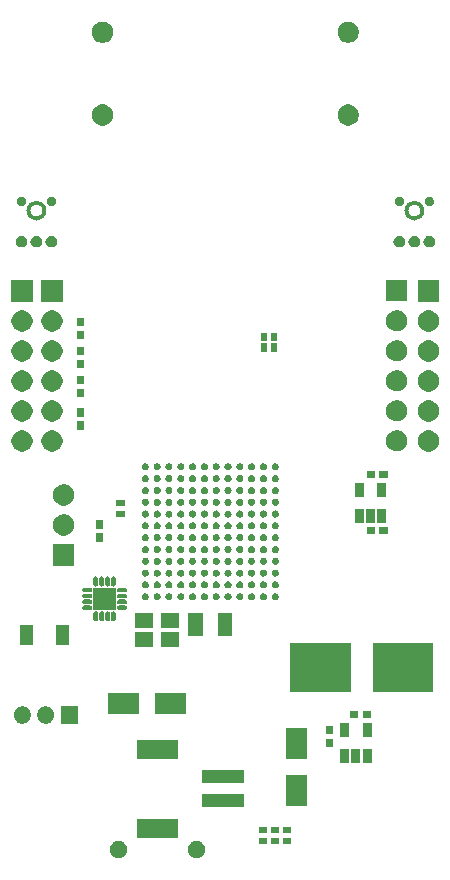
<source format=gbr>
G04 #@! TF.GenerationSoftware,KiCad,Pcbnew,(5.1.5)-3*
G04 #@! TF.CreationDate,2020-05-06T16:42:26+05:30*
G04 #@! TF.ProjectId,Tympan_D,54796d70-616e-45f4-942e-6b696361645f,rev?*
G04 #@! TF.SameCoordinates,PX6d878d0PY72e6100*
G04 #@! TF.FileFunction,Soldermask,Bot*
G04 #@! TF.FilePolarity,Negative*
%FSLAX46Y46*%
G04 Gerber Fmt 4.6, Leading zero omitted, Abs format (unit mm)*
G04 Created by KiCad (PCBNEW (5.1.5)-3) date 2020-05-06 16:42:26*
%MOMM*%
%LPD*%
G04 APERTURE LIST*
%ADD10C,0.300000*%
%ADD11C,0.100000*%
G04 APERTURE END LIST*
D10*
X3675250Y55500000D02*
G75*
G03X3675250Y55500000I-675250J0D01*
G01*
X35675250Y55500000D02*
G75*
G03X35675250Y55500000I-675250J0D01*
G01*
D11*
G36*
X16768767Y2121178D02*
G01*
X16905258Y2064641D01*
X16986967Y2010045D01*
X17028099Y1982562D01*
X17132562Y1878099D01*
X17132563Y1878097D01*
X17214641Y1755258D01*
X17271178Y1618767D01*
X17300000Y1473869D01*
X17300000Y1326131D01*
X17271178Y1181233D01*
X17214641Y1044742D01*
X17160045Y963033D01*
X17132562Y921901D01*
X17028099Y817438D01*
X16986967Y789955D01*
X16905258Y735359D01*
X16768767Y678822D01*
X16623869Y650000D01*
X16476131Y650000D01*
X16331233Y678822D01*
X16194742Y735359D01*
X16113033Y789955D01*
X16071901Y817438D01*
X15967438Y921901D01*
X15939955Y963033D01*
X15885359Y1044742D01*
X15828822Y1181233D01*
X15800000Y1326131D01*
X15800000Y1473869D01*
X15828822Y1618767D01*
X15885359Y1755258D01*
X15967437Y1878097D01*
X15967438Y1878099D01*
X16071901Y1982562D01*
X16113033Y2010045D01*
X16194742Y2064641D01*
X16331233Y2121178D01*
X16476131Y2150000D01*
X16623869Y2150000D01*
X16768767Y2121178D01*
G37*
G36*
X10168767Y2121178D02*
G01*
X10305258Y2064641D01*
X10386967Y2010045D01*
X10428099Y1982562D01*
X10532562Y1878099D01*
X10532563Y1878097D01*
X10614641Y1755258D01*
X10671178Y1618767D01*
X10700000Y1473869D01*
X10700000Y1326131D01*
X10671178Y1181233D01*
X10614641Y1044742D01*
X10560045Y963033D01*
X10532562Y921901D01*
X10428099Y817438D01*
X10386967Y789955D01*
X10305258Y735359D01*
X10168767Y678822D01*
X10023869Y650000D01*
X9876131Y650000D01*
X9731233Y678822D01*
X9594742Y735359D01*
X9513033Y789955D01*
X9471901Y817438D01*
X9367438Y921901D01*
X9339955Y963033D01*
X9285359Y1044742D01*
X9228822Y1181233D01*
X9200000Y1326131D01*
X9200000Y1473869D01*
X9228822Y1618767D01*
X9285359Y1755258D01*
X9367437Y1878097D01*
X9367438Y1878099D01*
X9471901Y1982562D01*
X9513033Y2010045D01*
X9594742Y2064641D01*
X9731233Y2121178D01*
X9876131Y2150000D01*
X10023869Y2150000D01*
X10168767Y2121178D01*
G37*
G36*
X24550000Y1900000D02*
G01*
X23850000Y1900000D01*
X23850000Y2400000D01*
X24550000Y2400000D01*
X24550000Y1900000D01*
G37*
G36*
X22550000Y1900000D02*
G01*
X21850000Y1900000D01*
X21850000Y2400000D01*
X22550000Y2400000D01*
X22550000Y1900000D01*
G37*
G36*
X23550000Y1900000D02*
G01*
X22850000Y1900000D01*
X22850000Y2400000D01*
X23550000Y2400000D01*
X23550000Y1900000D01*
G37*
G36*
X15000000Y2400000D02*
G01*
X11500000Y2400000D01*
X11500000Y4000000D01*
X15000000Y4000000D01*
X15000000Y2400000D01*
G37*
G36*
X22550000Y2800000D02*
G01*
X21850000Y2800000D01*
X21850000Y3300000D01*
X22550000Y3300000D01*
X22550000Y2800000D01*
G37*
G36*
X23550000Y2800000D02*
G01*
X22850000Y2800000D01*
X22850000Y3300000D01*
X23550000Y3300000D01*
X23550000Y2800000D01*
G37*
G36*
X24550000Y2800000D02*
G01*
X23850000Y2800000D01*
X23850000Y3300000D01*
X24550000Y3300000D01*
X24550000Y2800000D01*
G37*
G36*
X20600000Y5000000D02*
G01*
X17000000Y5000000D01*
X17000000Y6100000D01*
X20600000Y6100000D01*
X20600000Y5000000D01*
G37*
G36*
X25900000Y5100000D02*
G01*
X24100000Y5100000D01*
X24100000Y7700000D01*
X25900000Y7700000D01*
X25900000Y5100000D01*
G37*
G36*
X20600000Y7000000D02*
G01*
X17000000Y7000000D01*
X17000000Y8100000D01*
X20600000Y8100000D01*
X20600000Y7000000D01*
G37*
G36*
X29475000Y8770000D02*
G01*
X28725000Y8770000D01*
X28725000Y9930000D01*
X29475000Y9930000D01*
X29475000Y8770000D01*
G37*
G36*
X30425000Y8770000D02*
G01*
X29675000Y8770000D01*
X29675000Y9930000D01*
X30425000Y9930000D01*
X30425000Y8770000D01*
G37*
G36*
X31375000Y8770000D02*
G01*
X30625000Y8770000D01*
X30625000Y9930000D01*
X31375000Y9930000D01*
X31375000Y8770000D01*
G37*
G36*
X25900000Y9100000D02*
G01*
X24100000Y9100000D01*
X24100000Y11700000D01*
X25900000Y11700000D01*
X25900000Y9100000D01*
G37*
G36*
X15000000Y9100000D02*
G01*
X11500000Y9100000D01*
X11500000Y10700000D01*
X15000000Y10700000D01*
X15000000Y9100000D01*
G37*
G36*
X28150000Y10100000D02*
G01*
X27550000Y10100000D01*
X27550000Y10800000D01*
X28150000Y10800000D01*
X28150000Y10100000D01*
G37*
G36*
X31375000Y10970000D02*
G01*
X30625000Y10970000D01*
X30625000Y12130000D01*
X31375000Y12130000D01*
X31375000Y10970000D01*
G37*
G36*
X29475000Y10970000D02*
G01*
X28725000Y10970000D01*
X28725000Y12130000D01*
X29475000Y12130000D01*
X29475000Y10970000D01*
G37*
G36*
X28150000Y11200000D02*
G01*
X27550000Y11200000D01*
X27550000Y11900000D01*
X28150000Y11900000D01*
X28150000Y11200000D01*
G37*
G36*
X6525000Y12075000D02*
G01*
X5075000Y12075000D01*
X5075000Y13525000D01*
X6525000Y13525000D01*
X6525000Y12075000D01*
G37*
G36*
X4011475Y13497139D02*
G01*
X4143416Y13442487D01*
X4262161Y13363144D01*
X4363144Y13262161D01*
X4442487Y13143416D01*
X4497139Y13011475D01*
X4525000Y12871406D01*
X4525000Y12728594D01*
X4497139Y12588525D01*
X4442487Y12456584D01*
X4363144Y12337839D01*
X4262161Y12236856D01*
X4143416Y12157513D01*
X4011475Y12102861D01*
X3871406Y12075000D01*
X3728594Y12075000D01*
X3588525Y12102861D01*
X3456584Y12157513D01*
X3337839Y12236856D01*
X3236856Y12337839D01*
X3157513Y12456584D01*
X3102861Y12588525D01*
X3075000Y12728594D01*
X3075000Y12871406D01*
X3102861Y13011475D01*
X3157513Y13143416D01*
X3236856Y13262161D01*
X3337839Y13363144D01*
X3456584Y13442487D01*
X3588525Y13497139D01*
X3728594Y13525000D01*
X3871406Y13525000D01*
X4011475Y13497139D01*
G37*
G36*
X2011475Y13497139D02*
G01*
X2143416Y13442487D01*
X2262161Y13363144D01*
X2363144Y13262161D01*
X2442487Y13143416D01*
X2497139Y13011475D01*
X2525000Y12871406D01*
X2525000Y12728594D01*
X2497139Y12588525D01*
X2442487Y12456584D01*
X2363144Y12337839D01*
X2262161Y12236856D01*
X2143416Y12157513D01*
X2011475Y12102861D01*
X1871406Y12075000D01*
X1728594Y12075000D01*
X1588525Y12102861D01*
X1456584Y12157513D01*
X1337839Y12236856D01*
X1236856Y12337839D01*
X1157513Y12456584D01*
X1102861Y12588525D01*
X1075000Y12728594D01*
X1075000Y12871406D01*
X1102861Y13011475D01*
X1157513Y13143416D01*
X1236856Y13262161D01*
X1337839Y13363144D01*
X1456584Y13442487D01*
X1588525Y13497139D01*
X1728594Y13525000D01*
X1871406Y13525000D01*
X2011475Y13497139D01*
G37*
G36*
X31350000Y12550000D02*
G01*
X30650000Y12550000D01*
X30650000Y13150000D01*
X31350000Y13150000D01*
X31350000Y12550000D01*
G37*
G36*
X30250000Y12550000D02*
G01*
X29550000Y12550000D01*
X29550000Y13150000D01*
X30250000Y13150000D01*
X30250000Y12550000D01*
G37*
G36*
X15650000Y12900000D02*
G01*
X13050000Y12900000D01*
X13050000Y14700000D01*
X15650000Y14700000D01*
X15650000Y12900000D01*
G37*
G36*
X11650000Y12900000D02*
G01*
X9050000Y12900000D01*
X9050000Y14700000D01*
X11650000Y14700000D01*
X11650000Y12900000D01*
G37*
G36*
X29600000Y14750000D02*
G01*
X24500000Y14750000D01*
X24500000Y18850000D01*
X29600000Y18850000D01*
X29600000Y14750000D01*
G37*
G36*
X36600000Y14750000D02*
G01*
X31500000Y14750000D01*
X31500000Y18850000D01*
X36600000Y18850000D01*
X36600000Y14750000D01*
G37*
G36*
X15050000Y18525000D02*
G01*
X13550000Y18525000D01*
X13550000Y19825000D01*
X15050000Y19825000D01*
X15050000Y18525000D01*
G37*
G36*
X12850000Y18525000D02*
G01*
X11350000Y18525000D01*
X11350000Y19825000D01*
X12850000Y19825000D01*
X12850000Y18525000D01*
G37*
G36*
X2750000Y18750000D02*
G01*
X1650000Y18750000D01*
X1650000Y20450000D01*
X2750000Y20450000D01*
X2750000Y18750000D01*
G37*
G36*
X5750000Y18750000D02*
G01*
X4650000Y18750000D01*
X4650000Y20450000D01*
X5750000Y20450000D01*
X5750000Y18750000D01*
G37*
G36*
X19575000Y19450000D02*
G01*
X18375000Y19450000D01*
X18375000Y21450000D01*
X19575000Y21450000D01*
X19575000Y19450000D01*
G37*
G36*
X17075000Y19450000D02*
G01*
X15875000Y19450000D01*
X15875000Y21450000D01*
X17075000Y21450000D01*
X17075000Y19450000D01*
G37*
G36*
X12850000Y20125000D02*
G01*
X11350000Y20125000D01*
X11350000Y21425000D01*
X12850000Y21425000D01*
X12850000Y20125000D01*
G37*
G36*
X15050000Y20125000D02*
G01*
X13550000Y20125000D01*
X13550000Y21425000D01*
X15050000Y21425000D01*
X15050000Y20125000D01*
G37*
G36*
X8064209Y21572105D02*
G01*
X8101908Y21560669D01*
X8136652Y21542100D01*
X8167106Y21517106D01*
X8192100Y21486652D01*
X8210669Y21451908D01*
X8222105Y21414209D01*
X8225000Y21384822D01*
X8225000Y20915178D01*
X8222105Y20885791D01*
X8210669Y20848092D01*
X8192100Y20813348D01*
X8167106Y20782894D01*
X8136651Y20757901D01*
X8101907Y20739331D01*
X8064208Y20727895D01*
X8025000Y20724033D01*
X7985791Y20727895D01*
X7948092Y20739331D01*
X7913348Y20757900D01*
X7882894Y20782894D01*
X7857901Y20813349D01*
X7839331Y20848093D01*
X7827895Y20885792D01*
X7825000Y20915179D01*
X7825001Y21384822D01*
X7827896Y21414209D01*
X7839332Y21451908D01*
X7857901Y21486652D01*
X7882895Y21517106D01*
X7913349Y21542100D01*
X7948093Y21560669D01*
X7985792Y21572105D01*
X8025000Y21575967D01*
X8064209Y21572105D01*
G37*
G36*
X9564209Y21572105D02*
G01*
X9601908Y21560669D01*
X9636652Y21542100D01*
X9667106Y21517106D01*
X9692100Y21486652D01*
X9710669Y21451908D01*
X9722105Y21414209D01*
X9725000Y21384822D01*
X9725000Y20915178D01*
X9722105Y20885791D01*
X9710669Y20848092D01*
X9692100Y20813348D01*
X9667106Y20782894D01*
X9636651Y20757901D01*
X9601907Y20739331D01*
X9564208Y20727895D01*
X9525000Y20724033D01*
X9485791Y20727895D01*
X9448092Y20739331D01*
X9413348Y20757900D01*
X9382894Y20782894D01*
X9357901Y20813349D01*
X9339331Y20848093D01*
X9327895Y20885792D01*
X9325000Y20915179D01*
X9325001Y21384822D01*
X9327896Y21414209D01*
X9339332Y21451908D01*
X9357901Y21486652D01*
X9382895Y21517106D01*
X9413349Y21542100D01*
X9448093Y21560669D01*
X9485792Y21572105D01*
X9525000Y21575967D01*
X9564209Y21572105D01*
G37*
G36*
X9064209Y21572105D02*
G01*
X9101908Y21560669D01*
X9136652Y21542100D01*
X9167106Y21517106D01*
X9192100Y21486652D01*
X9210669Y21451908D01*
X9222105Y21414209D01*
X9225000Y21384822D01*
X9225000Y20915178D01*
X9222105Y20885791D01*
X9210669Y20848092D01*
X9192100Y20813348D01*
X9167106Y20782894D01*
X9136651Y20757901D01*
X9101907Y20739331D01*
X9064208Y20727895D01*
X9025000Y20724033D01*
X8985791Y20727895D01*
X8948092Y20739331D01*
X8913348Y20757900D01*
X8882894Y20782894D01*
X8857901Y20813349D01*
X8839331Y20848093D01*
X8827895Y20885792D01*
X8825000Y20915179D01*
X8825001Y21384822D01*
X8827896Y21414209D01*
X8839332Y21451908D01*
X8857901Y21486652D01*
X8882895Y21517106D01*
X8913349Y21542100D01*
X8948093Y21560669D01*
X8985792Y21572105D01*
X9025000Y21575967D01*
X9064209Y21572105D01*
G37*
G36*
X8564209Y21572105D02*
G01*
X8601908Y21560669D01*
X8636652Y21542100D01*
X8667106Y21517106D01*
X8692100Y21486652D01*
X8710669Y21451908D01*
X8722105Y21414209D01*
X8725000Y21384822D01*
X8725000Y20915178D01*
X8722105Y20885791D01*
X8710669Y20848092D01*
X8692100Y20813348D01*
X8667106Y20782894D01*
X8636651Y20757901D01*
X8601907Y20739331D01*
X8564208Y20727895D01*
X8525000Y20724033D01*
X8485791Y20727895D01*
X8448092Y20739331D01*
X8413348Y20757900D01*
X8382894Y20782894D01*
X8357901Y20813349D01*
X8339331Y20848093D01*
X8327895Y20885792D01*
X8325000Y20915179D01*
X8325001Y21384822D01*
X8327896Y21414209D01*
X8339332Y21451908D01*
X8357901Y21486652D01*
X8382895Y21517106D01*
X8413349Y21542100D01*
X8448093Y21560669D01*
X8485792Y21572105D01*
X8525000Y21575967D01*
X8564209Y21572105D01*
G37*
G36*
X9725000Y21675000D02*
G01*
X7825000Y21675000D01*
X7825000Y23575000D01*
X9725000Y23575000D01*
X9725000Y21675000D01*
G37*
G36*
X10514209Y22072105D02*
G01*
X10551908Y22060669D01*
X10586652Y22042100D01*
X10617106Y22017106D01*
X10642100Y21986652D01*
X10660669Y21951908D01*
X10672105Y21914209D01*
X10675967Y21875000D01*
X10672105Y21835791D01*
X10660669Y21798092D01*
X10642100Y21763348D01*
X10617106Y21732894D01*
X10586652Y21707900D01*
X10551908Y21689331D01*
X10514209Y21677895D01*
X10484822Y21675000D01*
X10015178Y21675000D01*
X9985791Y21677895D01*
X9948092Y21689331D01*
X9913348Y21707900D01*
X9882894Y21732894D01*
X9857900Y21763348D01*
X9839331Y21798092D01*
X9827895Y21835791D01*
X9824033Y21875000D01*
X9827895Y21914209D01*
X9839331Y21951908D01*
X9857900Y21986652D01*
X9882894Y22017106D01*
X9913348Y22042100D01*
X9948092Y22060669D01*
X9985791Y22072105D01*
X10015178Y22075000D01*
X10484822Y22075000D01*
X10514209Y22072105D01*
G37*
G36*
X7564209Y22072105D02*
G01*
X7601908Y22060669D01*
X7636652Y22042100D01*
X7667106Y22017106D01*
X7692100Y21986652D01*
X7710669Y21951908D01*
X7722105Y21914209D01*
X7725967Y21875000D01*
X7722105Y21835791D01*
X7710669Y21798092D01*
X7692100Y21763348D01*
X7667106Y21732894D01*
X7636652Y21707900D01*
X7601908Y21689331D01*
X7564209Y21677895D01*
X7534822Y21675000D01*
X7065178Y21675000D01*
X7035791Y21677895D01*
X6998092Y21689331D01*
X6963348Y21707900D01*
X6932894Y21732894D01*
X6907900Y21763348D01*
X6889331Y21798092D01*
X6877895Y21835791D01*
X6874033Y21875000D01*
X6877895Y21914209D01*
X6889331Y21951908D01*
X6907900Y21986652D01*
X6932894Y22017106D01*
X6963348Y22042100D01*
X6998092Y22060669D01*
X7035791Y22072105D01*
X7065178Y22075000D01*
X7534822Y22075000D01*
X7564209Y22072105D01*
G37*
G36*
X10514209Y22572105D02*
G01*
X10551908Y22560669D01*
X10586652Y22542100D01*
X10617106Y22517106D01*
X10642100Y22486652D01*
X10660669Y22451908D01*
X10672105Y22414209D01*
X10675967Y22375000D01*
X10672105Y22335791D01*
X10660669Y22298092D01*
X10642100Y22263348D01*
X10617106Y22232894D01*
X10586652Y22207900D01*
X10551908Y22189331D01*
X10514209Y22177895D01*
X10484822Y22175000D01*
X10015178Y22175000D01*
X9985791Y22177895D01*
X9948092Y22189331D01*
X9913348Y22207900D01*
X9882894Y22232894D01*
X9857900Y22263348D01*
X9839331Y22298092D01*
X9827895Y22335791D01*
X9824033Y22375000D01*
X9827895Y22414209D01*
X9839331Y22451908D01*
X9857900Y22486652D01*
X9882894Y22517106D01*
X9913348Y22542100D01*
X9948092Y22560669D01*
X9985791Y22572105D01*
X10015178Y22575000D01*
X10484822Y22575000D01*
X10514209Y22572105D01*
G37*
G36*
X7564209Y22572105D02*
G01*
X7601908Y22560669D01*
X7636652Y22542100D01*
X7667106Y22517106D01*
X7692100Y22486652D01*
X7710669Y22451908D01*
X7722105Y22414209D01*
X7725967Y22375000D01*
X7722105Y22335791D01*
X7710669Y22298092D01*
X7692100Y22263348D01*
X7667106Y22232894D01*
X7636652Y22207900D01*
X7601908Y22189331D01*
X7564209Y22177895D01*
X7534822Y22175000D01*
X7065178Y22175000D01*
X7035791Y22177895D01*
X6998092Y22189331D01*
X6963348Y22207900D01*
X6932894Y22232894D01*
X6907900Y22263348D01*
X6889331Y22298092D01*
X6877895Y22335791D01*
X6874033Y22375000D01*
X6877895Y22414209D01*
X6889331Y22451908D01*
X6907900Y22486652D01*
X6932894Y22517106D01*
X6963348Y22542100D01*
X6998092Y22560669D01*
X7035791Y22572105D01*
X7065178Y22575000D01*
X7534822Y22575000D01*
X7564209Y22572105D01*
G37*
G36*
X13262451Y23113053D02*
G01*
X13313224Y23102954D01*
X13367853Y23080325D01*
X13417022Y23047472D01*
X13458832Y23005662D01*
X13491685Y22956493D01*
X13514314Y22901864D01*
X13525850Y22843865D01*
X13525850Y22784735D01*
X13514314Y22726736D01*
X13491685Y22672107D01*
X13458832Y22622938D01*
X13417022Y22581128D01*
X13367853Y22548275D01*
X13313224Y22525646D01*
X13262451Y22515547D01*
X13255226Y22514110D01*
X13196094Y22514110D01*
X13188869Y22515547D01*
X13138096Y22525646D01*
X13083467Y22548275D01*
X13034298Y22581128D01*
X12992488Y22622938D01*
X12959635Y22672107D01*
X12937006Y22726736D01*
X12925470Y22784735D01*
X12925470Y22843865D01*
X12937006Y22901864D01*
X12959635Y22956493D01*
X12992488Y23005662D01*
X13034298Y23047472D01*
X13083467Y23080325D01*
X13138096Y23102954D01*
X13188869Y23113053D01*
X13196094Y23114490D01*
X13255226Y23114490D01*
X13262451Y23113053D01*
G37*
G36*
X23262431Y23113053D02*
G01*
X23313204Y23102954D01*
X23367833Y23080325D01*
X23417002Y23047472D01*
X23458812Y23005662D01*
X23491665Y22956493D01*
X23514294Y22901864D01*
X23525830Y22843865D01*
X23525830Y22784735D01*
X23514294Y22726736D01*
X23491665Y22672107D01*
X23458812Y22622938D01*
X23417002Y22581128D01*
X23367833Y22548275D01*
X23313204Y22525646D01*
X23262431Y22515547D01*
X23255206Y22514110D01*
X23196074Y22514110D01*
X23188849Y22515547D01*
X23138076Y22525646D01*
X23083447Y22548275D01*
X23034278Y22581128D01*
X22992468Y22622938D01*
X22959615Y22672107D01*
X22936986Y22726736D01*
X22925450Y22784735D01*
X22925450Y22843865D01*
X22936986Y22901864D01*
X22959615Y22956493D01*
X22992468Y23005662D01*
X23034278Y23047472D01*
X23083447Y23080325D01*
X23138076Y23102954D01*
X23188849Y23113053D01*
X23196074Y23114490D01*
X23255206Y23114490D01*
X23262431Y23113053D01*
G37*
G36*
X22261671Y23113053D02*
G01*
X22312444Y23102954D01*
X22367073Y23080325D01*
X22416242Y23047472D01*
X22458052Y23005662D01*
X22490905Y22956493D01*
X22513534Y22901864D01*
X22525070Y22843865D01*
X22525070Y22784735D01*
X22513534Y22726736D01*
X22490905Y22672107D01*
X22458052Y22622938D01*
X22416242Y22581128D01*
X22367073Y22548275D01*
X22312444Y22525646D01*
X22261671Y22515547D01*
X22254446Y22514110D01*
X22195314Y22514110D01*
X22188089Y22515547D01*
X22137316Y22525646D01*
X22082687Y22548275D01*
X22033518Y22581128D01*
X21991708Y22622938D01*
X21958855Y22672107D01*
X21936226Y22726736D01*
X21924690Y22784735D01*
X21924690Y22843865D01*
X21936226Y22901864D01*
X21958855Y22956493D01*
X21991708Y23005662D01*
X22033518Y23047472D01*
X22082687Y23080325D01*
X22137316Y23102954D01*
X22188089Y23113053D01*
X22195314Y23114490D01*
X22254446Y23114490D01*
X22261671Y23113053D01*
G37*
G36*
X21260911Y23113053D02*
G01*
X21311684Y23102954D01*
X21366313Y23080325D01*
X21415482Y23047472D01*
X21457292Y23005662D01*
X21490145Y22956493D01*
X21512774Y22901864D01*
X21524310Y22843865D01*
X21524310Y22784735D01*
X21512774Y22726736D01*
X21490145Y22672107D01*
X21457292Y22622938D01*
X21415482Y22581128D01*
X21366313Y22548275D01*
X21311684Y22525646D01*
X21260911Y22515547D01*
X21253686Y22514110D01*
X21194554Y22514110D01*
X21187329Y22515547D01*
X21136556Y22525646D01*
X21081927Y22548275D01*
X21032758Y22581128D01*
X20990948Y22622938D01*
X20958095Y22672107D01*
X20935466Y22726736D01*
X20923930Y22784735D01*
X20923930Y22843865D01*
X20935466Y22901864D01*
X20958095Y22956493D01*
X20990948Y23005662D01*
X21032758Y23047472D01*
X21081927Y23080325D01*
X21136556Y23102954D01*
X21187329Y23113053D01*
X21194554Y23114490D01*
X21253686Y23114490D01*
X21260911Y23113053D01*
G37*
G36*
X20262691Y23113053D02*
G01*
X20313464Y23102954D01*
X20368093Y23080325D01*
X20417262Y23047472D01*
X20459072Y23005662D01*
X20491925Y22956493D01*
X20514554Y22901864D01*
X20526090Y22843865D01*
X20526090Y22784735D01*
X20514554Y22726736D01*
X20491925Y22672107D01*
X20459072Y22622938D01*
X20417262Y22581128D01*
X20368093Y22548275D01*
X20313464Y22525646D01*
X20262691Y22515547D01*
X20255466Y22514110D01*
X20196334Y22514110D01*
X20189109Y22515547D01*
X20138336Y22525646D01*
X20083707Y22548275D01*
X20034538Y22581128D01*
X19992728Y22622938D01*
X19959875Y22672107D01*
X19937246Y22726736D01*
X19925710Y22784735D01*
X19925710Y22843865D01*
X19937246Y22901864D01*
X19959875Y22956493D01*
X19992728Y23005662D01*
X20034538Y23047472D01*
X20083707Y23080325D01*
X20138336Y23102954D01*
X20189109Y23113053D01*
X20196334Y23114490D01*
X20255466Y23114490D01*
X20262691Y23113053D01*
G37*
G36*
X18261171Y23113053D02*
G01*
X18311944Y23102954D01*
X18366573Y23080325D01*
X18415742Y23047472D01*
X18457552Y23005662D01*
X18490405Y22956493D01*
X18513034Y22901864D01*
X18524570Y22843865D01*
X18524570Y22784735D01*
X18513034Y22726736D01*
X18490405Y22672107D01*
X18457552Y22622938D01*
X18415742Y22581128D01*
X18366573Y22548275D01*
X18311944Y22525646D01*
X18261171Y22515547D01*
X18253946Y22514110D01*
X18194814Y22514110D01*
X18187589Y22515547D01*
X18136816Y22525646D01*
X18082187Y22548275D01*
X18033018Y22581128D01*
X17991208Y22622938D01*
X17958355Y22672107D01*
X17935726Y22726736D01*
X17924190Y22784735D01*
X17924190Y22843865D01*
X17935726Y22901864D01*
X17958355Y22956493D01*
X17991208Y23005662D01*
X18033018Y23047472D01*
X18082187Y23080325D01*
X18136816Y23102954D01*
X18187589Y23113053D01*
X18194814Y23114490D01*
X18253946Y23114490D01*
X18261171Y23113053D01*
G37*
G36*
X12261691Y23113053D02*
G01*
X12312464Y23102954D01*
X12367093Y23080325D01*
X12416262Y23047472D01*
X12458072Y23005662D01*
X12490925Y22956493D01*
X12513554Y22901864D01*
X12525090Y22843865D01*
X12525090Y22784735D01*
X12513554Y22726736D01*
X12490925Y22672107D01*
X12458072Y22622938D01*
X12416262Y22581128D01*
X12367093Y22548275D01*
X12312464Y22525646D01*
X12261691Y22515547D01*
X12254466Y22514110D01*
X12195334Y22514110D01*
X12188109Y22515547D01*
X12137336Y22525646D01*
X12082707Y22548275D01*
X12033538Y22581128D01*
X11991728Y22622938D01*
X11958875Y22672107D01*
X11936246Y22726736D01*
X11924710Y22784735D01*
X11924710Y22843865D01*
X11936246Y22901864D01*
X11958875Y22956493D01*
X11991728Y23005662D01*
X12033538Y23047472D01*
X12082707Y23080325D01*
X12137336Y23102954D01*
X12188109Y23113053D01*
X12195334Y23114490D01*
X12254466Y23114490D01*
X12261691Y23113053D01*
G37*
G36*
X17262951Y23113053D02*
G01*
X17313724Y23102954D01*
X17368353Y23080325D01*
X17417522Y23047472D01*
X17459332Y23005662D01*
X17492185Y22956493D01*
X17514814Y22901864D01*
X17526350Y22843865D01*
X17526350Y22784735D01*
X17514814Y22726736D01*
X17492185Y22672107D01*
X17459332Y22622938D01*
X17417522Y22581128D01*
X17368353Y22548275D01*
X17313724Y22525646D01*
X17262951Y22515547D01*
X17255726Y22514110D01*
X17196594Y22514110D01*
X17189369Y22515547D01*
X17138596Y22525646D01*
X17083967Y22548275D01*
X17034798Y22581128D01*
X16992988Y22622938D01*
X16960135Y22672107D01*
X16937506Y22726736D01*
X16925970Y22784735D01*
X16925970Y22843865D01*
X16937506Y22901864D01*
X16960135Y22956493D01*
X16992988Y23005662D01*
X17034798Y23047472D01*
X17083967Y23080325D01*
X17138596Y23102954D01*
X17189369Y23113053D01*
X17196594Y23114490D01*
X17255726Y23114490D01*
X17262951Y23113053D01*
G37*
G36*
X16262191Y23113053D02*
G01*
X16312964Y23102954D01*
X16367593Y23080325D01*
X16416762Y23047472D01*
X16458572Y23005662D01*
X16491425Y22956493D01*
X16514054Y22901864D01*
X16525590Y22843865D01*
X16525590Y22784735D01*
X16514054Y22726736D01*
X16491425Y22672107D01*
X16458572Y22622938D01*
X16416762Y22581128D01*
X16367593Y22548275D01*
X16312964Y22525646D01*
X16262191Y22515547D01*
X16254966Y22514110D01*
X16195834Y22514110D01*
X16188609Y22515547D01*
X16137836Y22525646D01*
X16083207Y22548275D01*
X16034038Y22581128D01*
X15992228Y22622938D01*
X15959375Y22672107D01*
X15936746Y22726736D01*
X15925210Y22784735D01*
X15925210Y22843865D01*
X15936746Y22901864D01*
X15959375Y22956493D01*
X15992228Y23005662D01*
X16034038Y23047472D01*
X16083207Y23080325D01*
X16137836Y23102954D01*
X16188609Y23113053D01*
X16195834Y23114490D01*
X16254966Y23114490D01*
X16262191Y23113053D01*
G37*
G36*
X15261431Y23113053D02*
G01*
X15312204Y23102954D01*
X15366833Y23080325D01*
X15416002Y23047472D01*
X15457812Y23005662D01*
X15490665Y22956493D01*
X15513294Y22901864D01*
X15524830Y22843865D01*
X15524830Y22784735D01*
X15513294Y22726736D01*
X15490665Y22672107D01*
X15457812Y22622938D01*
X15416002Y22581128D01*
X15366833Y22548275D01*
X15312204Y22525646D01*
X15261431Y22515547D01*
X15254206Y22514110D01*
X15195074Y22514110D01*
X15187849Y22515547D01*
X15137076Y22525646D01*
X15082447Y22548275D01*
X15033278Y22581128D01*
X14991468Y22622938D01*
X14958615Y22672107D01*
X14935986Y22726736D01*
X14924450Y22784735D01*
X14924450Y22843865D01*
X14935986Y22901864D01*
X14958615Y22956493D01*
X14991468Y23005662D01*
X15033278Y23047472D01*
X15082447Y23080325D01*
X15137076Y23102954D01*
X15187849Y23113053D01*
X15195074Y23114490D01*
X15254206Y23114490D01*
X15261431Y23113053D01*
G37*
G36*
X14260671Y23113053D02*
G01*
X14311444Y23102954D01*
X14366073Y23080325D01*
X14415242Y23047472D01*
X14457052Y23005662D01*
X14489905Y22956493D01*
X14512534Y22901864D01*
X14524070Y22843865D01*
X14524070Y22784735D01*
X14512534Y22726736D01*
X14489905Y22672107D01*
X14457052Y22622938D01*
X14415242Y22581128D01*
X14366073Y22548275D01*
X14311444Y22525646D01*
X14260671Y22515547D01*
X14253446Y22514110D01*
X14194314Y22514110D01*
X14187089Y22515547D01*
X14136316Y22525646D01*
X14081687Y22548275D01*
X14032518Y22581128D01*
X13990708Y22622938D01*
X13957855Y22672107D01*
X13935226Y22726736D01*
X13923690Y22784735D01*
X13923690Y22843865D01*
X13935226Y22901864D01*
X13957855Y22956493D01*
X13990708Y23005662D01*
X14032518Y23047472D01*
X14081687Y23080325D01*
X14136316Y23102954D01*
X14187089Y23113053D01*
X14194314Y23114490D01*
X14253446Y23114490D01*
X14260671Y23113053D01*
G37*
G36*
X19261931Y23113053D02*
G01*
X19312704Y23102954D01*
X19367333Y23080325D01*
X19416502Y23047472D01*
X19458312Y23005662D01*
X19491165Y22956493D01*
X19513794Y22901864D01*
X19525330Y22843865D01*
X19525330Y22784735D01*
X19513794Y22726736D01*
X19491165Y22672107D01*
X19458312Y22622938D01*
X19416502Y22581128D01*
X19367333Y22548275D01*
X19312704Y22525646D01*
X19261931Y22515547D01*
X19254706Y22514110D01*
X19195574Y22514110D01*
X19188349Y22515547D01*
X19137576Y22525646D01*
X19082947Y22548275D01*
X19033778Y22581128D01*
X18991968Y22622938D01*
X18959115Y22672107D01*
X18936486Y22726736D01*
X18924950Y22784735D01*
X18924950Y22843865D01*
X18936486Y22901864D01*
X18959115Y22956493D01*
X18991968Y23005662D01*
X19033778Y23047472D01*
X19082947Y23080325D01*
X19137576Y23102954D01*
X19188349Y23113053D01*
X19195574Y23114490D01*
X19254706Y23114490D01*
X19261931Y23113053D01*
G37*
G36*
X7564209Y23072105D02*
G01*
X7601908Y23060669D01*
X7636652Y23042100D01*
X7667106Y23017106D01*
X7692100Y22986652D01*
X7710669Y22951908D01*
X7722105Y22914209D01*
X7725967Y22875000D01*
X7722105Y22835791D01*
X7710669Y22798092D01*
X7692100Y22763348D01*
X7667106Y22732894D01*
X7636652Y22707900D01*
X7601908Y22689331D01*
X7564209Y22677895D01*
X7534822Y22675000D01*
X7065178Y22675000D01*
X7035791Y22677895D01*
X6998092Y22689331D01*
X6963348Y22707900D01*
X6932894Y22732894D01*
X6907900Y22763348D01*
X6889331Y22798092D01*
X6877895Y22835791D01*
X6874033Y22875000D01*
X6877895Y22914209D01*
X6889331Y22951908D01*
X6907900Y22986652D01*
X6932894Y23017106D01*
X6963348Y23042100D01*
X6998092Y23060669D01*
X7035791Y23072105D01*
X7065178Y23075000D01*
X7534822Y23075000D01*
X7564209Y23072105D01*
G37*
G36*
X10514209Y23072105D02*
G01*
X10551908Y23060669D01*
X10586652Y23042100D01*
X10617106Y23017106D01*
X10642100Y22986652D01*
X10660669Y22951908D01*
X10672105Y22914209D01*
X10675967Y22875000D01*
X10672105Y22835791D01*
X10660669Y22798092D01*
X10642100Y22763348D01*
X10617106Y22732894D01*
X10586652Y22707900D01*
X10551908Y22689331D01*
X10514209Y22677895D01*
X10484822Y22675000D01*
X10015178Y22675000D01*
X9985791Y22677895D01*
X9948092Y22689331D01*
X9913348Y22707900D01*
X9882894Y22732894D01*
X9857900Y22763348D01*
X9839331Y22798092D01*
X9827895Y22835791D01*
X9824033Y22875000D01*
X9827895Y22914209D01*
X9839331Y22951908D01*
X9857900Y22986652D01*
X9882894Y23017106D01*
X9913348Y23042100D01*
X9948092Y23060669D01*
X9985791Y23072105D01*
X10015178Y23075000D01*
X10484822Y23075000D01*
X10514209Y23072105D01*
G37*
G36*
X10514209Y23572105D02*
G01*
X10551908Y23560669D01*
X10586652Y23542100D01*
X10617106Y23517106D01*
X10642100Y23486652D01*
X10660669Y23451908D01*
X10672105Y23414209D01*
X10675967Y23375000D01*
X10672105Y23335791D01*
X10660669Y23298092D01*
X10642100Y23263348D01*
X10617106Y23232894D01*
X10586652Y23207900D01*
X10551908Y23189331D01*
X10514209Y23177895D01*
X10484822Y23175000D01*
X10015178Y23175000D01*
X9985791Y23177895D01*
X9948092Y23189331D01*
X9913348Y23207900D01*
X9882894Y23232894D01*
X9857900Y23263348D01*
X9839331Y23298092D01*
X9827895Y23335791D01*
X9824033Y23375000D01*
X9827895Y23414209D01*
X9839331Y23451908D01*
X9857900Y23486652D01*
X9882894Y23517106D01*
X9913348Y23542100D01*
X9948092Y23560669D01*
X9985791Y23572105D01*
X10015178Y23575000D01*
X10484822Y23575000D01*
X10514209Y23572105D01*
G37*
G36*
X7564209Y23572105D02*
G01*
X7601908Y23560669D01*
X7636652Y23542100D01*
X7667106Y23517106D01*
X7692100Y23486652D01*
X7710669Y23451908D01*
X7722105Y23414209D01*
X7725967Y23375000D01*
X7722105Y23335791D01*
X7710669Y23298092D01*
X7692100Y23263348D01*
X7667106Y23232894D01*
X7636652Y23207900D01*
X7601908Y23189331D01*
X7564209Y23177895D01*
X7534822Y23175000D01*
X7065178Y23175000D01*
X7035791Y23177895D01*
X6998092Y23189331D01*
X6963348Y23207900D01*
X6932894Y23232894D01*
X6907900Y23263348D01*
X6889331Y23298092D01*
X6877895Y23335791D01*
X6874033Y23375000D01*
X6877895Y23414209D01*
X6889331Y23451908D01*
X6907900Y23486652D01*
X6932894Y23517106D01*
X6963348Y23542100D01*
X6998092Y23560669D01*
X7035791Y23572105D01*
X7065178Y23575000D01*
X7534822Y23575000D01*
X7564209Y23572105D01*
G37*
G36*
X17262951Y24113813D02*
G01*
X17313724Y24103714D01*
X17368353Y24081085D01*
X17417522Y24048232D01*
X17459332Y24006422D01*
X17492185Y23957253D01*
X17514814Y23902624D01*
X17526350Y23844625D01*
X17526350Y23785495D01*
X17514814Y23727496D01*
X17492185Y23672867D01*
X17459332Y23623698D01*
X17417522Y23581888D01*
X17368353Y23549035D01*
X17313724Y23526406D01*
X17262951Y23516307D01*
X17255726Y23514870D01*
X17196594Y23514870D01*
X17189369Y23516307D01*
X17138596Y23526406D01*
X17083967Y23549035D01*
X17034798Y23581888D01*
X16992988Y23623698D01*
X16960135Y23672867D01*
X16937506Y23727496D01*
X16925970Y23785495D01*
X16925970Y23844625D01*
X16937506Y23902624D01*
X16960135Y23957253D01*
X16992988Y24006422D01*
X17034798Y24048232D01*
X17083967Y24081085D01*
X17138596Y24103714D01*
X17189369Y24113813D01*
X17196594Y24115250D01*
X17255726Y24115250D01*
X17262951Y24113813D01*
G37*
G36*
X15261431Y24113813D02*
G01*
X15312204Y24103714D01*
X15366833Y24081085D01*
X15416002Y24048232D01*
X15457812Y24006422D01*
X15490665Y23957253D01*
X15513294Y23902624D01*
X15524830Y23844625D01*
X15524830Y23785495D01*
X15513294Y23727496D01*
X15490665Y23672867D01*
X15457812Y23623698D01*
X15416002Y23581888D01*
X15366833Y23549035D01*
X15312204Y23526406D01*
X15261431Y23516307D01*
X15254206Y23514870D01*
X15195074Y23514870D01*
X15187849Y23516307D01*
X15137076Y23526406D01*
X15082447Y23549035D01*
X15033278Y23581888D01*
X14991468Y23623698D01*
X14958615Y23672867D01*
X14935986Y23727496D01*
X14924450Y23785495D01*
X14924450Y23844625D01*
X14935986Y23902624D01*
X14958615Y23957253D01*
X14991468Y24006422D01*
X15033278Y24048232D01*
X15082447Y24081085D01*
X15137076Y24103714D01*
X15187849Y24113813D01*
X15195074Y24115250D01*
X15254206Y24115250D01*
X15261431Y24113813D01*
G37*
G36*
X12261691Y24113813D02*
G01*
X12312464Y24103714D01*
X12367093Y24081085D01*
X12416262Y24048232D01*
X12458072Y24006422D01*
X12490925Y23957253D01*
X12513554Y23902624D01*
X12525090Y23844625D01*
X12525090Y23785495D01*
X12513554Y23727496D01*
X12490925Y23672867D01*
X12458072Y23623698D01*
X12416262Y23581888D01*
X12367093Y23549035D01*
X12312464Y23526406D01*
X12261691Y23516307D01*
X12254466Y23514870D01*
X12195334Y23514870D01*
X12188109Y23516307D01*
X12137336Y23526406D01*
X12082707Y23549035D01*
X12033538Y23581888D01*
X11991728Y23623698D01*
X11958875Y23672867D01*
X11936246Y23727496D01*
X11924710Y23785495D01*
X11924710Y23844625D01*
X11936246Y23902624D01*
X11958875Y23957253D01*
X11991728Y24006422D01*
X12033538Y24048232D01*
X12082707Y24081085D01*
X12137336Y24103714D01*
X12188109Y24113813D01*
X12195334Y24115250D01*
X12254466Y24115250D01*
X12261691Y24113813D01*
G37*
G36*
X13262451Y24113813D02*
G01*
X13313224Y24103714D01*
X13367853Y24081085D01*
X13417022Y24048232D01*
X13458832Y24006422D01*
X13491685Y23957253D01*
X13514314Y23902624D01*
X13525850Y23844625D01*
X13525850Y23785495D01*
X13514314Y23727496D01*
X13491685Y23672867D01*
X13458832Y23623698D01*
X13417022Y23581888D01*
X13367853Y23549035D01*
X13313224Y23526406D01*
X13262451Y23516307D01*
X13255226Y23514870D01*
X13196094Y23514870D01*
X13188869Y23516307D01*
X13138096Y23526406D01*
X13083467Y23549035D01*
X13034298Y23581888D01*
X12992488Y23623698D01*
X12959635Y23672867D01*
X12937006Y23727496D01*
X12925470Y23785495D01*
X12925470Y23844625D01*
X12937006Y23902624D01*
X12959635Y23957253D01*
X12992488Y24006422D01*
X13034298Y24048232D01*
X13083467Y24081085D01*
X13138096Y24103714D01*
X13188869Y24113813D01*
X13196094Y24115250D01*
X13255226Y24115250D01*
X13262451Y24113813D01*
G37*
G36*
X14260671Y24113813D02*
G01*
X14311444Y24103714D01*
X14366073Y24081085D01*
X14415242Y24048232D01*
X14457052Y24006422D01*
X14489905Y23957253D01*
X14512534Y23902624D01*
X14524070Y23844625D01*
X14524070Y23785495D01*
X14512534Y23727496D01*
X14489905Y23672867D01*
X14457052Y23623698D01*
X14415242Y23581888D01*
X14366073Y23549035D01*
X14311444Y23526406D01*
X14260671Y23516307D01*
X14253446Y23514870D01*
X14194314Y23514870D01*
X14187089Y23516307D01*
X14136316Y23526406D01*
X14081687Y23549035D01*
X14032518Y23581888D01*
X13990708Y23623698D01*
X13957855Y23672867D01*
X13935226Y23727496D01*
X13923690Y23785495D01*
X13923690Y23844625D01*
X13935226Y23902624D01*
X13957855Y23957253D01*
X13990708Y24006422D01*
X14032518Y24048232D01*
X14081687Y24081085D01*
X14136316Y24103714D01*
X14187089Y24113813D01*
X14194314Y24115250D01*
X14253446Y24115250D01*
X14260671Y24113813D01*
G37*
G36*
X16262191Y24113813D02*
G01*
X16312964Y24103714D01*
X16367593Y24081085D01*
X16416762Y24048232D01*
X16458572Y24006422D01*
X16491425Y23957253D01*
X16514054Y23902624D01*
X16525590Y23844625D01*
X16525590Y23785495D01*
X16514054Y23727496D01*
X16491425Y23672867D01*
X16458572Y23623698D01*
X16416762Y23581888D01*
X16367593Y23549035D01*
X16312964Y23526406D01*
X16262191Y23516307D01*
X16254966Y23514870D01*
X16195834Y23514870D01*
X16188609Y23516307D01*
X16137836Y23526406D01*
X16083207Y23549035D01*
X16034038Y23581888D01*
X15992228Y23623698D01*
X15959375Y23672867D01*
X15936746Y23727496D01*
X15925210Y23785495D01*
X15925210Y23844625D01*
X15936746Y23902624D01*
X15959375Y23957253D01*
X15992228Y24006422D01*
X16034038Y24048232D01*
X16083207Y24081085D01*
X16137836Y24103714D01*
X16188609Y24113813D01*
X16195834Y24115250D01*
X16254966Y24115250D01*
X16262191Y24113813D01*
G37*
G36*
X18261171Y24113813D02*
G01*
X18311944Y24103714D01*
X18366573Y24081085D01*
X18415742Y24048232D01*
X18457552Y24006422D01*
X18490405Y23957253D01*
X18513034Y23902624D01*
X18524570Y23844625D01*
X18524570Y23785495D01*
X18513034Y23727496D01*
X18490405Y23672867D01*
X18457552Y23623698D01*
X18415742Y23581888D01*
X18366573Y23549035D01*
X18311944Y23526406D01*
X18261171Y23516307D01*
X18253946Y23514870D01*
X18194814Y23514870D01*
X18187589Y23516307D01*
X18136816Y23526406D01*
X18082187Y23549035D01*
X18033018Y23581888D01*
X17991208Y23623698D01*
X17958355Y23672867D01*
X17935726Y23727496D01*
X17924190Y23785495D01*
X17924190Y23844625D01*
X17935726Y23902624D01*
X17958355Y23957253D01*
X17991208Y24006422D01*
X18033018Y24048232D01*
X18082187Y24081085D01*
X18136816Y24103714D01*
X18187589Y24113813D01*
X18194814Y24115250D01*
X18253946Y24115250D01*
X18261171Y24113813D01*
G37*
G36*
X19261931Y24113813D02*
G01*
X19312704Y24103714D01*
X19367333Y24081085D01*
X19416502Y24048232D01*
X19458312Y24006422D01*
X19491165Y23957253D01*
X19513794Y23902624D01*
X19525330Y23844625D01*
X19525330Y23785495D01*
X19513794Y23727496D01*
X19491165Y23672867D01*
X19458312Y23623698D01*
X19416502Y23581888D01*
X19367333Y23549035D01*
X19312704Y23526406D01*
X19261931Y23516307D01*
X19254706Y23514870D01*
X19195574Y23514870D01*
X19188349Y23516307D01*
X19137576Y23526406D01*
X19082947Y23549035D01*
X19033778Y23581888D01*
X18991968Y23623698D01*
X18959115Y23672867D01*
X18936486Y23727496D01*
X18924950Y23785495D01*
X18924950Y23844625D01*
X18936486Y23902624D01*
X18959115Y23957253D01*
X18991968Y24006422D01*
X19033778Y24048232D01*
X19082947Y24081085D01*
X19137576Y24103714D01*
X19188349Y24113813D01*
X19195574Y24115250D01*
X19254706Y24115250D01*
X19261931Y24113813D01*
G37*
G36*
X23262431Y24113813D02*
G01*
X23313204Y24103714D01*
X23367833Y24081085D01*
X23417002Y24048232D01*
X23458812Y24006422D01*
X23491665Y23957253D01*
X23514294Y23902624D01*
X23525830Y23844625D01*
X23525830Y23785495D01*
X23514294Y23727496D01*
X23491665Y23672867D01*
X23458812Y23623698D01*
X23417002Y23581888D01*
X23367833Y23549035D01*
X23313204Y23526406D01*
X23262431Y23516307D01*
X23255206Y23514870D01*
X23196074Y23514870D01*
X23188849Y23516307D01*
X23138076Y23526406D01*
X23083447Y23549035D01*
X23034278Y23581888D01*
X22992468Y23623698D01*
X22959615Y23672867D01*
X22936986Y23727496D01*
X22925450Y23785495D01*
X22925450Y23844625D01*
X22936986Y23902624D01*
X22959615Y23957253D01*
X22992468Y24006422D01*
X23034278Y24048232D01*
X23083447Y24081085D01*
X23138076Y24103714D01*
X23188849Y24113813D01*
X23196074Y24115250D01*
X23255206Y24115250D01*
X23262431Y24113813D01*
G37*
G36*
X22261671Y24113813D02*
G01*
X22312444Y24103714D01*
X22367073Y24081085D01*
X22416242Y24048232D01*
X22458052Y24006422D01*
X22490905Y23957253D01*
X22513534Y23902624D01*
X22525070Y23844625D01*
X22525070Y23785495D01*
X22513534Y23727496D01*
X22490905Y23672867D01*
X22458052Y23623698D01*
X22416242Y23581888D01*
X22367073Y23549035D01*
X22312444Y23526406D01*
X22261671Y23516307D01*
X22254446Y23514870D01*
X22195314Y23514870D01*
X22188089Y23516307D01*
X22137316Y23526406D01*
X22082687Y23549035D01*
X22033518Y23581888D01*
X21991708Y23623698D01*
X21958855Y23672867D01*
X21936226Y23727496D01*
X21924690Y23785495D01*
X21924690Y23844625D01*
X21936226Y23902624D01*
X21958855Y23957253D01*
X21991708Y24006422D01*
X22033518Y24048232D01*
X22082687Y24081085D01*
X22137316Y24103714D01*
X22188089Y24113813D01*
X22195314Y24115250D01*
X22254446Y24115250D01*
X22261671Y24113813D01*
G37*
G36*
X21260911Y24113813D02*
G01*
X21311684Y24103714D01*
X21366313Y24081085D01*
X21415482Y24048232D01*
X21457292Y24006422D01*
X21490145Y23957253D01*
X21512774Y23902624D01*
X21524310Y23844625D01*
X21524310Y23785495D01*
X21512774Y23727496D01*
X21490145Y23672867D01*
X21457292Y23623698D01*
X21415482Y23581888D01*
X21366313Y23549035D01*
X21311684Y23526406D01*
X21260911Y23516307D01*
X21253686Y23514870D01*
X21194554Y23514870D01*
X21187329Y23516307D01*
X21136556Y23526406D01*
X21081927Y23549035D01*
X21032758Y23581888D01*
X20990948Y23623698D01*
X20958095Y23672867D01*
X20935466Y23727496D01*
X20923930Y23785495D01*
X20923930Y23844625D01*
X20935466Y23902624D01*
X20958095Y23957253D01*
X20990948Y24006422D01*
X21032758Y24048232D01*
X21081927Y24081085D01*
X21136556Y24103714D01*
X21187329Y24113813D01*
X21194554Y24115250D01*
X21253686Y24115250D01*
X21260911Y24113813D01*
G37*
G36*
X20262691Y24113813D02*
G01*
X20313464Y24103714D01*
X20368093Y24081085D01*
X20417262Y24048232D01*
X20459072Y24006422D01*
X20491925Y23957253D01*
X20514554Y23902624D01*
X20526090Y23844625D01*
X20526090Y23785495D01*
X20514554Y23727496D01*
X20491925Y23672867D01*
X20459072Y23623698D01*
X20417262Y23581888D01*
X20368093Y23549035D01*
X20313464Y23526406D01*
X20262691Y23516307D01*
X20255466Y23514870D01*
X20196334Y23514870D01*
X20189109Y23516307D01*
X20138336Y23526406D01*
X20083707Y23549035D01*
X20034538Y23581888D01*
X19992728Y23623698D01*
X19959875Y23672867D01*
X19937246Y23727496D01*
X19925710Y23785495D01*
X19925710Y23844625D01*
X19937246Y23902624D01*
X19959875Y23957253D01*
X19992728Y24006422D01*
X20034538Y24048232D01*
X20083707Y24081085D01*
X20138336Y24103714D01*
X20189109Y24113813D01*
X20196334Y24115250D01*
X20255466Y24115250D01*
X20262691Y24113813D01*
G37*
G36*
X8064209Y24522105D02*
G01*
X8101908Y24510669D01*
X8136652Y24492100D01*
X8167106Y24467106D01*
X8192100Y24436652D01*
X8210669Y24401908D01*
X8222105Y24364209D01*
X8225000Y24334822D01*
X8225000Y23865178D01*
X8222105Y23835791D01*
X8210669Y23798092D01*
X8192100Y23763348D01*
X8167106Y23732894D01*
X8136651Y23707901D01*
X8101907Y23689331D01*
X8064208Y23677895D01*
X8025000Y23674033D01*
X7985791Y23677895D01*
X7948092Y23689331D01*
X7913348Y23707900D01*
X7882894Y23732894D01*
X7857901Y23763349D01*
X7839331Y23798093D01*
X7827895Y23835792D01*
X7825000Y23865179D01*
X7825001Y24334822D01*
X7827896Y24364209D01*
X7839332Y24401908D01*
X7857901Y24436652D01*
X7882895Y24467106D01*
X7913349Y24492100D01*
X7948093Y24510669D01*
X7985792Y24522105D01*
X8025000Y24525967D01*
X8064209Y24522105D01*
G37*
G36*
X8564209Y24522105D02*
G01*
X8601908Y24510669D01*
X8636652Y24492100D01*
X8667106Y24467106D01*
X8692100Y24436652D01*
X8710669Y24401908D01*
X8722105Y24364209D01*
X8725000Y24334822D01*
X8725000Y23865178D01*
X8722105Y23835791D01*
X8710669Y23798092D01*
X8692100Y23763348D01*
X8667106Y23732894D01*
X8636651Y23707901D01*
X8601907Y23689331D01*
X8564208Y23677895D01*
X8525000Y23674033D01*
X8485791Y23677895D01*
X8448092Y23689331D01*
X8413348Y23707900D01*
X8382894Y23732894D01*
X8357901Y23763349D01*
X8339331Y23798093D01*
X8327895Y23835792D01*
X8325000Y23865179D01*
X8325001Y24334822D01*
X8327896Y24364209D01*
X8339332Y24401908D01*
X8357901Y24436652D01*
X8382895Y24467106D01*
X8413349Y24492100D01*
X8448093Y24510669D01*
X8485792Y24522105D01*
X8525000Y24525967D01*
X8564209Y24522105D01*
G37*
G36*
X9064209Y24522105D02*
G01*
X9101908Y24510669D01*
X9136652Y24492100D01*
X9167106Y24467106D01*
X9192100Y24436652D01*
X9210669Y24401908D01*
X9222105Y24364209D01*
X9225000Y24334822D01*
X9225000Y23865178D01*
X9222105Y23835791D01*
X9210669Y23798092D01*
X9192100Y23763348D01*
X9167106Y23732894D01*
X9136651Y23707901D01*
X9101907Y23689331D01*
X9064208Y23677895D01*
X9025000Y23674033D01*
X8985791Y23677895D01*
X8948092Y23689331D01*
X8913348Y23707900D01*
X8882894Y23732894D01*
X8857901Y23763349D01*
X8839331Y23798093D01*
X8827895Y23835792D01*
X8825000Y23865179D01*
X8825001Y24334822D01*
X8827896Y24364209D01*
X8839332Y24401908D01*
X8857901Y24436652D01*
X8882895Y24467106D01*
X8913349Y24492100D01*
X8948093Y24510669D01*
X8985792Y24522105D01*
X9025000Y24525967D01*
X9064209Y24522105D01*
G37*
G36*
X9564209Y24522105D02*
G01*
X9601908Y24510669D01*
X9636652Y24492100D01*
X9667106Y24467106D01*
X9692100Y24436652D01*
X9710669Y24401908D01*
X9722105Y24364209D01*
X9725000Y24334822D01*
X9725000Y23865178D01*
X9722105Y23835791D01*
X9710669Y23798092D01*
X9692100Y23763348D01*
X9667106Y23732894D01*
X9636651Y23707901D01*
X9601907Y23689331D01*
X9564208Y23677895D01*
X9525000Y23674033D01*
X9485791Y23677895D01*
X9448092Y23689331D01*
X9413348Y23707900D01*
X9382894Y23732894D01*
X9357901Y23763349D01*
X9339331Y23798093D01*
X9327895Y23835792D01*
X9325000Y23865179D01*
X9325001Y24334822D01*
X9327896Y24364209D01*
X9339332Y24401908D01*
X9357901Y24436652D01*
X9382895Y24467106D01*
X9413349Y24492100D01*
X9448093Y24510669D01*
X9485792Y24522105D01*
X9525000Y24525967D01*
X9564209Y24522105D01*
G37*
G36*
X17262951Y25112033D02*
G01*
X17313724Y25101934D01*
X17368353Y25079305D01*
X17417522Y25046452D01*
X17459332Y25004642D01*
X17492185Y24955473D01*
X17514814Y24900844D01*
X17526350Y24842845D01*
X17526350Y24783715D01*
X17514814Y24725716D01*
X17492185Y24671087D01*
X17459332Y24621918D01*
X17417522Y24580108D01*
X17368353Y24547255D01*
X17313724Y24524626D01*
X17262951Y24514527D01*
X17255726Y24513090D01*
X17196594Y24513090D01*
X17189369Y24514527D01*
X17138596Y24524626D01*
X17083967Y24547255D01*
X17034798Y24580108D01*
X16992988Y24621918D01*
X16960135Y24671087D01*
X16937506Y24725716D01*
X16925970Y24783715D01*
X16925970Y24842845D01*
X16937506Y24900844D01*
X16960135Y24955473D01*
X16992988Y25004642D01*
X17034798Y25046452D01*
X17083967Y25079305D01*
X17138596Y25101934D01*
X17189369Y25112033D01*
X17196594Y25113470D01*
X17255726Y25113470D01*
X17262951Y25112033D01*
G37*
G36*
X22261671Y25112033D02*
G01*
X22312444Y25101934D01*
X22367073Y25079305D01*
X22416242Y25046452D01*
X22458052Y25004642D01*
X22490905Y24955473D01*
X22513534Y24900844D01*
X22525070Y24842845D01*
X22525070Y24783715D01*
X22513534Y24725716D01*
X22490905Y24671087D01*
X22458052Y24621918D01*
X22416242Y24580108D01*
X22367073Y24547255D01*
X22312444Y24524626D01*
X22261671Y24514527D01*
X22254446Y24513090D01*
X22195314Y24513090D01*
X22188089Y24514527D01*
X22137316Y24524626D01*
X22082687Y24547255D01*
X22033518Y24580108D01*
X21991708Y24621918D01*
X21958855Y24671087D01*
X21936226Y24725716D01*
X21924690Y24783715D01*
X21924690Y24842845D01*
X21936226Y24900844D01*
X21958855Y24955473D01*
X21991708Y25004642D01*
X22033518Y25046452D01*
X22082687Y25079305D01*
X22137316Y25101934D01*
X22188089Y25112033D01*
X22195314Y25113470D01*
X22254446Y25113470D01*
X22261671Y25112033D01*
G37*
G36*
X21260911Y25112033D02*
G01*
X21311684Y25101934D01*
X21366313Y25079305D01*
X21415482Y25046452D01*
X21457292Y25004642D01*
X21490145Y24955473D01*
X21512774Y24900844D01*
X21524310Y24842845D01*
X21524310Y24783715D01*
X21512774Y24725716D01*
X21490145Y24671087D01*
X21457292Y24621918D01*
X21415482Y24580108D01*
X21366313Y24547255D01*
X21311684Y24524626D01*
X21260911Y24514527D01*
X21253686Y24513090D01*
X21194554Y24513090D01*
X21187329Y24514527D01*
X21136556Y24524626D01*
X21081927Y24547255D01*
X21032758Y24580108D01*
X20990948Y24621918D01*
X20958095Y24671087D01*
X20935466Y24725716D01*
X20923930Y24783715D01*
X20923930Y24842845D01*
X20935466Y24900844D01*
X20958095Y24955473D01*
X20990948Y25004642D01*
X21032758Y25046452D01*
X21081927Y25079305D01*
X21136556Y25101934D01*
X21187329Y25112033D01*
X21194554Y25113470D01*
X21253686Y25113470D01*
X21260911Y25112033D01*
G37*
G36*
X23262431Y25112033D02*
G01*
X23313204Y25101934D01*
X23367833Y25079305D01*
X23417002Y25046452D01*
X23458812Y25004642D01*
X23491665Y24955473D01*
X23514294Y24900844D01*
X23525830Y24842845D01*
X23525830Y24783715D01*
X23514294Y24725716D01*
X23491665Y24671087D01*
X23458812Y24621918D01*
X23417002Y24580108D01*
X23367833Y24547255D01*
X23313204Y24524626D01*
X23262431Y24514527D01*
X23255206Y24513090D01*
X23196074Y24513090D01*
X23188849Y24514527D01*
X23138076Y24524626D01*
X23083447Y24547255D01*
X23034278Y24580108D01*
X22992468Y24621918D01*
X22959615Y24671087D01*
X22936986Y24725716D01*
X22925450Y24783715D01*
X22925450Y24842845D01*
X22936986Y24900844D01*
X22959615Y24955473D01*
X22992468Y25004642D01*
X23034278Y25046452D01*
X23083447Y25079305D01*
X23138076Y25101934D01*
X23188849Y25112033D01*
X23196074Y25113470D01*
X23255206Y25113470D01*
X23262431Y25112033D01*
G37*
G36*
X19261931Y25112033D02*
G01*
X19312704Y25101934D01*
X19367333Y25079305D01*
X19416502Y25046452D01*
X19458312Y25004642D01*
X19491165Y24955473D01*
X19513794Y24900844D01*
X19525330Y24842845D01*
X19525330Y24783715D01*
X19513794Y24725716D01*
X19491165Y24671087D01*
X19458312Y24621918D01*
X19416502Y24580108D01*
X19367333Y24547255D01*
X19312704Y24524626D01*
X19261931Y24514527D01*
X19254706Y24513090D01*
X19195574Y24513090D01*
X19188349Y24514527D01*
X19137576Y24524626D01*
X19082947Y24547255D01*
X19033778Y24580108D01*
X18991968Y24621918D01*
X18959115Y24671087D01*
X18936486Y24725716D01*
X18924950Y24783715D01*
X18924950Y24842845D01*
X18936486Y24900844D01*
X18959115Y24955473D01*
X18991968Y25004642D01*
X19033778Y25046452D01*
X19082947Y25079305D01*
X19137576Y25101934D01*
X19188349Y25112033D01*
X19195574Y25113470D01*
X19254706Y25113470D01*
X19261931Y25112033D01*
G37*
G36*
X12261691Y25112033D02*
G01*
X12312464Y25101934D01*
X12367093Y25079305D01*
X12416262Y25046452D01*
X12458072Y25004642D01*
X12490925Y24955473D01*
X12513554Y24900844D01*
X12525090Y24842845D01*
X12525090Y24783715D01*
X12513554Y24725716D01*
X12490925Y24671087D01*
X12458072Y24621918D01*
X12416262Y24580108D01*
X12367093Y24547255D01*
X12312464Y24524626D01*
X12261691Y24514527D01*
X12254466Y24513090D01*
X12195334Y24513090D01*
X12188109Y24514527D01*
X12137336Y24524626D01*
X12082707Y24547255D01*
X12033538Y24580108D01*
X11991728Y24621918D01*
X11958875Y24671087D01*
X11936246Y24725716D01*
X11924710Y24783715D01*
X11924710Y24842845D01*
X11936246Y24900844D01*
X11958875Y24955473D01*
X11991728Y25004642D01*
X12033538Y25046452D01*
X12082707Y25079305D01*
X12137336Y25101934D01*
X12188109Y25112033D01*
X12195334Y25113470D01*
X12254466Y25113470D01*
X12261691Y25112033D01*
G37*
G36*
X13262451Y25112033D02*
G01*
X13313224Y25101934D01*
X13367853Y25079305D01*
X13417022Y25046452D01*
X13458832Y25004642D01*
X13491685Y24955473D01*
X13514314Y24900844D01*
X13525850Y24842845D01*
X13525850Y24783715D01*
X13514314Y24725716D01*
X13491685Y24671087D01*
X13458832Y24621918D01*
X13417022Y24580108D01*
X13367853Y24547255D01*
X13313224Y24524626D01*
X13262451Y24514527D01*
X13255226Y24513090D01*
X13196094Y24513090D01*
X13188869Y24514527D01*
X13138096Y24524626D01*
X13083467Y24547255D01*
X13034298Y24580108D01*
X12992488Y24621918D01*
X12959635Y24671087D01*
X12937006Y24725716D01*
X12925470Y24783715D01*
X12925470Y24842845D01*
X12937006Y24900844D01*
X12959635Y24955473D01*
X12992488Y25004642D01*
X13034298Y25046452D01*
X13083467Y25079305D01*
X13138096Y25101934D01*
X13188869Y25112033D01*
X13196094Y25113470D01*
X13255226Y25113470D01*
X13262451Y25112033D01*
G37*
G36*
X18261171Y25112033D02*
G01*
X18311944Y25101934D01*
X18366573Y25079305D01*
X18415742Y25046452D01*
X18457552Y25004642D01*
X18490405Y24955473D01*
X18513034Y24900844D01*
X18524570Y24842845D01*
X18524570Y24783715D01*
X18513034Y24725716D01*
X18490405Y24671087D01*
X18457552Y24621918D01*
X18415742Y24580108D01*
X18366573Y24547255D01*
X18311944Y24524626D01*
X18261171Y24514527D01*
X18253946Y24513090D01*
X18194814Y24513090D01*
X18187589Y24514527D01*
X18136816Y24524626D01*
X18082187Y24547255D01*
X18033018Y24580108D01*
X17991208Y24621918D01*
X17958355Y24671087D01*
X17935726Y24725716D01*
X17924190Y24783715D01*
X17924190Y24842845D01*
X17935726Y24900844D01*
X17958355Y24955473D01*
X17991208Y25004642D01*
X18033018Y25046452D01*
X18082187Y25079305D01*
X18136816Y25101934D01*
X18187589Y25112033D01*
X18194814Y25113470D01*
X18253946Y25113470D01*
X18261171Y25112033D01*
G37*
G36*
X14260671Y25112033D02*
G01*
X14311444Y25101934D01*
X14366073Y25079305D01*
X14415242Y25046452D01*
X14457052Y25004642D01*
X14489905Y24955473D01*
X14512534Y24900844D01*
X14524070Y24842845D01*
X14524070Y24783715D01*
X14512534Y24725716D01*
X14489905Y24671087D01*
X14457052Y24621918D01*
X14415242Y24580108D01*
X14366073Y24547255D01*
X14311444Y24524626D01*
X14260671Y24514527D01*
X14253446Y24513090D01*
X14194314Y24513090D01*
X14187089Y24514527D01*
X14136316Y24524626D01*
X14081687Y24547255D01*
X14032518Y24580108D01*
X13990708Y24621918D01*
X13957855Y24671087D01*
X13935226Y24725716D01*
X13923690Y24783715D01*
X13923690Y24842845D01*
X13935226Y24900844D01*
X13957855Y24955473D01*
X13990708Y25004642D01*
X14032518Y25046452D01*
X14081687Y25079305D01*
X14136316Y25101934D01*
X14187089Y25112033D01*
X14194314Y25113470D01*
X14253446Y25113470D01*
X14260671Y25112033D01*
G37*
G36*
X15261431Y25112033D02*
G01*
X15312204Y25101934D01*
X15366833Y25079305D01*
X15416002Y25046452D01*
X15457812Y25004642D01*
X15490665Y24955473D01*
X15513294Y24900844D01*
X15524830Y24842845D01*
X15524830Y24783715D01*
X15513294Y24725716D01*
X15490665Y24671087D01*
X15457812Y24621918D01*
X15416002Y24580108D01*
X15366833Y24547255D01*
X15312204Y24524626D01*
X15261431Y24514527D01*
X15254206Y24513090D01*
X15195074Y24513090D01*
X15187849Y24514527D01*
X15137076Y24524626D01*
X15082447Y24547255D01*
X15033278Y24580108D01*
X14991468Y24621918D01*
X14958615Y24671087D01*
X14935986Y24725716D01*
X14924450Y24783715D01*
X14924450Y24842845D01*
X14935986Y24900844D01*
X14958615Y24955473D01*
X14991468Y25004642D01*
X15033278Y25046452D01*
X15082447Y25079305D01*
X15137076Y25101934D01*
X15187849Y25112033D01*
X15195074Y25113470D01*
X15254206Y25113470D01*
X15261431Y25112033D01*
G37*
G36*
X20262691Y25112033D02*
G01*
X20313464Y25101934D01*
X20368093Y25079305D01*
X20417262Y25046452D01*
X20459072Y25004642D01*
X20491925Y24955473D01*
X20514554Y24900844D01*
X20526090Y24842845D01*
X20526090Y24783715D01*
X20514554Y24725716D01*
X20491925Y24671087D01*
X20459072Y24621918D01*
X20417262Y24580108D01*
X20368093Y24547255D01*
X20313464Y24524626D01*
X20262691Y24514527D01*
X20255466Y24513090D01*
X20196334Y24513090D01*
X20189109Y24514527D01*
X20138336Y24524626D01*
X20083707Y24547255D01*
X20034538Y24580108D01*
X19992728Y24621918D01*
X19959875Y24671087D01*
X19937246Y24725716D01*
X19925710Y24783715D01*
X19925710Y24842845D01*
X19937246Y24900844D01*
X19959875Y24955473D01*
X19992728Y25004642D01*
X20034538Y25046452D01*
X20083707Y25079305D01*
X20138336Y25101934D01*
X20189109Y25112033D01*
X20196334Y25113470D01*
X20255466Y25113470D01*
X20262691Y25112033D01*
G37*
G36*
X16262191Y25112033D02*
G01*
X16312964Y25101934D01*
X16367593Y25079305D01*
X16416762Y25046452D01*
X16458572Y25004642D01*
X16491425Y24955473D01*
X16514054Y24900844D01*
X16525590Y24842845D01*
X16525590Y24783715D01*
X16514054Y24725716D01*
X16491425Y24671087D01*
X16458572Y24621918D01*
X16416762Y24580108D01*
X16367593Y24547255D01*
X16312964Y24524626D01*
X16262191Y24514527D01*
X16254966Y24513090D01*
X16195834Y24513090D01*
X16188609Y24514527D01*
X16137836Y24524626D01*
X16083207Y24547255D01*
X16034038Y24580108D01*
X15992228Y24621918D01*
X15959375Y24671087D01*
X15936746Y24725716D01*
X15925210Y24783715D01*
X15925210Y24842845D01*
X15936746Y24900844D01*
X15959375Y24955473D01*
X15992228Y25004642D01*
X16034038Y25046452D01*
X16083207Y25079305D01*
X16137836Y25101934D01*
X16188609Y25112033D01*
X16195834Y25113470D01*
X16254966Y25113470D01*
X16262191Y25112033D01*
G37*
G36*
X6200000Y25450000D02*
G01*
X4400000Y25450000D01*
X4400000Y27250000D01*
X6200000Y27250000D01*
X6200000Y25450000D01*
G37*
G36*
X14260671Y26112793D02*
G01*
X14311444Y26102694D01*
X14366073Y26080065D01*
X14415242Y26047212D01*
X14457052Y26005402D01*
X14489905Y25956233D01*
X14512534Y25901604D01*
X14524070Y25843605D01*
X14524070Y25784475D01*
X14512534Y25726476D01*
X14489905Y25671847D01*
X14457052Y25622678D01*
X14415242Y25580868D01*
X14366073Y25548015D01*
X14311444Y25525386D01*
X14260671Y25515287D01*
X14253446Y25513850D01*
X14194314Y25513850D01*
X14187089Y25515287D01*
X14136316Y25525386D01*
X14081687Y25548015D01*
X14032518Y25580868D01*
X13990708Y25622678D01*
X13957855Y25671847D01*
X13935226Y25726476D01*
X13923690Y25784475D01*
X13923690Y25843605D01*
X13935226Y25901604D01*
X13957855Y25956233D01*
X13990708Y26005402D01*
X14032518Y26047212D01*
X14081687Y26080065D01*
X14136316Y26102694D01*
X14187089Y26112793D01*
X14194314Y26114230D01*
X14253446Y26114230D01*
X14260671Y26112793D01*
G37*
G36*
X12261691Y26112793D02*
G01*
X12312464Y26102694D01*
X12367093Y26080065D01*
X12416262Y26047212D01*
X12458072Y26005402D01*
X12490925Y25956233D01*
X12513554Y25901604D01*
X12525090Y25843605D01*
X12525090Y25784475D01*
X12513554Y25726476D01*
X12490925Y25671847D01*
X12458072Y25622678D01*
X12416262Y25580868D01*
X12367093Y25548015D01*
X12312464Y25525386D01*
X12261691Y25515287D01*
X12254466Y25513850D01*
X12195334Y25513850D01*
X12188109Y25515287D01*
X12137336Y25525386D01*
X12082707Y25548015D01*
X12033538Y25580868D01*
X11991728Y25622678D01*
X11958875Y25671847D01*
X11936246Y25726476D01*
X11924710Y25784475D01*
X11924710Y25843605D01*
X11936246Y25901604D01*
X11958875Y25956233D01*
X11991728Y26005402D01*
X12033538Y26047212D01*
X12082707Y26080065D01*
X12137336Y26102694D01*
X12188109Y26112793D01*
X12195334Y26114230D01*
X12254466Y26114230D01*
X12261691Y26112793D01*
G37*
G36*
X15261431Y26112793D02*
G01*
X15312204Y26102694D01*
X15366833Y26080065D01*
X15416002Y26047212D01*
X15457812Y26005402D01*
X15490665Y25956233D01*
X15513294Y25901604D01*
X15524830Y25843605D01*
X15524830Y25784475D01*
X15513294Y25726476D01*
X15490665Y25671847D01*
X15457812Y25622678D01*
X15416002Y25580868D01*
X15366833Y25548015D01*
X15312204Y25525386D01*
X15261431Y25515287D01*
X15254206Y25513850D01*
X15195074Y25513850D01*
X15187849Y25515287D01*
X15137076Y25525386D01*
X15082447Y25548015D01*
X15033278Y25580868D01*
X14991468Y25622678D01*
X14958615Y25671847D01*
X14935986Y25726476D01*
X14924450Y25784475D01*
X14924450Y25843605D01*
X14935986Y25901604D01*
X14958615Y25956233D01*
X14991468Y26005402D01*
X15033278Y26047212D01*
X15082447Y26080065D01*
X15137076Y26102694D01*
X15187849Y26112793D01*
X15195074Y26114230D01*
X15254206Y26114230D01*
X15261431Y26112793D01*
G37*
G36*
X13262451Y26112793D02*
G01*
X13313224Y26102694D01*
X13367853Y26080065D01*
X13417022Y26047212D01*
X13458832Y26005402D01*
X13491685Y25956233D01*
X13514314Y25901604D01*
X13525850Y25843605D01*
X13525850Y25784475D01*
X13514314Y25726476D01*
X13491685Y25671847D01*
X13458832Y25622678D01*
X13417022Y25580868D01*
X13367853Y25548015D01*
X13313224Y25525386D01*
X13262451Y25515287D01*
X13255226Y25513850D01*
X13196094Y25513850D01*
X13188869Y25515287D01*
X13138096Y25525386D01*
X13083467Y25548015D01*
X13034298Y25580868D01*
X12992488Y25622678D01*
X12959635Y25671847D01*
X12937006Y25726476D01*
X12925470Y25784475D01*
X12925470Y25843605D01*
X12937006Y25901604D01*
X12959635Y25956233D01*
X12992488Y26005402D01*
X13034298Y26047212D01*
X13083467Y26080065D01*
X13138096Y26102694D01*
X13188869Y26112793D01*
X13196094Y26114230D01*
X13255226Y26114230D01*
X13262451Y26112793D01*
G37*
G36*
X23262431Y26112793D02*
G01*
X23313204Y26102694D01*
X23367833Y26080065D01*
X23417002Y26047212D01*
X23458812Y26005402D01*
X23491665Y25956233D01*
X23514294Y25901604D01*
X23525830Y25843605D01*
X23525830Y25784475D01*
X23514294Y25726476D01*
X23491665Y25671847D01*
X23458812Y25622678D01*
X23417002Y25580868D01*
X23367833Y25548015D01*
X23313204Y25525386D01*
X23262431Y25515287D01*
X23255206Y25513850D01*
X23196074Y25513850D01*
X23188849Y25515287D01*
X23138076Y25525386D01*
X23083447Y25548015D01*
X23034278Y25580868D01*
X22992468Y25622678D01*
X22959615Y25671847D01*
X22936986Y25726476D01*
X22925450Y25784475D01*
X22925450Y25843605D01*
X22936986Y25901604D01*
X22959615Y25956233D01*
X22992468Y26005402D01*
X23034278Y26047212D01*
X23083447Y26080065D01*
X23138076Y26102694D01*
X23188849Y26112793D01*
X23196074Y26114230D01*
X23255206Y26114230D01*
X23262431Y26112793D01*
G37*
G36*
X19261931Y26112793D02*
G01*
X19312704Y26102694D01*
X19367333Y26080065D01*
X19416502Y26047212D01*
X19458312Y26005402D01*
X19491165Y25956233D01*
X19513794Y25901604D01*
X19525330Y25843605D01*
X19525330Y25784475D01*
X19513794Y25726476D01*
X19491165Y25671847D01*
X19458312Y25622678D01*
X19416502Y25580868D01*
X19367333Y25548015D01*
X19312704Y25525386D01*
X19261931Y25515287D01*
X19254706Y25513850D01*
X19195574Y25513850D01*
X19188349Y25515287D01*
X19137576Y25525386D01*
X19082947Y25548015D01*
X19033778Y25580868D01*
X18991968Y25622678D01*
X18959115Y25671847D01*
X18936486Y25726476D01*
X18924950Y25784475D01*
X18924950Y25843605D01*
X18936486Y25901604D01*
X18959115Y25956233D01*
X18991968Y26005402D01*
X19033778Y26047212D01*
X19082947Y26080065D01*
X19137576Y26102694D01*
X19188349Y26112793D01*
X19195574Y26114230D01*
X19254706Y26114230D01*
X19261931Y26112793D01*
G37*
G36*
X17262951Y26112793D02*
G01*
X17313724Y26102694D01*
X17368353Y26080065D01*
X17417522Y26047212D01*
X17459332Y26005402D01*
X17492185Y25956233D01*
X17514814Y25901604D01*
X17526350Y25843605D01*
X17526350Y25784475D01*
X17514814Y25726476D01*
X17492185Y25671847D01*
X17459332Y25622678D01*
X17417522Y25580868D01*
X17368353Y25548015D01*
X17313724Y25525386D01*
X17262951Y25515287D01*
X17255726Y25513850D01*
X17196594Y25513850D01*
X17189369Y25515287D01*
X17138596Y25525386D01*
X17083967Y25548015D01*
X17034798Y25580868D01*
X16992988Y25622678D01*
X16960135Y25671847D01*
X16937506Y25726476D01*
X16925970Y25784475D01*
X16925970Y25843605D01*
X16937506Y25901604D01*
X16960135Y25956233D01*
X16992988Y26005402D01*
X17034798Y26047212D01*
X17083967Y26080065D01*
X17138596Y26102694D01*
X17189369Y26112793D01*
X17196594Y26114230D01*
X17255726Y26114230D01*
X17262951Y26112793D01*
G37*
G36*
X16262191Y26112793D02*
G01*
X16312964Y26102694D01*
X16367593Y26080065D01*
X16416762Y26047212D01*
X16458572Y26005402D01*
X16491425Y25956233D01*
X16514054Y25901604D01*
X16525590Y25843605D01*
X16525590Y25784475D01*
X16514054Y25726476D01*
X16491425Y25671847D01*
X16458572Y25622678D01*
X16416762Y25580868D01*
X16367593Y25548015D01*
X16312964Y25525386D01*
X16262191Y25515287D01*
X16254966Y25513850D01*
X16195834Y25513850D01*
X16188609Y25515287D01*
X16137836Y25525386D01*
X16083207Y25548015D01*
X16034038Y25580868D01*
X15992228Y25622678D01*
X15959375Y25671847D01*
X15936746Y25726476D01*
X15925210Y25784475D01*
X15925210Y25843605D01*
X15936746Y25901604D01*
X15959375Y25956233D01*
X15992228Y26005402D01*
X16034038Y26047212D01*
X16083207Y26080065D01*
X16137836Y26102694D01*
X16188609Y26112793D01*
X16195834Y26114230D01*
X16254966Y26114230D01*
X16262191Y26112793D01*
G37*
G36*
X22261671Y26112793D02*
G01*
X22312444Y26102694D01*
X22367073Y26080065D01*
X22416242Y26047212D01*
X22458052Y26005402D01*
X22490905Y25956233D01*
X22513534Y25901604D01*
X22525070Y25843605D01*
X22525070Y25784475D01*
X22513534Y25726476D01*
X22490905Y25671847D01*
X22458052Y25622678D01*
X22416242Y25580868D01*
X22367073Y25548015D01*
X22312444Y25525386D01*
X22261671Y25515287D01*
X22254446Y25513850D01*
X22195314Y25513850D01*
X22188089Y25515287D01*
X22137316Y25525386D01*
X22082687Y25548015D01*
X22033518Y25580868D01*
X21991708Y25622678D01*
X21958855Y25671847D01*
X21936226Y25726476D01*
X21924690Y25784475D01*
X21924690Y25843605D01*
X21936226Y25901604D01*
X21958855Y25956233D01*
X21991708Y26005402D01*
X22033518Y26047212D01*
X22082687Y26080065D01*
X22137316Y26102694D01*
X22188089Y26112793D01*
X22195314Y26114230D01*
X22254446Y26114230D01*
X22261671Y26112793D01*
G37*
G36*
X21260911Y26112793D02*
G01*
X21311684Y26102694D01*
X21366313Y26080065D01*
X21415482Y26047212D01*
X21457292Y26005402D01*
X21490145Y25956233D01*
X21512774Y25901604D01*
X21524310Y25843605D01*
X21524310Y25784475D01*
X21512774Y25726476D01*
X21490145Y25671847D01*
X21457292Y25622678D01*
X21415482Y25580868D01*
X21366313Y25548015D01*
X21311684Y25525386D01*
X21260911Y25515287D01*
X21253686Y25513850D01*
X21194554Y25513850D01*
X21187329Y25515287D01*
X21136556Y25525386D01*
X21081927Y25548015D01*
X21032758Y25580868D01*
X20990948Y25622678D01*
X20958095Y25671847D01*
X20935466Y25726476D01*
X20923930Y25784475D01*
X20923930Y25843605D01*
X20935466Y25901604D01*
X20958095Y25956233D01*
X20990948Y26005402D01*
X21032758Y26047212D01*
X21081927Y26080065D01*
X21136556Y26102694D01*
X21187329Y26112793D01*
X21194554Y26114230D01*
X21253686Y26114230D01*
X21260911Y26112793D01*
G37*
G36*
X20262691Y26112793D02*
G01*
X20313464Y26102694D01*
X20368093Y26080065D01*
X20417262Y26047212D01*
X20459072Y26005402D01*
X20491925Y25956233D01*
X20514554Y25901604D01*
X20526090Y25843605D01*
X20526090Y25784475D01*
X20514554Y25726476D01*
X20491925Y25671847D01*
X20459072Y25622678D01*
X20417262Y25580868D01*
X20368093Y25548015D01*
X20313464Y25525386D01*
X20262691Y25515287D01*
X20255466Y25513850D01*
X20196334Y25513850D01*
X20189109Y25515287D01*
X20138336Y25525386D01*
X20083707Y25548015D01*
X20034538Y25580868D01*
X19992728Y25622678D01*
X19959875Y25671847D01*
X19937246Y25726476D01*
X19925710Y25784475D01*
X19925710Y25843605D01*
X19937246Y25901604D01*
X19959875Y25956233D01*
X19992728Y26005402D01*
X20034538Y26047212D01*
X20083707Y26080065D01*
X20138336Y26102694D01*
X20189109Y26112793D01*
X20196334Y26114230D01*
X20255466Y26114230D01*
X20262691Y26112793D01*
G37*
G36*
X18261171Y26112793D02*
G01*
X18311944Y26102694D01*
X18366573Y26080065D01*
X18415742Y26047212D01*
X18457552Y26005402D01*
X18490405Y25956233D01*
X18513034Y25901604D01*
X18524570Y25843605D01*
X18524570Y25784475D01*
X18513034Y25726476D01*
X18490405Y25671847D01*
X18457552Y25622678D01*
X18415742Y25580868D01*
X18366573Y25548015D01*
X18311944Y25525386D01*
X18261171Y25515287D01*
X18253946Y25513850D01*
X18194814Y25513850D01*
X18187589Y25515287D01*
X18136816Y25525386D01*
X18082187Y25548015D01*
X18033018Y25580868D01*
X17991208Y25622678D01*
X17958355Y25671847D01*
X17935726Y25726476D01*
X17924190Y25784475D01*
X17924190Y25843605D01*
X17935726Y25901604D01*
X17958355Y25956233D01*
X17991208Y26005402D01*
X18033018Y26047212D01*
X18082187Y26080065D01*
X18136816Y26102694D01*
X18187589Y26112793D01*
X18194814Y26114230D01*
X18253946Y26114230D01*
X18261171Y26112793D01*
G37*
G36*
X22261671Y27113553D02*
G01*
X22312444Y27103454D01*
X22367073Y27080825D01*
X22416242Y27047972D01*
X22458052Y27006162D01*
X22490905Y26956993D01*
X22513534Y26902364D01*
X22525070Y26844365D01*
X22525070Y26785235D01*
X22513534Y26727236D01*
X22490905Y26672607D01*
X22458052Y26623438D01*
X22416242Y26581628D01*
X22367073Y26548775D01*
X22312444Y26526146D01*
X22261671Y26516047D01*
X22254446Y26514610D01*
X22195314Y26514610D01*
X22188089Y26516047D01*
X22137316Y26526146D01*
X22082687Y26548775D01*
X22033518Y26581628D01*
X21991708Y26623438D01*
X21958855Y26672607D01*
X21936226Y26727236D01*
X21924690Y26785235D01*
X21924690Y26844365D01*
X21936226Y26902364D01*
X21958855Y26956993D01*
X21991708Y27006162D01*
X22033518Y27047972D01*
X22082687Y27080825D01*
X22137316Y27103454D01*
X22188089Y27113553D01*
X22195314Y27114990D01*
X22254446Y27114990D01*
X22261671Y27113553D01*
G37*
G36*
X12261691Y27113553D02*
G01*
X12312464Y27103454D01*
X12367093Y27080825D01*
X12416262Y27047972D01*
X12458072Y27006162D01*
X12490925Y26956993D01*
X12513554Y26902364D01*
X12525090Y26844365D01*
X12525090Y26785235D01*
X12513554Y26727236D01*
X12490925Y26672607D01*
X12458072Y26623438D01*
X12416262Y26581628D01*
X12367093Y26548775D01*
X12312464Y26526146D01*
X12261691Y26516047D01*
X12254466Y26514610D01*
X12195334Y26514610D01*
X12188109Y26516047D01*
X12137336Y26526146D01*
X12082707Y26548775D01*
X12033538Y26581628D01*
X11991728Y26623438D01*
X11958875Y26672607D01*
X11936246Y26727236D01*
X11924710Y26785235D01*
X11924710Y26844365D01*
X11936246Y26902364D01*
X11958875Y26956993D01*
X11991728Y27006162D01*
X12033538Y27047972D01*
X12082707Y27080825D01*
X12137336Y27103454D01*
X12188109Y27113553D01*
X12195334Y27114990D01*
X12254466Y27114990D01*
X12261691Y27113553D01*
G37*
G36*
X13262451Y27113553D02*
G01*
X13313224Y27103454D01*
X13367853Y27080825D01*
X13417022Y27047972D01*
X13458832Y27006162D01*
X13491685Y26956993D01*
X13514314Y26902364D01*
X13525850Y26844365D01*
X13525850Y26785235D01*
X13514314Y26727236D01*
X13491685Y26672607D01*
X13458832Y26623438D01*
X13417022Y26581628D01*
X13367853Y26548775D01*
X13313224Y26526146D01*
X13262451Y26516047D01*
X13255226Y26514610D01*
X13196094Y26514610D01*
X13188869Y26516047D01*
X13138096Y26526146D01*
X13083467Y26548775D01*
X13034298Y26581628D01*
X12992488Y26623438D01*
X12959635Y26672607D01*
X12937006Y26727236D01*
X12925470Y26785235D01*
X12925470Y26844365D01*
X12937006Y26902364D01*
X12959635Y26956993D01*
X12992488Y27006162D01*
X13034298Y27047972D01*
X13083467Y27080825D01*
X13138096Y27103454D01*
X13188869Y27113553D01*
X13196094Y27114990D01*
X13255226Y27114990D01*
X13262451Y27113553D01*
G37*
G36*
X15261431Y27113553D02*
G01*
X15312204Y27103454D01*
X15366833Y27080825D01*
X15416002Y27047972D01*
X15457812Y27006162D01*
X15490665Y26956993D01*
X15513294Y26902364D01*
X15524830Y26844365D01*
X15524830Y26785235D01*
X15513294Y26727236D01*
X15490665Y26672607D01*
X15457812Y26623438D01*
X15416002Y26581628D01*
X15366833Y26548775D01*
X15312204Y26526146D01*
X15261431Y26516047D01*
X15254206Y26514610D01*
X15195074Y26514610D01*
X15187849Y26516047D01*
X15137076Y26526146D01*
X15082447Y26548775D01*
X15033278Y26581628D01*
X14991468Y26623438D01*
X14958615Y26672607D01*
X14935986Y26727236D01*
X14924450Y26785235D01*
X14924450Y26844365D01*
X14935986Y26902364D01*
X14958615Y26956993D01*
X14991468Y27006162D01*
X15033278Y27047972D01*
X15082447Y27080825D01*
X15137076Y27103454D01*
X15187849Y27113553D01*
X15195074Y27114990D01*
X15254206Y27114990D01*
X15261431Y27113553D01*
G37*
G36*
X21260911Y27113553D02*
G01*
X21311684Y27103454D01*
X21366313Y27080825D01*
X21415482Y27047972D01*
X21457292Y27006162D01*
X21490145Y26956993D01*
X21512774Y26902364D01*
X21524310Y26844365D01*
X21524310Y26785235D01*
X21512774Y26727236D01*
X21490145Y26672607D01*
X21457292Y26623438D01*
X21415482Y26581628D01*
X21366313Y26548775D01*
X21311684Y26526146D01*
X21260911Y26516047D01*
X21253686Y26514610D01*
X21194554Y26514610D01*
X21187329Y26516047D01*
X21136556Y26526146D01*
X21081927Y26548775D01*
X21032758Y26581628D01*
X20990948Y26623438D01*
X20958095Y26672607D01*
X20935466Y26727236D01*
X20923930Y26785235D01*
X20923930Y26844365D01*
X20935466Y26902364D01*
X20958095Y26956993D01*
X20990948Y27006162D01*
X21032758Y27047972D01*
X21081927Y27080825D01*
X21136556Y27103454D01*
X21187329Y27113553D01*
X21194554Y27114990D01*
X21253686Y27114990D01*
X21260911Y27113553D01*
G37*
G36*
X20262691Y27113553D02*
G01*
X20313464Y27103454D01*
X20368093Y27080825D01*
X20417262Y27047972D01*
X20459072Y27006162D01*
X20491925Y26956993D01*
X20514554Y26902364D01*
X20526090Y26844365D01*
X20526090Y26785235D01*
X20514554Y26727236D01*
X20491925Y26672607D01*
X20459072Y26623438D01*
X20417262Y26581628D01*
X20368093Y26548775D01*
X20313464Y26526146D01*
X20262691Y26516047D01*
X20255466Y26514610D01*
X20196334Y26514610D01*
X20189109Y26516047D01*
X20138336Y26526146D01*
X20083707Y26548775D01*
X20034538Y26581628D01*
X19992728Y26623438D01*
X19959875Y26672607D01*
X19937246Y26727236D01*
X19925710Y26785235D01*
X19925710Y26844365D01*
X19937246Y26902364D01*
X19959875Y26956993D01*
X19992728Y27006162D01*
X20034538Y27047972D01*
X20083707Y27080825D01*
X20138336Y27103454D01*
X20189109Y27113553D01*
X20196334Y27114990D01*
X20255466Y27114990D01*
X20262691Y27113553D01*
G37*
G36*
X23262431Y27113553D02*
G01*
X23313204Y27103454D01*
X23367833Y27080825D01*
X23417002Y27047972D01*
X23458812Y27006162D01*
X23491665Y26956993D01*
X23514294Y26902364D01*
X23525830Y26844365D01*
X23525830Y26785235D01*
X23514294Y26727236D01*
X23491665Y26672607D01*
X23458812Y26623438D01*
X23417002Y26581628D01*
X23367833Y26548775D01*
X23313204Y26526146D01*
X23262431Y26516047D01*
X23255206Y26514610D01*
X23196074Y26514610D01*
X23188849Y26516047D01*
X23138076Y26526146D01*
X23083447Y26548775D01*
X23034278Y26581628D01*
X22992468Y26623438D01*
X22959615Y26672607D01*
X22936986Y26727236D01*
X22925450Y26785235D01*
X22925450Y26844365D01*
X22936986Y26902364D01*
X22959615Y26956993D01*
X22992468Y27006162D01*
X23034278Y27047972D01*
X23083447Y27080825D01*
X23138076Y27103454D01*
X23188849Y27113553D01*
X23196074Y27114990D01*
X23255206Y27114990D01*
X23262431Y27113553D01*
G37*
G36*
X17262951Y27113553D02*
G01*
X17313724Y27103454D01*
X17368353Y27080825D01*
X17417522Y27047972D01*
X17459332Y27006162D01*
X17492185Y26956993D01*
X17514814Y26902364D01*
X17526350Y26844365D01*
X17526350Y26785235D01*
X17514814Y26727236D01*
X17492185Y26672607D01*
X17459332Y26623438D01*
X17417522Y26581628D01*
X17368353Y26548775D01*
X17313724Y26526146D01*
X17262951Y26516047D01*
X17255726Y26514610D01*
X17196594Y26514610D01*
X17189369Y26516047D01*
X17138596Y26526146D01*
X17083967Y26548775D01*
X17034798Y26581628D01*
X16992988Y26623438D01*
X16960135Y26672607D01*
X16937506Y26727236D01*
X16925970Y26785235D01*
X16925970Y26844365D01*
X16937506Y26902364D01*
X16960135Y26956993D01*
X16992988Y27006162D01*
X17034798Y27047972D01*
X17083967Y27080825D01*
X17138596Y27103454D01*
X17189369Y27113553D01*
X17196594Y27114990D01*
X17255726Y27114990D01*
X17262951Y27113553D01*
G37*
G36*
X14260671Y27113553D02*
G01*
X14311444Y27103454D01*
X14366073Y27080825D01*
X14415242Y27047972D01*
X14457052Y27006162D01*
X14489905Y26956993D01*
X14512534Y26902364D01*
X14524070Y26844365D01*
X14524070Y26785235D01*
X14512534Y26727236D01*
X14489905Y26672607D01*
X14457052Y26623438D01*
X14415242Y26581628D01*
X14366073Y26548775D01*
X14311444Y26526146D01*
X14260671Y26516047D01*
X14253446Y26514610D01*
X14194314Y26514610D01*
X14187089Y26516047D01*
X14136316Y26526146D01*
X14081687Y26548775D01*
X14032518Y26581628D01*
X13990708Y26623438D01*
X13957855Y26672607D01*
X13935226Y26727236D01*
X13923690Y26785235D01*
X13923690Y26844365D01*
X13935226Y26902364D01*
X13957855Y26956993D01*
X13990708Y27006162D01*
X14032518Y27047972D01*
X14081687Y27080825D01*
X14136316Y27103454D01*
X14187089Y27113553D01*
X14194314Y27114990D01*
X14253446Y27114990D01*
X14260671Y27113553D01*
G37*
G36*
X18261171Y27113553D02*
G01*
X18311944Y27103454D01*
X18366573Y27080825D01*
X18415742Y27047972D01*
X18457552Y27006162D01*
X18490405Y26956993D01*
X18513034Y26902364D01*
X18524570Y26844365D01*
X18524570Y26785235D01*
X18513034Y26727236D01*
X18490405Y26672607D01*
X18457552Y26623438D01*
X18415742Y26581628D01*
X18366573Y26548775D01*
X18311944Y26526146D01*
X18261171Y26516047D01*
X18253946Y26514610D01*
X18194814Y26514610D01*
X18187589Y26516047D01*
X18136816Y26526146D01*
X18082187Y26548775D01*
X18033018Y26581628D01*
X17991208Y26623438D01*
X17958355Y26672607D01*
X17935726Y26727236D01*
X17924190Y26785235D01*
X17924190Y26844365D01*
X17935726Y26902364D01*
X17958355Y26956993D01*
X17991208Y27006162D01*
X18033018Y27047972D01*
X18082187Y27080825D01*
X18136816Y27103454D01*
X18187589Y27113553D01*
X18194814Y27114990D01*
X18253946Y27114990D01*
X18261171Y27113553D01*
G37*
G36*
X16262191Y27113553D02*
G01*
X16312964Y27103454D01*
X16367593Y27080825D01*
X16416762Y27047972D01*
X16458572Y27006162D01*
X16491425Y26956993D01*
X16514054Y26902364D01*
X16525590Y26844365D01*
X16525590Y26785235D01*
X16514054Y26727236D01*
X16491425Y26672607D01*
X16458572Y26623438D01*
X16416762Y26581628D01*
X16367593Y26548775D01*
X16312964Y26526146D01*
X16262191Y26516047D01*
X16254966Y26514610D01*
X16195834Y26514610D01*
X16188609Y26516047D01*
X16137836Y26526146D01*
X16083207Y26548775D01*
X16034038Y26581628D01*
X15992228Y26623438D01*
X15959375Y26672607D01*
X15936746Y26727236D01*
X15925210Y26785235D01*
X15925210Y26844365D01*
X15936746Y26902364D01*
X15959375Y26956993D01*
X15992228Y27006162D01*
X16034038Y27047972D01*
X16083207Y27080825D01*
X16137836Y27103454D01*
X16188609Y27113553D01*
X16195834Y27114990D01*
X16254966Y27114990D01*
X16262191Y27113553D01*
G37*
G36*
X19261931Y27113553D02*
G01*
X19312704Y27103454D01*
X19367333Y27080825D01*
X19416502Y27047972D01*
X19458312Y27006162D01*
X19491165Y26956993D01*
X19513794Y26902364D01*
X19525330Y26844365D01*
X19525330Y26785235D01*
X19513794Y26727236D01*
X19491165Y26672607D01*
X19458312Y26623438D01*
X19416502Y26581628D01*
X19367333Y26548775D01*
X19312704Y26526146D01*
X19261931Y26516047D01*
X19254706Y26514610D01*
X19195574Y26514610D01*
X19188349Y26516047D01*
X19137576Y26526146D01*
X19082947Y26548775D01*
X19033778Y26581628D01*
X18991968Y26623438D01*
X18959115Y26672607D01*
X18936486Y26727236D01*
X18924950Y26785235D01*
X18924950Y26844365D01*
X18936486Y26902364D01*
X18959115Y26956993D01*
X18991968Y27006162D01*
X19033778Y27047972D01*
X19082947Y27080825D01*
X19137576Y27103454D01*
X19188349Y27113553D01*
X19195574Y27114990D01*
X19254706Y27114990D01*
X19261931Y27113553D01*
G37*
G36*
X8625000Y27475000D02*
G01*
X8025000Y27475000D01*
X8025000Y28175000D01*
X8625000Y28175000D01*
X8625000Y27475000D01*
G37*
G36*
X21260911Y28114313D02*
G01*
X21311684Y28104214D01*
X21366313Y28081585D01*
X21415482Y28048732D01*
X21457292Y28006922D01*
X21490145Y27957753D01*
X21512774Y27903124D01*
X21524310Y27845125D01*
X21524310Y27785995D01*
X21512774Y27727996D01*
X21490145Y27673367D01*
X21457292Y27624198D01*
X21415482Y27582388D01*
X21366313Y27549535D01*
X21311684Y27526906D01*
X21260911Y27516807D01*
X21253686Y27515370D01*
X21194554Y27515370D01*
X21187329Y27516807D01*
X21136556Y27526906D01*
X21081927Y27549535D01*
X21032758Y27582388D01*
X20990948Y27624198D01*
X20958095Y27673367D01*
X20935466Y27727996D01*
X20923930Y27785995D01*
X20923930Y27845125D01*
X20935466Y27903124D01*
X20958095Y27957753D01*
X20990948Y28006922D01*
X21032758Y28048732D01*
X21081927Y28081585D01*
X21136556Y28104214D01*
X21187329Y28114313D01*
X21194554Y28115750D01*
X21253686Y28115750D01*
X21260911Y28114313D01*
G37*
G36*
X15261431Y28114313D02*
G01*
X15312204Y28104214D01*
X15366833Y28081585D01*
X15416002Y28048732D01*
X15457812Y28006922D01*
X15490665Y27957753D01*
X15513294Y27903124D01*
X15524830Y27845125D01*
X15524830Y27785995D01*
X15513294Y27727996D01*
X15490665Y27673367D01*
X15457812Y27624198D01*
X15416002Y27582388D01*
X15366833Y27549535D01*
X15312204Y27526906D01*
X15261431Y27516807D01*
X15254206Y27515370D01*
X15195074Y27515370D01*
X15187849Y27516807D01*
X15137076Y27526906D01*
X15082447Y27549535D01*
X15033278Y27582388D01*
X14991468Y27624198D01*
X14958615Y27673367D01*
X14935986Y27727996D01*
X14924450Y27785995D01*
X14924450Y27845125D01*
X14935986Y27903124D01*
X14958615Y27957753D01*
X14991468Y28006922D01*
X15033278Y28048732D01*
X15082447Y28081585D01*
X15137076Y28104214D01*
X15187849Y28114313D01*
X15195074Y28115750D01*
X15254206Y28115750D01*
X15261431Y28114313D01*
G37*
G36*
X14260671Y28114313D02*
G01*
X14311444Y28104214D01*
X14366073Y28081585D01*
X14415242Y28048732D01*
X14457052Y28006922D01*
X14489905Y27957753D01*
X14512534Y27903124D01*
X14524070Y27845125D01*
X14524070Y27785995D01*
X14512534Y27727996D01*
X14489905Y27673367D01*
X14457052Y27624198D01*
X14415242Y27582388D01*
X14366073Y27549535D01*
X14311444Y27526906D01*
X14260671Y27516807D01*
X14253446Y27515370D01*
X14194314Y27515370D01*
X14187089Y27516807D01*
X14136316Y27526906D01*
X14081687Y27549535D01*
X14032518Y27582388D01*
X13990708Y27624198D01*
X13957855Y27673367D01*
X13935226Y27727996D01*
X13923690Y27785995D01*
X13923690Y27845125D01*
X13935226Y27903124D01*
X13957855Y27957753D01*
X13990708Y28006922D01*
X14032518Y28048732D01*
X14081687Y28081585D01*
X14136316Y28104214D01*
X14187089Y28114313D01*
X14194314Y28115750D01*
X14253446Y28115750D01*
X14260671Y28114313D01*
G37*
G36*
X13262451Y28114313D02*
G01*
X13313224Y28104214D01*
X13367853Y28081585D01*
X13417022Y28048732D01*
X13458832Y28006922D01*
X13491685Y27957753D01*
X13514314Y27903124D01*
X13525850Y27845125D01*
X13525850Y27785995D01*
X13514314Y27727996D01*
X13491685Y27673367D01*
X13458832Y27624198D01*
X13417022Y27582388D01*
X13367853Y27549535D01*
X13313224Y27526906D01*
X13262451Y27516807D01*
X13255226Y27515370D01*
X13196094Y27515370D01*
X13188869Y27516807D01*
X13138096Y27526906D01*
X13083467Y27549535D01*
X13034298Y27582388D01*
X12992488Y27624198D01*
X12959635Y27673367D01*
X12937006Y27727996D01*
X12925470Y27785995D01*
X12925470Y27845125D01*
X12937006Y27903124D01*
X12959635Y27957753D01*
X12992488Y28006922D01*
X13034298Y28048732D01*
X13083467Y28081585D01*
X13138096Y28104214D01*
X13188869Y28114313D01*
X13196094Y28115750D01*
X13255226Y28115750D01*
X13262451Y28114313D01*
G37*
G36*
X12261691Y28114313D02*
G01*
X12312464Y28104214D01*
X12367093Y28081585D01*
X12416262Y28048732D01*
X12458072Y28006922D01*
X12490925Y27957753D01*
X12513554Y27903124D01*
X12525090Y27845125D01*
X12525090Y27785995D01*
X12513554Y27727996D01*
X12490925Y27673367D01*
X12458072Y27624198D01*
X12416262Y27582388D01*
X12367093Y27549535D01*
X12312464Y27526906D01*
X12261691Y27516807D01*
X12254466Y27515370D01*
X12195334Y27515370D01*
X12188109Y27516807D01*
X12137336Y27526906D01*
X12082707Y27549535D01*
X12033538Y27582388D01*
X11991728Y27624198D01*
X11958875Y27673367D01*
X11936246Y27727996D01*
X11924710Y27785995D01*
X11924710Y27845125D01*
X11936246Y27903124D01*
X11958875Y27957753D01*
X11991728Y28006922D01*
X12033538Y28048732D01*
X12082707Y28081585D01*
X12137336Y28104214D01*
X12188109Y28114313D01*
X12195334Y28115750D01*
X12254466Y28115750D01*
X12261691Y28114313D01*
G37*
G36*
X16262191Y28114313D02*
G01*
X16312964Y28104214D01*
X16367593Y28081585D01*
X16416762Y28048732D01*
X16458572Y28006922D01*
X16491425Y27957753D01*
X16514054Y27903124D01*
X16525590Y27845125D01*
X16525590Y27785995D01*
X16514054Y27727996D01*
X16491425Y27673367D01*
X16458572Y27624198D01*
X16416762Y27582388D01*
X16367593Y27549535D01*
X16312964Y27526906D01*
X16262191Y27516807D01*
X16254966Y27515370D01*
X16195834Y27515370D01*
X16188609Y27516807D01*
X16137836Y27526906D01*
X16083207Y27549535D01*
X16034038Y27582388D01*
X15992228Y27624198D01*
X15959375Y27673367D01*
X15936746Y27727996D01*
X15925210Y27785995D01*
X15925210Y27845125D01*
X15936746Y27903124D01*
X15959375Y27957753D01*
X15992228Y28006922D01*
X16034038Y28048732D01*
X16083207Y28081585D01*
X16137836Y28104214D01*
X16188609Y28114313D01*
X16195834Y28115750D01*
X16254966Y28115750D01*
X16262191Y28114313D01*
G37*
G36*
X18261171Y28114313D02*
G01*
X18311944Y28104214D01*
X18366573Y28081585D01*
X18415742Y28048732D01*
X18457552Y28006922D01*
X18490405Y27957753D01*
X18513034Y27903124D01*
X18524570Y27845125D01*
X18524570Y27785995D01*
X18513034Y27727996D01*
X18490405Y27673367D01*
X18457552Y27624198D01*
X18415742Y27582388D01*
X18366573Y27549535D01*
X18311944Y27526906D01*
X18261171Y27516807D01*
X18253946Y27515370D01*
X18194814Y27515370D01*
X18187589Y27516807D01*
X18136816Y27526906D01*
X18082187Y27549535D01*
X18033018Y27582388D01*
X17991208Y27624198D01*
X17958355Y27673367D01*
X17935726Y27727996D01*
X17924190Y27785995D01*
X17924190Y27845125D01*
X17935726Y27903124D01*
X17958355Y27957753D01*
X17991208Y28006922D01*
X18033018Y28048732D01*
X18082187Y28081585D01*
X18136816Y28104214D01*
X18187589Y28114313D01*
X18194814Y28115750D01*
X18253946Y28115750D01*
X18261171Y28114313D01*
G37*
G36*
X19261931Y28114313D02*
G01*
X19312704Y28104214D01*
X19367333Y28081585D01*
X19416502Y28048732D01*
X19458312Y28006922D01*
X19491165Y27957753D01*
X19513794Y27903124D01*
X19525330Y27845125D01*
X19525330Y27785995D01*
X19513794Y27727996D01*
X19491165Y27673367D01*
X19458312Y27624198D01*
X19416502Y27582388D01*
X19367333Y27549535D01*
X19312704Y27526906D01*
X19261931Y27516807D01*
X19254706Y27515370D01*
X19195574Y27515370D01*
X19188349Y27516807D01*
X19137576Y27526906D01*
X19082947Y27549535D01*
X19033778Y27582388D01*
X18991968Y27624198D01*
X18959115Y27673367D01*
X18936486Y27727996D01*
X18924950Y27785995D01*
X18924950Y27845125D01*
X18936486Y27903124D01*
X18959115Y27957753D01*
X18991968Y28006922D01*
X19033778Y28048732D01*
X19082947Y28081585D01*
X19137576Y28104214D01*
X19188349Y28114313D01*
X19195574Y28115750D01*
X19254706Y28115750D01*
X19261931Y28114313D01*
G37*
G36*
X23262431Y28114313D02*
G01*
X23313204Y28104214D01*
X23367833Y28081585D01*
X23417002Y28048732D01*
X23458812Y28006922D01*
X23491665Y27957753D01*
X23514294Y27903124D01*
X23525830Y27845125D01*
X23525830Y27785995D01*
X23514294Y27727996D01*
X23491665Y27673367D01*
X23458812Y27624198D01*
X23417002Y27582388D01*
X23367833Y27549535D01*
X23313204Y27526906D01*
X23262431Y27516807D01*
X23255206Y27515370D01*
X23196074Y27515370D01*
X23188849Y27516807D01*
X23138076Y27526906D01*
X23083447Y27549535D01*
X23034278Y27582388D01*
X22992468Y27624198D01*
X22959615Y27673367D01*
X22936986Y27727996D01*
X22925450Y27785995D01*
X22925450Y27845125D01*
X22936986Y27903124D01*
X22959615Y27957753D01*
X22992468Y28006922D01*
X23034278Y28048732D01*
X23083447Y28081585D01*
X23138076Y28104214D01*
X23188849Y28114313D01*
X23196074Y28115750D01*
X23255206Y28115750D01*
X23262431Y28114313D01*
G37*
G36*
X20262691Y28114313D02*
G01*
X20313464Y28104214D01*
X20368093Y28081585D01*
X20417262Y28048732D01*
X20459072Y28006922D01*
X20491925Y27957753D01*
X20514554Y27903124D01*
X20526090Y27845125D01*
X20526090Y27785995D01*
X20514554Y27727996D01*
X20491925Y27673367D01*
X20459072Y27624198D01*
X20417262Y27582388D01*
X20368093Y27549535D01*
X20313464Y27526906D01*
X20262691Y27516807D01*
X20255466Y27515370D01*
X20196334Y27515370D01*
X20189109Y27516807D01*
X20138336Y27526906D01*
X20083707Y27549535D01*
X20034538Y27582388D01*
X19992728Y27624198D01*
X19959875Y27673367D01*
X19937246Y27727996D01*
X19925710Y27785995D01*
X19925710Y27845125D01*
X19937246Y27903124D01*
X19959875Y27957753D01*
X19992728Y28006922D01*
X20034538Y28048732D01*
X20083707Y28081585D01*
X20138336Y28104214D01*
X20189109Y28114313D01*
X20196334Y28115750D01*
X20255466Y28115750D01*
X20262691Y28114313D01*
G37*
G36*
X17262951Y28114313D02*
G01*
X17313724Y28104214D01*
X17368353Y28081585D01*
X17417522Y28048732D01*
X17459332Y28006922D01*
X17492185Y27957753D01*
X17514814Y27903124D01*
X17526350Y27845125D01*
X17526350Y27785995D01*
X17514814Y27727996D01*
X17492185Y27673367D01*
X17459332Y27624198D01*
X17417522Y27582388D01*
X17368353Y27549535D01*
X17313724Y27526906D01*
X17262951Y27516807D01*
X17255726Y27515370D01*
X17196594Y27515370D01*
X17189369Y27516807D01*
X17138596Y27526906D01*
X17083967Y27549535D01*
X17034798Y27582388D01*
X16992988Y27624198D01*
X16960135Y27673367D01*
X16937506Y27727996D01*
X16925970Y27785995D01*
X16925970Y27845125D01*
X16937506Y27903124D01*
X16960135Y27957753D01*
X16992988Y28006922D01*
X17034798Y28048732D01*
X17083967Y28081585D01*
X17138596Y28104214D01*
X17189369Y28114313D01*
X17196594Y28115750D01*
X17255726Y28115750D01*
X17262951Y28114313D01*
G37*
G36*
X22261671Y28114313D02*
G01*
X22312444Y28104214D01*
X22367073Y28081585D01*
X22416242Y28048732D01*
X22458052Y28006922D01*
X22490905Y27957753D01*
X22513534Y27903124D01*
X22525070Y27845125D01*
X22525070Y27785995D01*
X22513534Y27727996D01*
X22490905Y27673367D01*
X22458052Y27624198D01*
X22416242Y27582388D01*
X22367073Y27549535D01*
X22312444Y27526906D01*
X22261671Y27516807D01*
X22254446Y27515370D01*
X22195314Y27515370D01*
X22188089Y27516807D01*
X22137316Y27526906D01*
X22082687Y27549535D01*
X22033518Y27582388D01*
X21991708Y27624198D01*
X21958855Y27673367D01*
X21936226Y27727996D01*
X21924690Y27785995D01*
X21924690Y27845125D01*
X21936226Y27903124D01*
X21958855Y27957753D01*
X21991708Y28006922D01*
X22033518Y28048732D01*
X22082687Y28081585D01*
X22137316Y28104214D01*
X22188089Y28114313D01*
X22195314Y28115750D01*
X22254446Y28115750D01*
X22261671Y28114313D01*
G37*
G36*
X5562520Y29755414D02*
G01*
X5726310Y29687570D01*
X5873717Y29589076D01*
X5999076Y29463717D01*
X6097570Y29316310D01*
X6165414Y29152520D01*
X6200000Y28978642D01*
X6200000Y28801358D01*
X6165414Y28627480D01*
X6097570Y28463690D01*
X5999076Y28316283D01*
X5873717Y28190924D01*
X5726310Y28092430D01*
X5562520Y28024586D01*
X5388642Y27990000D01*
X5211358Y27990000D01*
X5037480Y28024586D01*
X4873690Y28092430D01*
X4726283Y28190924D01*
X4600924Y28316283D01*
X4502430Y28463690D01*
X4434586Y28627480D01*
X4400000Y28801358D01*
X4400000Y28978642D01*
X4434586Y29152520D01*
X4502430Y29316310D01*
X4600924Y29463717D01*
X4726283Y29589076D01*
X4873690Y29687570D01*
X5037480Y29755414D01*
X5211358Y29790000D01*
X5388642Y29790000D01*
X5562520Y29755414D01*
G37*
G36*
X32750000Y28100000D02*
G01*
X32050000Y28100000D01*
X32050000Y28700000D01*
X32750000Y28700000D01*
X32750000Y28100000D01*
G37*
G36*
X31650000Y28100000D02*
G01*
X30950000Y28100000D01*
X30950000Y28700000D01*
X31650000Y28700000D01*
X31650000Y28100000D01*
G37*
G36*
X16262191Y29112533D02*
G01*
X16312964Y29102434D01*
X16367593Y29079805D01*
X16416762Y29046952D01*
X16458572Y29005142D01*
X16491425Y28955973D01*
X16514054Y28901344D01*
X16525590Y28843345D01*
X16525590Y28784215D01*
X16514054Y28726216D01*
X16491425Y28671587D01*
X16458572Y28622418D01*
X16416762Y28580608D01*
X16367593Y28547755D01*
X16312964Y28525126D01*
X16262191Y28515027D01*
X16254966Y28513590D01*
X16195834Y28513590D01*
X16188609Y28515027D01*
X16137836Y28525126D01*
X16083207Y28547755D01*
X16034038Y28580608D01*
X15992228Y28622418D01*
X15959375Y28671587D01*
X15936746Y28726216D01*
X15925210Y28784215D01*
X15925210Y28843345D01*
X15936746Y28901344D01*
X15959375Y28955973D01*
X15992228Y29005142D01*
X16034038Y29046952D01*
X16083207Y29079805D01*
X16137836Y29102434D01*
X16188609Y29112533D01*
X16195834Y29113970D01*
X16254966Y29113970D01*
X16262191Y29112533D01*
G37*
G36*
X23262431Y29112533D02*
G01*
X23313204Y29102434D01*
X23367833Y29079805D01*
X23417002Y29046952D01*
X23458812Y29005142D01*
X23491665Y28955973D01*
X23514294Y28901344D01*
X23525830Y28843345D01*
X23525830Y28784215D01*
X23514294Y28726216D01*
X23491665Y28671587D01*
X23458812Y28622418D01*
X23417002Y28580608D01*
X23367833Y28547755D01*
X23313204Y28525126D01*
X23262431Y28515027D01*
X23255206Y28513590D01*
X23196074Y28513590D01*
X23188849Y28515027D01*
X23138076Y28525126D01*
X23083447Y28547755D01*
X23034278Y28580608D01*
X22992468Y28622418D01*
X22959615Y28671587D01*
X22936986Y28726216D01*
X22925450Y28784215D01*
X22925450Y28843345D01*
X22936986Y28901344D01*
X22959615Y28955973D01*
X22992468Y29005142D01*
X23034278Y29046952D01*
X23083447Y29079805D01*
X23138076Y29102434D01*
X23188849Y29112533D01*
X23196074Y29113970D01*
X23255206Y29113970D01*
X23262431Y29112533D01*
G37*
G36*
X19261931Y29112533D02*
G01*
X19312704Y29102434D01*
X19367333Y29079805D01*
X19416502Y29046952D01*
X19458312Y29005142D01*
X19491165Y28955973D01*
X19513794Y28901344D01*
X19525330Y28843345D01*
X19525330Y28784215D01*
X19513794Y28726216D01*
X19491165Y28671587D01*
X19458312Y28622418D01*
X19416502Y28580608D01*
X19367333Y28547755D01*
X19312704Y28525126D01*
X19261931Y28515027D01*
X19254706Y28513590D01*
X19195574Y28513590D01*
X19188349Y28515027D01*
X19137576Y28525126D01*
X19082947Y28547755D01*
X19033778Y28580608D01*
X18991968Y28622418D01*
X18959115Y28671587D01*
X18936486Y28726216D01*
X18924950Y28784215D01*
X18924950Y28843345D01*
X18936486Y28901344D01*
X18959115Y28955973D01*
X18991968Y29005142D01*
X19033778Y29046952D01*
X19082947Y29079805D01*
X19137576Y29102434D01*
X19188349Y29112533D01*
X19195574Y29113970D01*
X19254706Y29113970D01*
X19261931Y29112533D01*
G37*
G36*
X18261171Y29112533D02*
G01*
X18311944Y29102434D01*
X18366573Y29079805D01*
X18415742Y29046952D01*
X18457552Y29005142D01*
X18490405Y28955973D01*
X18513034Y28901344D01*
X18524570Y28843345D01*
X18524570Y28784215D01*
X18513034Y28726216D01*
X18490405Y28671587D01*
X18457552Y28622418D01*
X18415742Y28580608D01*
X18366573Y28547755D01*
X18311944Y28525126D01*
X18261171Y28515027D01*
X18253946Y28513590D01*
X18194814Y28513590D01*
X18187589Y28515027D01*
X18136816Y28525126D01*
X18082187Y28547755D01*
X18033018Y28580608D01*
X17991208Y28622418D01*
X17958355Y28671587D01*
X17935726Y28726216D01*
X17924190Y28784215D01*
X17924190Y28843345D01*
X17935726Y28901344D01*
X17958355Y28955973D01*
X17991208Y29005142D01*
X18033018Y29046952D01*
X18082187Y29079805D01*
X18136816Y29102434D01*
X18187589Y29112533D01*
X18194814Y29113970D01*
X18253946Y29113970D01*
X18261171Y29112533D01*
G37*
G36*
X17262951Y29112533D02*
G01*
X17313724Y29102434D01*
X17368353Y29079805D01*
X17417522Y29046952D01*
X17459332Y29005142D01*
X17492185Y28955973D01*
X17514814Y28901344D01*
X17526350Y28843345D01*
X17526350Y28784215D01*
X17514814Y28726216D01*
X17492185Y28671587D01*
X17459332Y28622418D01*
X17417522Y28580608D01*
X17368353Y28547755D01*
X17313724Y28525126D01*
X17262951Y28515027D01*
X17255726Y28513590D01*
X17196594Y28513590D01*
X17189369Y28515027D01*
X17138596Y28525126D01*
X17083967Y28547755D01*
X17034798Y28580608D01*
X16992988Y28622418D01*
X16960135Y28671587D01*
X16937506Y28726216D01*
X16925970Y28784215D01*
X16925970Y28843345D01*
X16937506Y28901344D01*
X16960135Y28955973D01*
X16992988Y29005142D01*
X17034798Y29046952D01*
X17083967Y29079805D01*
X17138596Y29102434D01*
X17189369Y29112533D01*
X17196594Y29113970D01*
X17255726Y29113970D01*
X17262951Y29112533D01*
G37*
G36*
X20262691Y29112533D02*
G01*
X20313464Y29102434D01*
X20368093Y29079805D01*
X20417262Y29046952D01*
X20459072Y29005142D01*
X20491925Y28955973D01*
X20514554Y28901344D01*
X20526090Y28843345D01*
X20526090Y28784215D01*
X20514554Y28726216D01*
X20491925Y28671587D01*
X20459072Y28622418D01*
X20417262Y28580608D01*
X20368093Y28547755D01*
X20313464Y28525126D01*
X20262691Y28515027D01*
X20255466Y28513590D01*
X20196334Y28513590D01*
X20189109Y28515027D01*
X20138336Y28525126D01*
X20083707Y28547755D01*
X20034538Y28580608D01*
X19992728Y28622418D01*
X19959875Y28671587D01*
X19937246Y28726216D01*
X19925710Y28784215D01*
X19925710Y28843345D01*
X19937246Y28901344D01*
X19959875Y28955973D01*
X19992728Y29005142D01*
X20034538Y29046952D01*
X20083707Y29079805D01*
X20138336Y29102434D01*
X20189109Y29112533D01*
X20196334Y29113970D01*
X20255466Y29113970D01*
X20262691Y29112533D01*
G37*
G36*
X22261671Y29112533D02*
G01*
X22312444Y29102434D01*
X22367073Y29079805D01*
X22416242Y29046952D01*
X22458052Y29005142D01*
X22490905Y28955973D01*
X22513534Y28901344D01*
X22525070Y28843345D01*
X22525070Y28784215D01*
X22513534Y28726216D01*
X22490905Y28671587D01*
X22458052Y28622418D01*
X22416242Y28580608D01*
X22367073Y28547755D01*
X22312444Y28525126D01*
X22261671Y28515027D01*
X22254446Y28513590D01*
X22195314Y28513590D01*
X22188089Y28515027D01*
X22137316Y28525126D01*
X22082687Y28547755D01*
X22033518Y28580608D01*
X21991708Y28622418D01*
X21958855Y28671587D01*
X21936226Y28726216D01*
X21924690Y28784215D01*
X21924690Y28843345D01*
X21936226Y28901344D01*
X21958855Y28955973D01*
X21991708Y29005142D01*
X22033518Y29046952D01*
X22082687Y29079805D01*
X22137316Y29102434D01*
X22188089Y29112533D01*
X22195314Y29113970D01*
X22254446Y29113970D01*
X22261671Y29112533D01*
G37*
G36*
X21260911Y29112533D02*
G01*
X21311684Y29102434D01*
X21366313Y29079805D01*
X21415482Y29046952D01*
X21457292Y29005142D01*
X21490145Y28955973D01*
X21512774Y28901344D01*
X21524310Y28843345D01*
X21524310Y28784215D01*
X21512774Y28726216D01*
X21490145Y28671587D01*
X21457292Y28622418D01*
X21415482Y28580608D01*
X21366313Y28547755D01*
X21311684Y28525126D01*
X21260911Y28515027D01*
X21253686Y28513590D01*
X21194554Y28513590D01*
X21187329Y28515027D01*
X21136556Y28525126D01*
X21081927Y28547755D01*
X21032758Y28580608D01*
X20990948Y28622418D01*
X20958095Y28671587D01*
X20935466Y28726216D01*
X20923930Y28784215D01*
X20923930Y28843345D01*
X20935466Y28901344D01*
X20958095Y28955973D01*
X20990948Y29005142D01*
X21032758Y29046952D01*
X21081927Y29079805D01*
X21136556Y29102434D01*
X21187329Y29112533D01*
X21194554Y29113970D01*
X21253686Y29113970D01*
X21260911Y29112533D01*
G37*
G36*
X12261691Y29112533D02*
G01*
X12312464Y29102434D01*
X12367093Y29079805D01*
X12416262Y29046952D01*
X12458072Y29005142D01*
X12490925Y28955973D01*
X12513554Y28901344D01*
X12525090Y28843345D01*
X12525090Y28784215D01*
X12513554Y28726216D01*
X12490925Y28671587D01*
X12458072Y28622418D01*
X12416262Y28580608D01*
X12367093Y28547755D01*
X12312464Y28525126D01*
X12261691Y28515027D01*
X12254466Y28513590D01*
X12195334Y28513590D01*
X12188109Y28515027D01*
X12137336Y28525126D01*
X12082707Y28547755D01*
X12033538Y28580608D01*
X11991728Y28622418D01*
X11958875Y28671587D01*
X11936246Y28726216D01*
X11924710Y28784215D01*
X11924710Y28843345D01*
X11936246Y28901344D01*
X11958875Y28955973D01*
X11991728Y29005142D01*
X12033538Y29046952D01*
X12082707Y29079805D01*
X12137336Y29102434D01*
X12188109Y29112533D01*
X12195334Y29113970D01*
X12254466Y29113970D01*
X12261691Y29112533D01*
G37*
G36*
X15261431Y29112533D02*
G01*
X15312204Y29102434D01*
X15366833Y29079805D01*
X15416002Y29046952D01*
X15457812Y29005142D01*
X15490665Y28955973D01*
X15513294Y28901344D01*
X15524830Y28843345D01*
X15524830Y28784215D01*
X15513294Y28726216D01*
X15490665Y28671587D01*
X15457812Y28622418D01*
X15416002Y28580608D01*
X15366833Y28547755D01*
X15312204Y28525126D01*
X15261431Y28515027D01*
X15254206Y28513590D01*
X15195074Y28513590D01*
X15187849Y28515027D01*
X15137076Y28525126D01*
X15082447Y28547755D01*
X15033278Y28580608D01*
X14991468Y28622418D01*
X14958615Y28671587D01*
X14935986Y28726216D01*
X14924450Y28784215D01*
X14924450Y28843345D01*
X14935986Y28901344D01*
X14958615Y28955973D01*
X14991468Y29005142D01*
X15033278Y29046952D01*
X15082447Y29079805D01*
X15137076Y29102434D01*
X15187849Y29112533D01*
X15195074Y29113970D01*
X15254206Y29113970D01*
X15261431Y29112533D01*
G37*
G36*
X13262451Y29112533D02*
G01*
X13313224Y29102434D01*
X13367853Y29079805D01*
X13417022Y29046952D01*
X13458832Y29005142D01*
X13491685Y28955973D01*
X13514314Y28901344D01*
X13525850Y28843345D01*
X13525850Y28784215D01*
X13514314Y28726216D01*
X13491685Y28671587D01*
X13458832Y28622418D01*
X13417022Y28580608D01*
X13367853Y28547755D01*
X13313224Y28525126D01*
X13262451Y28515027D01*
X13255226Y28513590D01*
X13196094Y28513590D01*
X13188869Y28515027D01*
X13138096Y28525126D01*
X13083467Y28547755D01*
X13034298Y28580608D01*
X12992488Y28622418D01*
X12959635Y28671587D01*
X12937006Y28726216D01*
X12925470Y28784215D01*
X12925470Y28843345D01*
X12937006Y28901344D01*
X12959635Y28955973D01*
X12992488Y29005142D01*
X13034298Y29046952D01*
X13083467Y29079805D01*
X13138096Y29102434D01*
X13188869Y29112533D01*
X13196094Y29113970D01*
X13255226Y29113970D01*
X13262451Y29112533D01*
G37*
G36*
X14260671Y29112533D02*
G01*
X14311444Y29102434D01*
X14366073Y29079805D01*
X14415242Y29046952D01*
X14457052Y29005142D01*
X14489905Y28955973D01*
X14512534Y28901344D01*
X14524070Y28843345D01*
X14524070Y28784215D01*
X14512534Y28726216D01*
X14489905Y28671587D01*
X14457052Y28622418D01*
X14415242Y28580608D01*
X14366073Y28547755D01*
X14311444Y28525126D01*
X14260671Y28515027D01*
X14253446Y28513590D01*
X14194314Y28513590D01*
X14187089Y28515027D01*
X14136316Y28525126D01*
X14081687Y28547755D01*
X14032518Y28580608D01*
X13990708Y28622418D01*
X13957855Y28671587D01*
X13935226Y28726216D01*
X13923690Y28784215D01*
X13923690Y28843345D01*
X13935226Y28901344D01*
X13957855Y28955973D01*
X13990708Y29005142D01*
X14032518Y29046952D01*
X14081687Y29079805D01*
X14136316Y29102434D01*
X14187089Y29112533D01*
X14194314Y29113970D01*
X14253446Y29113970D01*
X14260671Y29112533D01*
G37*
G36*
X8625000Y28575000D02*
G01*
X8025000Y28575000D01*
X8025000Y29275000D01*
X8625000Y29275000D01*
X8625000Y28575000D01*
G37*
G36*
X32625000Y29070000D02*
G01*
X31875000Y29070000D01*
X31875000Y30230000D01*
X32625000Y30230000D01*
X32625000Y29070000D01*
G37*
G36*
X31675000Y29070000D02*
G01*
X30925000Y29070000D01*
X30925000Y30230000D01*
X31675000Y30230000D01*
X31675000Y29070000D01*
G37*
G36*
X30725000Y29070000D02*
G01*
X29975000Y29070000D01*
X29975000Y30230000D01*
X30725000Y30230000D01*
X30725000Y29070000D01*
G37*
G36*
X14260671Y30113293D02*
G01*
X14311444Y30103194D01*
X14366073Y30080565D01*
X14415242Y30047712D01*
X14457052Y30005902D01*
X14489905Y29956733D01*
X14512534Y29902104D01*
X14524070Y29844105D01*
X14524070Y29784975D01*
X14512534Y29726976D01*
X14489905Y29672347D01*
X14457052Y29623178D01*
X14415242Y29581368D01*
X14366073Y29548515D01*
X14311444Y29525886D01*
X14260671Y29515787D01*
X14253446Y29514350D01*
X14194314Y29514350D01*
X14187089Y29515787D01*
X14136316Y29525886D01*
X14081687Y29548515D01*
X14032518Y29581368D01*
X13990708Y29623178D01*
X13957855Y29672347D01*
X13935226Y29726976D01*
X13923690Y29784975D01*
X13923690Y29844105D01*
X13935226Y29902104D01*
X13957855Y29956733D01*
X13990708Y30005902D01*
X14032518Y30047712D01*
X14081687Y30080565D01*
X14136316Y30103194D01*
X14187089Y30113293D01*
X14194314Y30114730D01*
X14253446Y30114730D01*
X14260671Y30113293D01*
G37*
G36*
X21260911Y30113293D02*
G01*
X21311684Y30103194D01*
X21366313Y30080565D01*
X21415482Y30047712D01*
X21457292Y30005902D01*
X21490145Y29956733D01*
X21512774Y29902104D01*
X21524310Y29844105D01*
X21524310Y29784975D01*
X21512774Y29726976D01*
X21490145Y29672347D01*
X21457292Y29623178D01*
X21415482Y29581368D01*
X21366313Y29548515D01*
X21311684Y29525886D01*
X21260911Y29515787D01*
X21253686Y29514350D01*
X21194554Y29514350D01*
X21187329Y29515787D01*
X21136556Y29525886D01*
X21081927Y29548515D01*
X21032758Y29581368D01*
X20990948Y29623178D01*
X20958095Y29672347D01*
X20935466Y29726976D01*
X20923930Y29784975D01*
X20923930Y29844105D01*
X20935466Y29902104D01*
X20958095Y29956733D01*
X20990948Y30005902D01*
X21032758Y30047712D01*
X21081927Y30080565D01*
X21136556Y30103194D01*
X21187329Y30113293D01*
X21194554Y30114730D01*
X21253686Y30114730D01*
X21260911Y30113293D01*
G37*
G36*
X20262691Y30113293D02*
G01*
X20313464Y30103194D01*
X20368093Y30080565D01*
X20417262Y30047712D01*
X20459072Y30005902D01*
X20491925Y29956733D01*
X20514554Y29902104D01*
X20526090Y29844105D01*
X20526090Y29784975D01*
X20514554Y29726976D01*
X20491925Y29672347D01*
X20459072Y29623178D01*
X20417262Y29581368D01*
X20368093Y29548515D01*
X20313464Y29525886D01*
X20262691Y29515787D01*
X20255466Y29514350D01*
X20196334Y29514350D01*
X20189109Y29515787D01*
X20138336Y29525886D01*
X20083707Y29548515D01*
X20034538Y29581368D01*
X19992728Y29623178D01*
X19959875Y29672347D01*
X19937246Y29726976D01*
X19925710Y29784975D01*
X19925710Y29844105D01*
X19937246Y29902104D01*
X19959875Y29956733D01*
X19992728Y30005902D01*
X20034538Y30047712D01*
X20083707Y30080565D01*
X20138336Y30103194D01*
X20189109Y30113293D01*
X20196334Y30114730D01*
X20255466Y30114730D01*
X20262691Y30113293D01*
G37*
G36*
X17262951Y30113293D02*
G01*
X17313724Y30103194D01*
X17368353Y30080565D01*
X17417522Y30047712D01*
X17459332Y30005902D01*
X17492185Y29956733D01*
X17514814Y29902104D01*
X17526350Y29844105D01*
X17526350Y29784975D01*
X17514814Y29726976D01*
X17492185Y29672347D01*
X17459332Y29623178D01*
X17417522Y29581368D01*
X17368353Y29548515D01*
X17313724Y29525886D01*
X17262951Y29515787D01*
X17255726Y29514350D01*
X17196594Y29514350D01*
X17189369Y29515787D01*
X17138596Y29525886D01*
X17083967Y29548515D01*
X17034798Y29581368D01*
X16992988Y29623178D01*
X16960135Y29672347D01*
X16937506Y29726976D01*
X16925970Y29784975D01*
X16925970Y29844105D01*
X16937506Y29902104D01*
X16960135Y29956733D01*
X16992988Y30005902D01*
X17034798Y30047712D01*
X17083967Y30080565D01*
X17138596Y30103194D01*
X17189369Y30113293D01*
X17196594Y30114730D01*
X17255726Y30114730D01*
X17262951Y30113293D01*
G37*
G36*
X16262191Y30113293D02*
G01*
X16312964Y30103194D01*
X16367593Y30080565D01*
X16416762Y30047712D01*
X16458572Y30005902D01*
X16491425Y29956733D01*
X16514054Y29902104D01*
X16525590Y29844105D01*
X16525590Y29784975D01*
X16514054Y29726976D01*
X16491425Y29672347D01*
X16458572Y29623178D01*
X16416762Y29581368D01*
X16367593Y29548515D01*
X16312964Y29525886D01*
X16262191Y29515787D01*
X16254966Y29514350D01*
X16195834Y29514350D01*
X16188609Y29515787D01*
X16137836Y29525886D01*
X16083207Y29548515D01*
X16034038Y29581368D01*
X15992228Y29623178D01*
X15959375Y29672347D01*
X15936746Y29726976D01*
X15925210Y29784975D01*
X15925210Y29844105D01*
X15936746Y29902104D01*
X15959375Y29956733D01*
X15992228Y30005902D01*
X16034038Y30047712D01*
X16083207Y30080565D01*
X16137836Y30103194D01*
X16188609Y30113293D01*
X16195834Y30114730D01*
X16254966Y30114730D01*
X16262191Y30113293D01*
G37*
G36*
X13262451Y30113293D02*
G01*
X13313224Y30103194D01*
X13367853Y30080565D01*
X13417022Y30047712D01*
X13458832Y30005902D01*
X13491685Y29956733D01*
X13514314Y29902104D01*
X13525850Y29844105D01*
X13525850Y29784975D01*
X13514314Y29726976D01*
X13491685Y29672347D01*
X13458832Y29623178D01*
X13417022Y29581368D01*
X13367853Y29548515D01*
X13313224Y29525886D01*
X13262451Y29515787D01*
X13255226Y29514350D01*
X13196094Y29514350D01*
X13188869Y29515787D01*
X13138096Y29525886D01*
X13083467Y29548515D01*
X13034298Y29581368D01*
X12992488Y29623178D01*
X12959635Y29672347D01*
X12937006Y29726976D01*
X12925470Y29784975D01*
X12925470Y29844105D01*
X12937006Y29902104D01*
X12959635Y29956733D01*
X12992488Y30005902D01*
X13034298Y30047712D01*
X13083467Y30080565D01*
X13138096Y30103194D01*
X13188869Y30113293D01*
X13196094Y30114730D01*
X13255226Y30114730D01*
X13262451Y30113293D01*
G37*
G36*
X12261691Y30113293D02*
G01*
X12312464Y30103194D01*
X12367093Y30080565D01*
X12416262Y30047712D01*
X12458072Y30005902D01*
X12490925Y29956733D01*
X12513554Y29902104D01*
X12525090Y29844105D01*
X12525090Y29784975D01*
X12513554Y29726976D01*
X12490925Y29672347D01*
X12458072Y29623178D01*
X12416262Y29581368D01*
X12367093Y29548515D01*
X12312464Y29525886D01*
X12261691Y29515787D01*
X12254466Y29514350D01*
X12195334Y29514350D01*
X12188109Y29515787D01*
X12137336Y29525886D01*
X12082707Y29548515D01*
X12033538Y29581368D01*
X11991728Y29623178D01*
X11958875Y29672347D01*
X11936246Y29726976D01*
X11924710Y29784975D01*
X11924710Y29844105D01*
X11936246Y29902104D01*
X11958875Y29956733D01*
X11991728Y30005902D01*
X12033538Y30047712D01*
X12082707Y30080565D01*
X12137336Y30103194D01*
X12188109Y30113293D01*
X12195334Y30114730D01*
X12254466Y30114730D01*
X12261691Y30113293D01*
G37*
G36*
X18261171Y30113293D02*
G01*
X18311944Y30103194D01*
X18366573Y30080565D01*
X18415742Y30047712D01*
X18457552Y30005902D01*
X18490405Y29956733D01*
X18513034Y29902104D01*
X18524570Y29844105D01*
X18524570Y29784975D01*
X18513034Y29726976D01*
X18490405Y29672347D01*
X18457552Y29623178D01*
X18415742Y29581368D01*
X18366573Y29548515D01*
X18311944Y29525886D01*
X18261171Y29515787D01*
X18253946Y29514350D01*
X18194814Y29514350D01*
X18187589Y29515787D01*
X18136816Y29525886D01*
X18082187Y29548515D01*
X18033018Y29581368D01*
X17991208Y29623178D01*
X17958355Y29672347D01*
X17935726Y29726976D01*
X17924190Y29784975D01*
X17924190Y29844105D01*
X17935726Y29902104D01*
X17958355Y29956733D01*
X17991208Y30005902D01*
X18033018Y30047712D01*
X18082187Y30080565D01*
X18136816Y30103194D01*
X18187589Y30113293D01*
X18194814Y30114730D01*
X18253946Y30114730D01*
X18261171Y30113293D01*
G37*
G36*
X22261671Y30113293D02*
G01*
X22312444Y30103194D01*
X22367073Y30080565D01*
X22416242Y30047712D01*
X22458052Y30005902D01*
X22490905Y29956733D01*
X22513534Y29902104D01*
X22525070Y29844105D01*
X22525070Y29784975D01*
X22513534Y29726976D01*
X22490905Y29672347D01*
X22458052Y29623178D01*
X22416242Y29581368D01*
X22367073Y29548515D01*
X22312444Y29525886D01*
X22261671Y29515787D01*
X22254446Y29514350D01*
X22195314Y29514350D01*
X22188089Y29515787D01*
X22137316Y29525886D01*
X22082687Y29548515D01*
X22033518Y29581368D01*
X21991708Y29623178D01*
X21958855Y29672347D01*
X21936226Y29726976D01*
X21924690Y29784975D01*
X21924690Y29844105D01*
X21936226Y29902104D01*
X21958855Y29956733D01*
X21991708Y30005902D01*
X22033518Y30047712D01*
X22082687Y30080565D01*
X22137316Y30103194D01*
X22188089Y30113293D01*
X22195314Y30114730D01*
X22254446Y30114730D01*
X22261671Y30113293D01*
G37*
G36*
X19261931Y30113293D02*
G01*
X19312704Y30103194D01*
X19367333Y30080565D01*
X19416502Y30047712D01*
X19458312Y30005902D01*
X19491165Y29956733D01*
X19513794Y29902104D01*
X19525330Y29844105D01*
X19525330Y29784975D01*
X19513794Y29726976D01*
X19491165Y29672347D01*
X19458312Y29623178D01*
X19416502Y29581368D01*
X19367333Y29548515D01*
X19312704Y29525886D01*
X19261931Y29515787D01*
X19254706Y29514350D01*
X19195574Y29514350D01*
X19188349Y29515787D01*
X19137576Y29525886D01*
X19082947Y29548515D01*
X19033778Y29581368D01*
X18991968Y29623178D01*
X18959115Y29672347D01*
X18936486Y29726976D01*
X18924950Y29784975D01*
X18924950Y29844105D01*
X18936486Y29902104D01*
X18959115Y29956733D01*
X18991968Y30005902D01*
X19033778Y30047712D01*
X19082947Y30080565D01*
X19137576Y30103194D01*
X19188349Y30113293D01*
X19195574Y30114730D01*
X19254706Y30114730D01*
X19261931Y30113293D01*
G37*
G36*
X23262431Y30113293D02*
G01*
X23313204Y30103194D01*
X23367833Y30080565D01*
X23417002Y30047712D01*
X23458812Y30005902D01*
X23491665Y29956733D01*
X23514294Y29902104D01*
X23525830Y29844105D01*
X23525830Y29784975D01*
X23514294Y29726976D01*
X23491665Y29672347D01*
X23458812Y29623178D01*
X23417002Y29581368D01*
X23367833Y29548515D01*
X23313204Y29525886D01*
X23262431Y29515787D01*
X23255206Y29514350D01*
X23196074Y29514350D01*
X23188849Y29515787D01*
X23138076Y29525886D01*
X23083447Y29548515D01*
X23034278Y29581368D01*
X22992468Y29623178D01*
X22959615Y29672347D01*
X22936986Y29726976D01*
X22925450Y29784975D01*
X22925450Y29844105D01*
X22936986Y29902104D01*
X22959615Y29956733D01*
X22992468Y30005902D01*
X23034278Y30047712D01*
X23083447Y30080565D01*
X23138076Y30103194D01*
X23188849Y30113293D01*
X23196074Y30114730D01*
X23255206Y30114730D01*
X23262431Y30113293D01*
G37*
G36*
X15261431Y30113293D02*
G01*
X15312204Y30103194D01*
X15366833Y30080565D01*
X15416002Y30047712D01*
X15457812Y30005902D01*
X15490665Y29956733D01*
X15513294Y29902104D01*
X15524830Y29844105D01*
X15524830Y29784975D01*
X15513294Y29726976D01*
X15490665Y29672347D01*
X15457812Y29623178D01*
X15416002Y29581368D01*
X15366833Y29548515D01*
X15312204Y29525886D01*
X15261431Y29515787D01*
X15254206Y29514350D01*
X15195074Y29514350D01*
X15187849Y29515787D01*
X15137076Y29525886D01*
X15082447Y29548515D01*
X15033278Y29581368D01*
X14991468Y29623178D01*
X14958615Y29672347D01*
X14935986Y29726976D01*
X14924450Y29784975D01*
X14924450Y29844105D01*
X14935986Y29902104D01*
X14958615Y29956733D01*
X14991468Y30005902D01*
X15033278Y30047712D01*
X15082447Y30080565D01*
X15137076Y30103194D01*
X15187849Y30113293D01*
X15195074Y30114730D01*
X15254206Y30114730D01*
X15261431Y30113293D01*
G37*
G36*
X10475000Y29575000D02*
G01*
X9775000Y29575000D01*
X9775000Y30075000D01*
X10475000Y30075000D01*
X10475000Y29575000D01*
G37*
G36*
X10475000Y30475000D02*
G01*
X9775000Y30475000D01*
X9775000Y30975000D01*
X10475000Y30975000D01*
X10475000Y30475000D01*
G37*
G36*
X21260911Y31114053D02*
G01*
X21311684Y31103954D01*
X21366313Y31081325D01*
X21415482Y31048472D01*
X21457292Y31006662D01*
X21490145Y30957493D01*
X21512774Y30902864D01*
X21524310Y30844865D01*
X21524310Y30785735D01*
X21512774Y30727736D01*
X21490145Y30673107D01*
X21457292Y30623938D01*
X21415482Y30582128D01*
X21366313Y30549275D01*
X21311684Y30526646D01*
X21260911Y30516547D01*
X21253686Y30515110D01*
X21194554Y30515110D01*
X21187329Y30516547D01*
X21136556Y30526646D01*
X21081927Y30549275D01*
X21032758Y30582128D01*
X20990948Y30623938D01*
X20958095Y30673107D01*
X20935466Y30727736D01*
X20923930Y30785735D01*
X20923930Y30844865D01*
X20935466Y30902864D01*
X20958095Y30957493D01*
X20990948Y31006662D01*
X21032758Y31048472D01*
X21081927Y31081325D01*
X21136556Y31103954D01*
X21187329Y31114053D01*
X21194554Y31115490D01*
X21253686Y31115490D01*
X21260911Y31114053D01*
G37*
G36*
X22261671Y31114053D02*
G01*
X22312444Y31103954D01*
X22367073Y31081325D01*
X22416242Y31048472D01*
X22458052Y31006662D01*
X22490905Y30957493D01*
X22513534Y30902864D01*
X22525070Y30844865D01*
X22525070Y30785735D01*
X22513534Y30727736D01*
X22490905Y30673107D01*
X22458052Y30623938D01*
X22416242Y30582128D01*
X22367073Y30549275D01*
X22312444Y30526646D01*
X22261671Y30516547D01*
X22254446Y30515110D01*
X22195314Y30515110D01*
X22188089Y30516547D01*
X22137316Y30526646D01*
X22082687Y30549275D01*
X22033518Y30582128D01*
X21991708Y30623938D01*
X21958855Y30673107D01*
X21936226Y30727736D01*
X21924690Y30785735D01*
X21924690Y30844865D01*
X21936226Y30902864D01*
X21958855Y30957493D01*
X21991708Y31006662D01*
X22033518Y31048472D01*
X22082687Y31081325D01*
X22137316Y31103954D01*
X22188089Y31114053D01*
X22195314Y31115490D01*
X22254446Y31115490D01*
X22261671Y31114053D01*
G37*
G36*
X20262691Y31114053D02*
G01*
X20313464Y31103954D01*
X20368093Y31081325D01*
X20417262Y31048472D01*
X20459072Y31006662D01*
X20491925Y30957493D01*
X20514554Y30902864D01*
X20526090Y30844865D01*
X20526090Y30785735D01*
X20514554Y30727736D01*
X20491925Y30673107D01*
X20459072Y30623938D01*
X20417262Y30582128D01*
X20368093Y30549275D01*
X20313464Y30526646D01*
X20262691Y30516547D01*
X20255466Y30515110D01*
X20196334Y30515110D01*
X20189109Y30516547D01*
X20138336Y30526646D01*
X20083707Y30549275D01*
X20034538Y30582128D01*
X19992728Y30623938D01*
X19959875Y30673107D01*
X19937246Y30727736D01*
X19925710Y30785735D01*
X19925710Y30844865D01*
X19937246Y30902864D01*
X19959875Y30957493D01*
X19992728Y31006662D01*
X20034538Y31048472D01*
X20083707Y31081325D01*
X20138336Y31103954D01*
X20189109Y31114053D01*
X20196334Y31115490D01*
X20255466Y31115490D01*
X20262691Y31114053D01*
G37*
G36*
X19261931Y31114053D02*
G01*
X19312704Y31103954D01*
X19367333Y31081325D01*
X19416502Y31048472D01*
X19458312Y31006662D01*
X19491165Y30957493D01*
X19513794Y30902864D01*
X19525330Y30844865D01*
X19525330Y30785735D01*
X19513794Y30727736D01*
X19491165Y30673107D01*
X19458312Y30623938D01*
X19416502Y30582128D01*
X19367333Y30549275D01*
X19312704Y30526646D01*
X19261931Y30516547D01*
X19254706Y30515110D01*
X19195574Y30515110D01*
X19188349Y30516547D01*
X19137576Y30526646D01*
X19082947Y30549275D01*
X19033778Y30582128D01*
X18991968Y30623938D01*
X18959115Y30673107D01*
X18936486Y30727736D01*
X18924950Y30785735D01*
X18924950Y30844865D01*
X18936486Y30902864D01*
X18959115Y30957493D01*
X18991968Y31006662D01*
X19033778Y31048472D01*
X19082947Y31081325D01*
X19137576Y31103954D01*
X19188349Y31114053D01*
X19195574Y31115490D01*
X19254706Y31115490D01*
X19261931Y31114053D01*
G37*
G36*
X18261171Y31114053D02*
G01*
X18311944Y31103954D01*
X18366573Y31081325D01*
X18415742Y31048472D01*
X18457552Y31006662D01*
X18490405Y30957493D01*
X18513034Y30902864D01*
X18524570Y30844865D01*
X18524570Y30785735D01*
X18513034Y30727736D01*
X18490405Y30673107D01*
X18457552Y30623938D01*
X18415742Y30582128D01*
X18366573Y30549275D01*
X18311944Y30526646D01*
X18261171Y30516547D01*
X18253946Y30515110D01*
X18194814Y30515110D01*
X18187589Y30516547D01*
X18136816Y30526646D01*
X18082187Y30549275D01*
X18033018Y30582128D01*
X17991208Y30623938D01*
X17958355Y30673107D01*
X17935726Y30727736D01*
X17924190Y30785735D01*
X17924190Y30844865D01*
X17935726Y30902864D01*
X17958355Y30957493D01*
X17991208Y31006662D01*
X18033018Y31048472D01*
X18082187Y31081325D01*
X18136816Y31103954D01*
X18187589Y31114053D01*
X18194814Y31115490D01*
X18253946Y31115490D01*
X18261171Y31114053D01*
G37*
G36*
X17262951Y31114053D02*
G01*
X17313724Y31103954D01*
X17368353Y31081325D01*
X17417522Y31048472D01*
X17459332Y31006662D01*
X17492185Y30957493D01*
X17514814Y30902864D01*
X17526350Y30844865D01*
X17526350Y30785735D01*
X17514814Y30727736D01*
X17492185Y30673107D01*
X17459332Y30623938D01*
X17417522Y30582128D01*
X17368353Y30549275D01*
X17313724Y30526646D01*
X17262951Y30516547D01*
X17255726Y30515110D01*
X17196594Y30515110D01*
X17189369Y30516547D01*
X17138596Y30526646D01*
X17083967Y30549275D01*
X17034798Y30582128D01*
X16992988Y30623938D01*
X16960135Y30673107D01*
X16937506Y30727736D01*
X16925970Y30785735D01*
X16925970Y30844865D01*
X16937506Y30902864D01*
X16960135Y30957493D01*
X16992988Y31006662D01*
X17034798Y31048472D01*
X17083967Y31081325D01*
X17138596Y31103954D01*
X17189369Y31114053D01*
X17196594Y31115490D01*
X17255726Y31115490D01*
X17262951Y31114053D01*
G37*
G36*
X13262451Y31114053D02*
G01*
X13313224Y31103954D01*
X13367853Y31081325D01*
X13417022Y31048472D01*
X13458832Y31006662D01*
X13491685Y30957493D01*
X13514314Y30902864D01*
X13525850Y30844865D01*
X13525850Y30785735D01*
X13514314Y30727736D01*
X13491685Y30673107D01*
X13458832Y30623938D01*
X13417022Y30582128D01*
X13367853Y30549275D01*
X13313224Y30526646D01*
X13262451Y30516547D01*
X13255226Y30515110D01*
X13196094Y30515110D01*
X13188869Y30516547D01*
X13138096Y30526646D01*
X13083467Y30549275D01*
X13034298Y30582128D01*
X12992488Y30623938D01*
X12959635Y30673107D01*
X12937006Y30727736D01*
X12925470Y30785735D01*
X12925470Y30844865D01*
X12937006Y30902864D01*
X12959635Y30957493D01*
X12992488Y31006662D01*
X13034298Y31048472D01*
X13083467Y31081325D01*
X13138096Y31103954D01*
X13188869Y31114053D01*
X13196094Y31115490D01*
X13255226Y31115490D01*
X13262451Y31114053D01*
G37*
G36*
X16262191Y31114053D02*
G01*
X16312964Y31103954D01*
X16367593Y31081325D01*
X16416762Y31048472D01*
X16458572Y31006662D01*
X16491425Y30957493D01*
X16514054Y30902864D01*
X16525590Y30844865D01*
X16525590Y30785735D01*
X16514054Y30727736D01*
X16491425Y30673107D01*
X16458572Y30623938D01*
X16416762Y30582128D01*
X16367593Y30549275D01*
X16312964Y30526646D01*
X16262191Y30516547D01*
X16254966Y30515110D01*
X16195834Y30515110D01*
X16188609Y30516547D01*
X16137836Y30526646D01*
X16083207Y30549275D01*
X16034038Y30582128D01*
X15992228Y30623938D01*
X15959375Y30673107D01*
X15936746Y30727736D01*
X15925210Y30785735D01*
X15925210Y30844865D01*
X15936746Y30902864D01*
X15959375Y30957493D01*
X15992228Y31006662D01*
X16034038Y31048472D01*
X16083207Y31081325D01*
X16137836Y31103954D01*
X16188609Y31114053D01*
X16195834Y31115490D01*
X16254966Y31115490D01*
X16262191Y31114053D01*
G37*
G36*
X14260671Y31114053D02*
G01*
X14311444Y31103954D01*
X14366073Y31081325D01*
X14415242Y31048472D01*
X14457052Y31006662D01*
X14489905Y30957493D01*
X14512534Y30902864D01*
X14524070Y30844865D01*
X14524070Y30785735D01*
X14512534Y30727736D01*
X14489905Y30673107D01*
X14457052Y30623938D01*
X14415242Y30582128D01*
X14366073Y30549275D01*
X14311444Y30526646D01*
X14260671Y30516547D01*
X14253446Y30515110D01*
X14194314Y30515110D01*
X14187089Y30516547D01*
X14136316Y30526646D01*
X14081687Y30549275D01*
X14032518Y30582128D01*
X13990708Y30623938D01*
X13957855Y30673107D01*
X13935226Y30727736D01*
X13923690Y30785735D01*
X13923690Y30844865D01*
X13935226Y30902864D01*
X13957855Y30957493D01*
X13990708Y31006662D01*
X14032518Y31048472D01*
X14081687Y31081325D01*
X14136316Y31103954D01*
X14187089Y31114053D01*
X14194314Y31115490D01*
X14253446Y31115490D01*
X14260671Y31114053D01*
G37*
G36*
X23262431Y31114053D02*
G01*
X23313204Y31103954D01*
X23367833Y31081325D01*
X23417002Y31048472D01*
X23458812Y31006662D01*
X23491665Y30957493D01*
X23514294Y30902864D01*
X23525830Y30844865D01*
X23525830Y30785735D01*
X23514294Y30727736D01*
X23491665Y30673107D01*
X23458812Y30623938D01*
X23417002Y30582128D01*
X23367833Y30549275D01*
X23313204Y30526646D01*
X23262431Y30516547D01*
X23255206Y30515110D01*
X23196074Y30515110D01*
X23188849Y30516547D01*
X23138076Y30526646D01*
X23083447Y30549275D01*
X23034278Y30582128D01*
X22992468Y30623938D01*
X22959615Y30673107D01*
X22936986Y30727736D01*
X22925450Y30785735D01*
X22925450Y30844865D01*
X22936986Y30902864D01*
X22959615Y30957493D01*
X22992468Y31006662D01*
X23034278Y31048472D01*
X23083447Y31081325D01*
X23138076Y31103954D01*
X23188849Y31114053D01*
X23196074Y31115490D01*
X23255206Y31115490D01*
X23262431Y31114053D01*
G37*
G36*
X15261431Y31114053D02*
G01*
X15312204Y31103954D01*
X15366833Y31081325D01*
X15416002Y31048472D01*
X15457812Y31006662D01*
X15490665Y30957493D01*
X15513294Y30902864D01*
X15524830Y30844865D01*
X15524830Y30785735D01*
X15513294Y30727736D01*
X15490665Y30673107D01*
X15457812Y30623938D01*
X15416002Y30582128D01*
X15366833Y30549275D01*
X15312204Y30526646D01*
X15261431Y30516547D01*
X15254206Y30515110D01*
X15195074Y30515110D01*
X15187849Y30516547D01*
X15137076Y30526646D01*
X15082447Y30549275D01*
X15033278Y30582128D01*
X14991468Y30623938D01*
X14958615Y30673107D01*
X14935986Y30727736D01*
X14924450Y30785735D01*
X14924450Y30844865D01*
X14935986Y30902864D01*
X14958615Y30957493D01*
X14991468Y31006662D01*
X15033278Y31048472D01*
X15082447Y31081325D01*
X15137076Y31103954D01*
X15187849Y31114053D01*
X15195074Y31115490D01*
X15254206Y31115490D01*
X15261431Y31114053D01*
G37*
G36*
X12261691Y31114053D02*
G01*
X12312464Y31103954D01*
X12367093Y31081325D01*
X12416262Y31048472D01*
X12458072Y31006662D01*
X12490925Y30957493D01*
X12513554Y30902864D01*
X12525090Y30844865D01*
X12525090Y30785735D01*
X12513554Y30727736D01*
X12490925Y30673107D01*
X12458072Y30623938D01*
X12416262Y30582128D01*
X12367093Y30549275D01*
X12312464Y30526646D01*
X12261691Y30516547D01*
X12254466Y30515110D01*
X12195334Y30515110D01*
X12188109Y30516547D01*
X12137336Y30526646D01*
X12082707Y30549275D01*
X12033538Y30582128D01*
X11991728Y30623938D01*
X11958875Y30673107D01*
X11936246Y30727736D01*
X11924710Y30785735D01*
X11924710Y30844865D01*
X11936246Y30902864D01*
X11958875Y30957493D01*
X11991728Y31006662D01*
X12033538Y31048472D01*
X12082707Y31081325D01*
X12137336Y31103954D01*
X12188109Y31114053D01*
X12195334Y31115490D01*
X12254466Y31115490D01*
X12261691Y31114053D01*
G37*
G36*
X5562520Y32295414D02*
G01*
X5726310Y32227570D01*
X5873717Y32129076D01*
X5999076Y32003717D01*
X6097570Y31856310D01*
X6165414Y31692520D01*
X6200000Y31518642D01*
X6200000Y31341358D01*
X6165414Y31167480D01*
X6097570Y31003690D01*
X5999076Y30856283D01*
X5873717Y30730924D01*
X5726310Y30632430D01*
X5562520Y30564586D01*
X5388642Y30530000D01*
X5211358Y30530000D01*
X5037480Y30564586D01*
X4873690Y30632430D01*
X4726283Y30730924D01*
X4600924Y30856283D01*
X4502430Y31003690D01*
X4434586Y31167480D01*
X4400000Y31341358D01*
X4400000Y31518642D01*
X4434586Y31692520D01*
X4502430Y31856310D01*
X4600924Y32003717D01*
X4726283Y32129076D01*
X4873690Y32227570D01*
X5037480Y32295414D01*
X5211358Y32330000D01*
X5388642Y32330000D01*
X5562520Y32295414D01*
G37*
G36*
X30725000Y31270000D02*
G01*
X29975000Y31270000D01*
X29975000Y32430000D01*
X30725000Y32430000D01*
X30725000Y31270000D01*
G37*
G36*
X32625000Y31270000D02*
G01*
X31875000Y31270000D01*
X31875000Y32430000D01*
X32625000Y32430000D01*
X32625000Y31270000D01*
G37*
G36*
X12261691Y32112273D02*
G01*
X12312464Y32102174D01*
X12367093Y32079545D01*
X12416262Y32046692D01*
X12458072Y32004882D01*
X12490925Y31955713D01*
X12513554Y31901084D01*
X12525090Y31843085D01*
X12525090Y31783955D01*
X12513554Y31725956D01*
X12490925Y31671327D01*
X12458072Y31622158D01*
X12416262Y31580348D01*
X12367093Y31547495D01*
X12312464Y31524866D01*
X12261691Y31514767D01*
X12254466Y31513330D01*
X12195334Y31513330D01*
X12188109Y31514767D01*
X12137336Y31524866D01*
X12082707Y31547495D01*
X12033538Y31580348D01*
X11991728Y31622158D01*
X11958875Y31671327D01*
X11936246Y31725956D01*
X11924710Y31783955D01*
X11924710Y31843085D01*
X11936246Y31901084D01*
X11958875Y31955713D01*
X11991728Y32004882D01*
X12033538Y32046692D01*
X12082707Y32079545D01*
X12137336Y32102174D01*
X12188109Y32112273D01*
X12195334Y32113710D01*
X12254466Y32113710D01*
X12261691Y32112273D01*
G37*
G36*
X15261431Y32112273D02*
G01*
X15312204Y32102174D01*
X15366833Y32079545D01*
X15416002Y32046692D01*
X15457812Y32004882D01*
X15490665Y31955713D01*
X15513294Y31901084D01*
X15524830Y31843085D01*
X15524830Y31783955D01*
X15513294Y31725956D01*
X15490665Y31671327D01*
X15457812Y31622158D01*
X15416002Y31580348D01*
X15366833Y31547495D01*
X15312204Y31524866D01*
X15261431Y31514767D01*
X15254206Y31513330D01*
X15195074Y31513330D01*
X15187849Y31514767D01*
X15137076Y31524866D01*
X15082447Y31547495D01*
X15033278Y31580348D01*
X14991468Y31622158D01*
X14958615Y31671327D01*
X14935986Y31725956D01*
X14924450Y31783955D01*
X14924450Y31843085D01*
X14935986Y31901084D01*
X14958615Y31955713D01*
X14991468Y32004882D01*
X15033278Y32046692D01*
X15082447Y32079545D01*
X15137076Y32102174D01*
X15187849Y32112273D01*
X15195074Y32113710D01*
X15254206Y32113710D01*
X15261431Y32112273D01*
G37*
G36*
X14260671Y32112273D02*
G01*
X14311444Y32102174D01*
X14366073Y32079545D01*
X14415242Y32046692D01*
X14457052Y32004882D01*
X14489905Y31955713D01*
X14512534Y31901084D01*
X14524070Y31843085D01*
X14524070Y31783955D01*
X14512534Y31725956D01*
X14489905Y31671327D01*
X14457052Y31622158D01*
X14415242Y31580348D01*
X14366073Y31547495D01*
X14311444Y31524866D01*
X14260671Y31514767D01*
X14253446Y31513330D01*
X14194314Y31513330D01*
X14187089Y31514767D01*
X14136316Y31524866D01*
X14081687Y31547495D01*
X14032518Y31580348D01*
X13990708Y31622158D01*
X13957855Y31671327D01*
X13935226Y31725956D01*
X13923690Y31783955D01*
X13923690Y31843085D01*
X13935226Y31901084D01*
X13957855Y31955713D01*
X13990708Y32004882D01*
X14032518Y32046692D01*
X14081687Y32079545D01*
X14136316Y32102174D01*
X14187089Y32112273D01*
X14194314Y32113710D01*
X14253446Y32113710D01*
X14260671Y32112273D01*
G37*
G36*
X13262451Y32112273D02*
G01*
X13313224Y32102174D01*
X13367853Y32079545D01*
X13417022Y32046692D01*
X13458832Y32004882D01*
X13491685Y31955713D01*
X13514314Y31901084D01*
X13525850Y31843085D01*
X13525850Y31783955D01*
X13514314Y31725956D01*
X13491685Y31671327D01*
X13458832Y31622158D01*
X13417022Y31580348D01*
X13367853Y31547495D01*
X13313224Y31524866D01*
X13262451Y31514767D01*
X13255226Y31513330D01*
X13196094Y31513330D01*
X13188869Y31514767D01*
X13138096Y31524866D01*
X13083467Y31547495D01*
X13034298Y31580348D01*
X12992488Y31622158D01*
X12959635Y31671327D01*
X12937006Y31725956D01*
X12925470Y31783955D01*
X12925470Y31843085D01*
X12937006Y31901084D01*
X12959635Y31955713D01*
X12992488Y32004882D01*
X13034298Y32046692D01*
X13083467Y32079545D01*
X13138096Y32102174D01*
X13188869Y32112273D01*
X13196094Y32113710D01*
X13255226Y32113710D01*
X13262451Y32112273D01*
G37*
G36*
X20262691Y32112273D02*
G01*
X20313464Y32102174D01*
X20368093Y32079545D01*
X20417262Y32046692D01*
X20459072Y32004882D01*
X20491925Y31955713D01*
X20514554Y31901084D01*
X20526090Y31843085D01*
X20526090Y31783955D01*
X20514554Y31725956D01*
X20491925Y31671327D01*
X20459072Y31622158D01*
X20417262Y31580348D01*
X20368093Y31547495D01*
X20313464Y31524866D01*
X20262691Y31514767D01*
X20255466Y31513330D01*
X20196334Y31513330D01*
X20189109Y31514767D01*
X20138336Y31524866D01*
X20083707Y31547495D01*
X20034538Y31580348D01*
X19992728Y31622158D01*
X19959875Y31671327D01*
X19937246Y31725956D01*
X19925710Y31783955D01*
X19925710Y31843085D01*
X19937246Y31901084D01*
X19959875Y31955713D01*
X19992728Y32004882D01*
X20034538Y32046692D01*
X20083707Y32079545D01*
X20138336Y32102174D01*
X20189109Y32112273D01*
X20196334Y32113710D01*
X20255466Y32113710D01*
X20262691Y32112273D01*
G37*
G36*
X16262191Y32112273D02*
G01*
X16312964Y32102174D01*
X16367593Y32079545D01*
X16416762Y32046692D01*
X16458572Y32004882D01*
X16491425Y31955713D01*
X16514054Y31901084D01*
X16525590Y31843085D01*
X16525590Y31783955D01*
X16514054Y31725956D01*
X16491425Y31671327D01*
X16458572Y31622158D01*
X16416762Y31580348D01*
X16367593Y31547495D01*
X16312964Y31524866D01*
X16262191Y31514767D01*
X16254966Y31513330D01*
X16195834Y31513330D01*
X16188609Y31514767D01*
X16137836Y31524866D01*
X16083207Y31547495D01*
X16034038Y31580348D01*
X15992228Y31622158D01*
X15959375Y31671327D01*
X15936746Y31725956D01*
X15925210Y31783955D01*
X15925210Y31843085D01*
X15936746Y31901084D01*
X15959375Y31955713D01*
X15992228Y32004882D01*
X16034038Y32046692D01*
X16083207Y32079545D01*
X16137836Y32102174D01*
X16188609Y32112273D01*
X16195834Y32113710D01*
X16254966Y32113710D01*
X16262191Y32112273D01*
G37*
G36*
X17262951Y32112273D02*
G01*
X17313724Y32102174D01*
X17368353Y32079545D01*
X17417522Y32046692D01*
X17459332Y32004882D01*
X17492185Y31955713D01*
X17514814Y31901084D01*
X17526350Y31843085D01*
X17526350Y31783955D01*
X17514814Y31725956D01*
X17492185Y31671327D01*
X17459332Y31622158D01*
X17417522Y31580348D01*
X17368353Y31547495D01*
X17313724Y31524866D01*
X17262951Y31514767D01*
X17255726Y31513330D01*
X17196594Y31513330D01*
X17189369Y31514767D01*
X17138596Y31524866D01*
X17083967Y31547495D01*
X17034798Y31580348D01*
X16992988Y31622158D01*
X16960135Y31671327D01*
X16937506Y31725956D01*
X16925970Y31783955D01*
X16925970Y31843085D01*
X16937506Y31901084D01*
X16960135Y31955713D01*
X16992988Y32004882D01*
X17034798Y32046692D01*
X17083967Y32079545D01*
X17138596Y32102174D01*
X17189369Y32112273D01*
X17196594Y32113710D01*
X17255726Y32113710D01*
X17262951Y32112273D01*
G37*
G36*
X23262431Y32112273D02*
G01*
X23313204Y32102174D01*
X23367833Y32079545D01*
X23417002Y32046692D01*
X23458812Y32004882D01*
X23491665Y31955713D01*
X23514294Y31901084D01*
X23525830Y31843085D01*
X23525830Y31783955D01*
X23514294Y31725956D01*
X23491665Y31671327D01*
X23458812Y31622158D01*
X23417002Y31580348D01*
X23367833Y31547495D01*
X23313204Y31524866D01*
X23262431Y31514767D01*
X23255206Y31513330D01*
X23196074Y31513330D01*
X23188849Y31514767D01*
X23138076Y31524866D01*
X23083447Y31547495D01*
X23034278Y31580348D01*
X22992468Y31622158D01*
X22959615Y31671327D01*
X22936986Y31725956D01*
X22925450Y31783955D01*
X22925450Y31843085D01*
X22936986Y31901084D01*
X22959615Y31955713D01*
X22992468Y32004882D01*
X23034278Y32046692D01*
X23083447Y32079545D01*
X23138076Y32102174D01*
X23188849Y32112273D01*
X23196074Y32113710D01*
X23255206Y32113710D01*
X23262431Y32112273D01*
G37*
G36*
X18261171Y32112273D02*
G01*
X18311944Y32102174D01*
X18366573Y32079545D01*
X18415742Y32046692D01*
X18457552Y32004882D01*
X18490405Y31955713D01*
X18513034Y31901084D01*
X18524570Y31843085D01*
X18524570Y31783955D01*
X18513034Y31725956D01*
X18490405Y31671327D01*
X18457552Y31622158D01*
X18415742Y31580348D01*
X18366573Y31547495D01*
X18311944Y31524866D01*
X18261171Y31514767D01*
X18253946Y31513330D01*
X18194814Y31513330D01*
X18187589Y31514767D01*
X18136816Y31524866D01*
X18082187Y31547495D01*
X18033018Y31580348D01*
X17991208Y31622158D01*
X17958355Y31671327D01*
X17935726Y31725956D01*
X17924190Y31783955D01*
X17924190Y31843085D01*
X17935726Y31901084D01*
X17958355Y31955713D01*
X17991208Y32004882D01*
X18033018Y32046692D01*
X18082187Y32079545D01*
X18136816Y32102174D01*
X18187589Y32112273D01*
X18194814Y32113710D01*
X18253946Y32113710D01*
X18261171Y32112273D01*
G37*
G36*
X19261931Y32112273D02*
G01*
X19312704Y32102174D01*
X19367333Y32079545D01*
X19416502Y32046692D01*
X19458312Y32004882D01*
X19491165Y31955713D01*
X19513794Y31901084D01*
X19525330Y31843085D01*
X19525330Y31783955D01*
X19513794Y31725956D01*
X19491165Y31671327D01*
X19458312Y31622158D01*
X19416502Y31580348D01*
X19367333Y31547495D01*
X19312704Y31524866D01*
X19261931Y31514767D01*
X19254706Y31513330D01*
X19195574Y31513330D01*
X19188349Y31514767D01*
X19137576Y31524866D01*
X19082947Y31547495D01*
X19033778Y31580348D01*
X18991968Y31622158D01*
X18959115Y31671327D01*
X18936486Y31725956D01*
X18924950Y31783955D01*
X18924950Y31843085D01*
X18936486Y31901084D01*
X18959115Y31955713D01*
X18991968Y32004882D01*
X19033778Y32046692D01*
X19082947Y32079545D01*
X19137576Y32102174D01*
X19188349Y32112273D01*
X19195574Y32113710D01*
X19254706Y32113710D01*
X19261931Y32112273D01*
G37*
G36*
X21260911Y32112273D02*
G01*
X21311684Y32102174D01*
X21366313Y32079545D01*
X21415482Y32046692D01*
X21457292Y32004882D01*
X21490145Y31955713D01*
X21512774Y31901084D01*
X21524310Y31843085D01*
X21524310Y31783955D01*
X21512774Y31725956D01*
X21490145Y31671327D01*
X21457292Y31622158D01*
X21415482Y31580348D01*
X21366313Y31547495D01*
X21311684Y31524866D01*
X21260911Y31514767D01*
X21253686Y31513330D01*
X21194554Y31513330D01*
X21187329Y31514767D01*
X21136556Y31524866D01*
X21081927Y31547495D01*
X21032758Y31580348D01*
X20990948Y31622158D01*
X20958095Y31671327D01*
X20935466Y31725956D01*
X20923930Y31783955D01*
X20923930Y31843085D01*
X20935466Y31901084D01*
X20958095Y31955713D01*
X20990948Y32004882D01*
X21032758Y32046692D01*
X21081927Y32079545D01*
X21136556Y32102174D01*
X21187329Y32112273D01*
X21194554Y32113710D01*
X21253686Y32113710D01*
X21260911Y32112273D01*
G37*
G36*
X22261671Y32112273D02*
G01*
X22312444Y32102174D01*
X22367073Y32079545D01*
X22416242Y32046692D01*
X22458052Y32004882D01*
X22490905Y31955713D01*
X22513534Y31901084D01*
X22525070Y31843085D01*
X22525070Y31783955D01*
X22513534Y31725956D01*
X22490905Y31671327D01*
X22458052Y31622158D01*
X22416242Y31580348D01*
X22367073Y31547495D01*
X22312444Y31524866D01*
X22261671Y31514767D01*
X22254446Y31513330D01*
X22195314Y31513330D01*
X22188089Y31514767D01*
X22137316Y31524866D01*
X22082687Y31547495D01*
X22033518Y31580348D01*
X21991708Y31622158D01*
X21958855Y31671327D01*
X21936226Y31725956D01*
X21924690Y31783955D01*
X21924690Y31843085D01*
X21936226Y31901084D01*
X21958855Y31955713D01*
X21991708Y32004882D01*
X22033518Y32046692D01*
X22082687Y32079545D01*
X22137316Y32102174D01*
X22188089Y32112273D01*
X22195314Y32113710D01*
X22254446Y32113710D01*
X22261671Y32112273D01*
G37*
G36*
X14260671Y33113033D02*
G01*
X14311444Y33102934D01*
X14366073Y33080305D01*
X14415242Y33047452D01*
X14457052Y33005642D01*
X14489905Y32956473D01*
X14512534Y32901844D01*
X14524070Y32843845D01*
X14524070Y32784715D01*
X14512534Y32726716D01*
X14489905Y32672087D01*
X14457052Y32622918D01*
X14415242Y32581108D01*
X14366073Y32548255D01*
X14311444Y32525626D01*
X14260671Y32515527D01*
X14253446Y32514090D01*
X14194314Y32514090D01*
X14187089Y32515527D01*
X14136316Y32525626D01*
X14081687Y32548255D01*
X14032518Y32581108D01*
X13990708Y32622918D01*
X13957855Y32672087D01*
X13935226Y32726716D01*
X13923690Y32784715D01*
X13923690Y32843845D01*
X13935226Y32901844D01*
X13957855Y32956473D01*
X13990708Y33005642D01*
X14032518Y33047452D01*
X14081687Y33080305D01*
X14136316Y33102934D01*
X14187089Y33113033D01*
X14194314Y33114470D01*
X14253446Y33114470D01*
X14260671Y33113033D01*
G37*
G36*
X23262431Y33113033D02*
G01*
X23313204Y33102934D01*
X23367833Y33080305D01*
X23417002Y33047452D01*
X23458812Y33005642D01*
X23491665Y32956473D01*
X23514294Y32901844D01*
X23525830Y32843845D01*
X23525830Y32784715D01*
X23514294Y32726716D01*
X23491665Y32672087D01*
X23458812Y32622918D01*
X23417002Y32581108D01*
X23367833Y32548255D01*
X23313204Y32525626D01*
X23262431Y32515527D01*
X23255206Y32514090D01*
X23196074Y32514090D01*
X23188849Y32515527D01*
X23138076Y32525626D01*
X23083447Y32548255D01*
X23034278Y32581108D01*
X22992468Y32622918D01*
X22959615Y32672087D01*
X22936986Y32726716D01*
X22925450Y32784715D01*
X22925450Y32843845D01*
X22936986Y32901844D01*
X22959615Y32956473D01*
X22992468Y33005642D01*
X23034278Y33047452D01*
X23083447Y33080305D01*
X23138076Y33102934D01*
X23188849Y33113033D01*
X23196074Y33114470D01*
X23255206Y33114470D01*
X23262431Y33113033D01*
G37*
G36*
X22261671Y33113033D02*
G01*
X22312444Y33102934D01*
X22367073Y33080305D01*
X22416242Y33047452D01*
X22458052Y33005642D01*
X22490905Y32956473D01*
X22513534Y32901844D01*
X22525070Y32843845D01*
X22525070Y32784715D01*
X22513534Y32726716D01*
X22490905Y32672087D01*
X22458052Y32622918D01*
X22416242Y32581108D01*
X22367073Y32548255D01*
X22312444Y32525626D01*
X22261671Y32515527D01*
X22254446Y32514090D01*
X22195314Y32514090D01*
X22188089Y32515527D01*
X22137316Y32525626D01*
X22082687Y32548255D01*
X22033518Y32581108D01*
X21991708Y32622918D01*
X21958855Y32672087D01*
X21936226Y32726716D01*
X21924690Y32784715D01*
X21924690Y32843845D01*
X21936226Y32901844D01*
X21958855Y32956473D01*
X21991708Y33005642D01*
X22033518Y33047452D01*
X22082687Y33080305D01*
X22137316Y33102934D01*
X22188089Y33113033D01*
X22195314Y33114470D01*
X22254446Y33114470D01*
X22261671Y33113033D01*
G37*
G36*
X21260911Y33113033D02*
G01*
X21311684Y33102934D01*
X21366313Y33080305D01*
X21415482Y33047452D01*
X21457292Y33005642D01*
X21490145Y32956473D01*
X21512774Y32901844D01*
X21524310Y32843845D01*
X21524310Y32784715D01*
X21512774Y32726716D01*
X21490145Y32672087D01*
X21457292Y32622918D01*
X21415482Y32581108D01*
X21366313Y32548255D01*
X21311684Y32525626D01*
X21260911Y32515527D01*
X21253686Y32514090D01*
X21194554Y32514090D01*
X21187329Y32515527D01*
X21136556Y32525626D01*
X21081927Y32548255D01*
X21032758Y32581108D01*
X20990948Y32622918D01*
X20958095Y32672087D01*
X20935466Y32726716D01*
X20923930Y32784715D01*
X20923930Y32843845D01*
X20935466Y32901844D01*
X20958095Y32956473D01*
X20990948Y33005642D01*
X21032758Y33047452D01*
X21081927Y33080305D01*
X21136556Y33102934D01*
X21187329Y33113033D01*
X21194554Y33114470D01*
X21253686Y33114470D01*
X21260911Y33113033D01*
G37*
G36*
X20262691Y33113033D02*
G01*
X20313464Y33102934D01*
X20368093Y33080305D01*
X20417262Y33047452D01*
X20459072Y33005642D01*
X20491925Y32956473D01*
X20514554Y32901844D01*
X20526090Y32843845D01*
X20526090Y32784715D01*
X20514554Y32726716D01*
X20491925Y32672087D01*
X20459072Y32622918D01*
X20417262Y32581108D01*
X20368093Y32548255D01*
X20313464Y32525626D01*
X20262691Y32515527D01*
X20255466Y32514090D01*
X20196334Y32514090D01*
X20189109Y32515527D01*
X20138336Y32525626D01*
X20083707Y32548255D01*
X20034538Y32581108D01*
X19992728Y32622918D01*
X19959875Y32672087D01*
X19937246Y32726716D01*
X19925710Y32784715D01*
X19925710Y32843845D01*
X19937246Y32901844D01*
X19959875Y32956473D01*
X19992728Y33005642D01*
X20034538Y33047452D01*
X20083707Y33080305D01*
X20138336Y33102934D01*
X20189109Y33113033D01*
X20196334Y33114470D01*
X20255466Y33114470D01*
X20262691Y33113033D01*
G37*
G36*
X19261931Y33113033D02*
G01*
X19312704Y33102934D01*
X19367333Y33080305D01*
X19416502Y33047452D01*
X19458312Y33005642D01*
X19491165Y32956473D01*
X19513794Y32901844D01*
X19525330Y32843845D01*
X19525330Y32784715D01*
X19513794Y32726716D01*
X19491165Y32672087D01*
X19458312Y32622918D01*
X19416502Y32581108D01*
X19367333Y32548255D01*
X19312704Y32525626D01*
X19261931Y32515527D01*
X19254706Y32514090D01*
X19195574Y32514090D01*
X19188349Y32515527D01*
X19137576Y32525626D01*
X19082947Y32548255D01*
X19033778Y32581108D01*
X18991968Y32622918D01*
X18959115Y32672087D01*
X18936486Y32726716D01*
X18924950Y32784715D01*
X18924950Y32843845D01*
X18936486Y32901844D01*
X18959115Y32956473D01*
X18991968Y33005642D01*
X19033778Y33047452D01*
X19082947Y33080305D01*
X19137576Y33102934D01*
X19188349Y33113033D01*
X19195574Y33114470D01*
X19254706Y33114470D01*
X19261931Y33113033D01*
G37*
G36*
X18261171Y33113033D02*
G01*
X18311944Y33102934D01*
X18366573Y33080305D01*
X18415742Y33047452D01*
X18457552Y33005642D01*
X18490405Y32956473D01*
X18513034Y32901844D01*
X18524570Y32843845D01*
X18524570Y32784715D01*
X18513034Y32726716D01*
X18490405Y32672087D01*
X18457552Y32622918D01*
X18415742Y32581108D01*
X18366573Y32548255D01*
X18311944Y32525626D01*
X18261171Y32515527D01*
X18253946Y32514090D01*
X18194814Y32514090D01*
X18187589Y32515527D01*
X18136816Y32525626D01*
X18082187Y32548255D01*
X18033018Y32581108D01*
X17991208Y32622918D01*
X17958355Y32672087D01*
X17935726Y32726716D01*
X17924190Y32784715D01*
X17924190Y32843845D01*
X17935726Y32901844D01*
X17958355Y32956473D01*
X17991208Y33005642D01*
X18033018Y33047452D01*
X18082187Y33080305D01*
X18136816Y33102934D01*
X18187589Y33113033D01*
X18194814Y33114470D01*
X18253946Y33114470D01*
X18261171Y33113033D01*
G37*
G36*
X17262951Y33113033D02*
G01*
X17313724Y33102934D01*
X17368353Y33080305D01*
X17417522Y33047452D01*
X17459332Y33005642D01*
X17492185Y32956473D01*
X17514814Y32901844D01*
X17526350Y32843845D01*
X17526350Y32784715D01*
X17514814Y32726716D01*
X17492185Y32672087D01*
X17459332Y32622918D01*
X17417522Y32581108D01*
X17368353Y32548255D01*
X17313724Y32525626D01*
X17262951Y32515527D01*
X17255726Y32514090D01*
X17196594Y32514090D01*
X17189369Y32515527D01*
X17138596Y32525626D01*
X17083967Y32548255D01*
X17034798Y32581108D01*
X16992988Y32622918D01*
X16960135Y32672087D01*
X16937506Y32726716D01*
X16925970Y32784715D01*
X16925970Y32843845D01*
X16937506Y32901844D01*
X16960135Y32956473D01*
X16992988Y33005642D01*
X17034798Y33047452D01*
X17083967Y33080305D01*
X17138596Y33102934D01*
X17189369Y33113033D01*
X17196594Y33114470D01*
X17255726Y33114470D01*
X17262951Y33113033D01*
G37*
G36*
X16262191Y33113033D02*
G01*
X16312964Y33102934D01*
X16367593Y33080305D01*
X16416762Y33047452D01*
X16458572Y33005642D01*
X16491425Y32956473D01*
X16514054Y32901844D01*
X16525590Y32843845D01*
X16525590Y32784715D01*
X16514054Y32726716D01*
X16491425Y32672087D01*
X16458572Y32622918D01*
X16416762Y32581108D01*
X16367593Y32548255D01*
X16312964Y32525626D01*
X16262191Y32515527D01*
X16254966Y32514090D01*
X16195834Y32514090D01*
X16188609Y32515527D01*
X16137836Y32525626D01*
X16083207Y32548255D01*
X16034038Y32581108D01*
X15992228Y32622918D01*
X15959375Y32672087D01*
X15936746Y32726716D01*
X15925210Y32784715D01*
X15925210Y32843845D01*
X15936746Y32901844D01*
X15959375Y32956473D01*
X15992228Y33005642D01*
X16034038Y33047452D01*
X16083207Y33080305D01*
X16137836Y33102934D01*
X16188609Y33113033D01*
X16195834Y33114470D01*
X16254966Y33114470D01*
X16262191Y33113033D01*
G37*
G36*
X13262451Y33113033D02*
G01*
X13313224Y33102934D01*
X13367853Y33080305D01*
X13417022Y33047452D01*
X13458832Y33005642D01*
X13491685Y32956473D01*
X13514314Y32901844D01*
X13525850Y32843845D01*
X13525850Y32784715D01*
X13514314Y32726716D01*
X13491685Y32672087D01*
X13458832Y32622918D01*
X13417022Y32581108D01*
X13367853Y32548255D01*
X13313224Y32525626D01*
X13262451Y32515527D01*
X13255226Y32514090D01*
X13196094Y32514090D01*
X13188869Y32515527D01*
X13138096Y32525626D01*
X13083467Y32548255D01*
X13034298Y32581108D01*
X12992488Y32622918D01*
X12959635Y32672087D01*
X12937006Y32726716D01*
X12925470Y32784715D01*
X12925470Y32843845D01*
X12937006Y32901844D01*
X12959635Y32956473D01*
X12992488Y33005642D01*
X13034298Y33047452D01*
X13083467Y33080305D01*
X13138096Y33102934D01*
X13188869Y33113033D01*
X13196094Y33114470D01*
X13255226Y33114470D01*
X13262451Y33113033D01*
G37*
G36*
X12261691Y33113033D02*
G01*
X12312464Y33102934D01*
X12367093Y33080305D01*
X12416262Y33047452D01*
X12458072Y33005642D01*
X12490925Y32956473D01*
X12513554Y32901844D01*
X12525090Y32843845D01*
X12525090Y32784715D01*
X12513554Y32726716D01*
X12490925Y32672087D01*
X12458072Y32622918D01*
X12416262Y32581108D01*
X12367093Y32548255D01*
X12312464Y32525626D01*
X12261691Y32515527D01*
X12254466Y32514090D01*
X12195334Y32514090D01*
X12188109Y32515527D01*
X12137336Y32525626D01*
X12082707Y32548255D01*
X12033538Y32581108D01*
X11991728Y32622918D01*
X11958875Y32672087D01*
X11936246Y32726716D01*
X11924710Y32784715D01*
X11924710Y32843845D01*
X11936246Y32901844D01*
X11958875Y32956473D01*
X11991728Y33005642D01*
X12033538Y33047452D01*
X12082707Y33080305D01*
X12137336Y33102934D01*
X12188109Y33113033D01*
X12195334Y33114470D01*
X12254466Y33114470D01*
X12261691Y33113033D01*
G37*
G36*
X15261431Y33113033D02*
G01*
X15312204Y33102934D01*
X15366833Y33080305D01*
X15416002Y33047452D01*
X15457812Y33005642D01*
X15490665Y32956473D01*
X15513294Y32901844D01*
X15524830Y32843845D01*
X15524830Y32784715D01*
X15513294Y32726716D01*
X15490665Y32672087D01*
X15457812Y32622918D01*
X15416002Y32581108D01*
X15366833Y32548255D01*
X15312204Y32525626D01*
X15261431Y32515527D01*
X15254206Y32514090D01*
X15195074Y32514090D01*
X15187849Y32515527D01*
X15137076Y32525626D01*
X15082447Y32548255D01*
X15033278Y32581108D01*
X14991468Y32622918D01*
X14958615Y32672087D01*
X14935986Y32726716D01*
X14924450Y32784715D01*
X14924450Y32843845D01*
X14935986Y32901844D01*
X14958615Y32956473D01*
X14991468Y33005642D01*
X15033278Y33047452D01*
X15082447Y33080305D01*
X15137076Y33102934D01*
X15187849Y33113033D01*
X15195074Y33114470D01*
X15254206Y33114470D01*
X15261431Y33113033D01*
G37*
G36*
X32750000Y32825000D02*
G01*
X32050000Y32825000D01*
X32050000Y33425000D01*
X32750000Y33425000D01*
X32750000Y32825000D01*
G37*
G36*
X31650000Y32825000D02*
G01*
X30950000Y32825000D01*
X30950000Y33425000D01*
X31650000Y33425000D01*
X31650000Y32825000D01*
G37*
G36*
X13262451Y34113793D02*
G01*
X13313224Y34103694D01*
X13367853Y34081065D01*
X13417022Y34048212D01*
X13458832Y34006402D01*
X13491685Y33957233D01*
X13514314Y33902604D01*
X13525850Y33844605D01*
X13525850Y33785475D01*
X13514314Y33727476D01*
X13491685Y33672847D01*
X13458832Y33623678D01*
X13417022Y33581868D01*
X13367853Y33549015D01*
X13313224Y33526386D01*
X13262451Y33516287D01*
X13255226Y33514850D01*
X13196094Y33514850D01*
X13188869Y33516287D01*
X13138096Y33526386D01*
X13083467Y33549015D01*
X13034298Y33581868D01*
X12992488Y33623678D01*
X12959635Y33672847D01*
X12937006Y33727476D01*
X12925470Y33785475D01*
X12925470Y33844605D01*
X12937006Y33902604D01*
X12959635Y33957233D01*
X12992488Y34006402D01*
X13034298Y34048212D01*
X13083467Y34081065D01*
X13138096Y34103694D01*
X13188869Y34113793D01*
X13196094Y34115230D01*
X13255226Y34115230D01*
X13262451Y34113793D01*
G37*
G36*
X23262431Y34113793D02*
G01*
X23313204Y34103694D01*
X23367833Y34081065D01*
X23417002Y34048212D01*
X23458812Y34006402D01*
X23491665Y33957233D01*
X23514294Y33902604D01*
X23525830Y33844605D01*
X23525830Y33785475D01*
X23514294Y33727476D01*
X23491665Y33672847D01*
X23458812Y33623678D01*
X23417002Y33581868D01*
X23367833Y33549015D01*
X23313204Y33526386D01*
X23262431Y33516287D01*
X23255206Y33514850D01*
X23196074Y33514850D01*
X23188849Y33516287D01*
X23138076Y33526386D01*
X23083447Y33549015D01*
X23034278Y33581868D01*
X22992468Y33623678D01*
X22959615Y33672847D01*
X22936986Y33727476D01*
X22925450Y33785475D01*
X22925450Y33844605D01*
X22936986Y33902604D01*
X22959615Y33957233D01*
X22992468Y34006402D01*
X23034278Y34048212D01*
X23083447Y34081065D01*
X23138076Y34103694D01*
X23188849Y34113793D01*
X23196074Y34115230D01*
X23255206Y34115230D01*
X23262431Y34113793D01*
G37*
G36*
X22261671Y34113793D02*
G01*
X22312444Y34103694D01*
X22367073Y34081065D01*
X22416242Y34048212D01*
X22458052Y34006402D01*
X22490905Y33957233D01*
X22513534Y33902604D01*
X22525070Y33844605D01*
X22525070Y33785475D01*
X22513534Y33727476D01*
X22490905Y33672847D01*
X22458052Y33623678D01*
X22416242Y33581868D01*
X22367073Y33549015D01*
X22312444Y33526386D01*
X22261671Y33516287D01*
X22254446Y33514850D01*
X22195314Y33514850D01*
X22188089Y33516287D01*
X22137316Y33526386D01*
X22082687Y33549015D01*
X22033518Y33581868D01*
X21991708Y33623678D01*
X21958855Y33672847D01*
X21936226Y33727476D01*
X21924690Y33785475D01*
X21924690Y33844605D01*
X21936226Y33902604D01*
X21958855Y33957233D01*
X21991708Y34006402D01*
X22033518Y34048212D01*
X22082687Y34081065D01*
X22137316Y34103694D01*
X22188089Y34113793D01*
X22195314Y34115230D01*
X22254446Y34115230D01*
X22261671Y34113793D01*
G37*
G36*
X21260911Y34113793D02*
G01*
X21311684Y34103694D01*
X21366313Y34081065D01*
X21415482Y34048212D01*
X21457292Y34006402D01*
X21490145Y33957233D01*
X21512774Y33902604D01*
X21524310Y33844605D01*
X21524310Y33785475D01*
X21512774Y33727476D01*
X21490145Y33672847D01*
X21457292Y33623678D01*
X21415482Y33581868D01*
X21366313Y33549015D01*
X21311684Y33526386D01*
X21260911Y33516287D01*
X21253686Y33514850D01*
X21194554Y33514850D01*
X21187329Y33516287D01*
X21136556Y33526386D01*
X21081927Y33549015D01*
X21032758Y33581868D01*
X20990948Y33623678D01*
X20958095Y33672847D01*
X20935466Y33727476D01*
X20923930Y33785475D01*
X20923930Y33844605D01*
X20935466Y33902604D01*
X20958095Y33957233D01*
X20990948Y34006402D01*
X21032758Y34048212D01*
X21081927Y34081065D01*
X21136556Y34103694D01*
X21187329Y34113793D01*
X21194554Y34115230D01*
X21253686Y34115230D01*
X21260911Y34113793D01*
G37*
G36*
X20262691Y34113793D02*
G01*
X20313464Y34103694D01*
X20368093Y34081065D01*
X20417262Y34048212D01*
X20459072Y34006402D01*
X20491925Y33957233D01*
X20514554Y33902604D01*
X20526090Y33844605D01*
X20526090Y33785475D01*
X20514554Y33727476D01*
X20491925Y33672847D01*
X20459072Y33623678D01*
X20417262Y33581868D01*
X20368093Y33549015D01*
X20313464Y33526386D01*
X20262691Y33516287D01*
X20255466Y33514850D01*
X20196334Y33514850D01*
X20189109Y33516287D01*
X20138336Y33526386D01*
X20083707Y33549015D01*
X20034538Y33581868D01*
X19992728Y33623678D01*
X19959875Y33672847D01*
X19937246Y33727476D01*
X19925710Y33785475D01*
X19925710Y33844605D01*
X19937246Y33902604D01*
X19959875Y33957233D01*
X19992728Y34006402D01*
X20034538Y34048212D01*
X20083707Y34081065D01*
X20138336Y34103694D01*
X20189109Y34113793D01*
X20196334Y34115230D01*
X20255466Y34115230D01*
X20262691Y34113793D01*
G37*
G36*
X19261931Y34113793D02*
G01*
X19312704Y34103694D01*
X19367333Y34081065D01*
X19416502Y34048212D01*
X19458312Y34006402D01*
X19491165Y33957233D01*
X19513794Y33902604D01*
X19525330Y33844605D01*
X19525330Y33785475D01*
X19513794Y33727476D01*
X19491165Y33672847D01*
X19458312Y33623678D01*
X19416502Y33581868D01*
X19367333Y33549015D01*
X19312704Y33526386D01*
X19261931Y33516287D01*
X19254706Y33514850D01*
X19195574Y33514850D01*
X19188349Y33516287D01*
X19137576Y33526386D01*
X19082947Y33549015D01*
X19033778Y33581868D01*
X18991968Y33623678D01*
X18959115Y33672847D01*
X18936486Y33727476D01*
X18924950Y33785475D01*
X18924950Y33844605D01*
X18936486Y33902604D01*
X18959115Y33957233D01*
X18991968Y34006402D01*
X19033778Y34048212D01*
X19082947Y34081065D01*
X19137576Y34103694D01*
X19188349Y34113793D01*
X19195574Y34115230D01*
X19254706Y34115230D01*
X19261931Y34113793D01*
G37*
G36*
X17262951Y34113793D02*
G01*
X17313724Y34103694D01*
X17368353Y34081065D01*
X17417522Y34048212D01*
X17459332Y34006402D01*
X17492185Y33957233D01*
X17514814Y33902604D01*
X17526350Y33844605D01*
X17526350Y33785475D01*
X17514814Y33727476D01*
X17492185Y33672847D01*
X17459332Y33623678D01*
X17417522Y33581868D01*
X17368353Y33549015D01*
X17313724Y33526386D01*
X17262951Y33516287D01*
X17255726Y33514850D01*
X17196594Y33514850D01*
X17189369Y33516287D01*
X17138596Y33526386D01*
X17083967Y33549015D01*
X17034798Y33581868D01*
X16992988Y33623678D01*
X16960135Y33672847D01*
X16937506Y33727476D01*
X16925970Y33785475D01*
X16925970Y33844605D01*
X16937506Y33902604D01*
X16960135Y33957233D01*
X16992988Y34006402D01*
X17034798Y34048212D01*
X17083967Y34081065D01*
X17138596Y34103694D01*
X17189369Y34113793D01*
X17196594Y34115230D01*
X17255726Y34115230D01*
X17262951Y34113793D01*
G37*
G36*
X12261691Y34113793D02*
G01*
X12312464Y34103694D01*
X12367093Y34081065D01*
X12416262Y34048212D01*
X12458072Y34006402D01*
X12490925Y33957233D01*
X12513554Y33902604D01*
X12525090Y33844605D01*
X12525090Y33785475D01*
X12513554Y33727476D01*
X12490925Y33672847D01*
X12458072Y33623678D01*
X12416262Y33581868D01*
X12367093Y33549015D01*
X12312464Y33526386D01*
X12261691Y33516287D01*
X12254466Y33514850D01*
X12195334Y33514850D01*
X12188109Y33516287D01*
X12137336Y33526386D01*
X12082707Y33549015D01*
X12033538Y33581868D01*
X11991728Y33623678D01*
X11958875Y33672847D01*
X11936246Y33727476D01*
X11924710Y33785475D01*
X11924710Y33844605D01*
X11936246Y33902604D01*
X11958875Y33957233D01*
X11991728Y34006402D01*
X12033538Y34048212D01*
X12082707Y34081065D01*
X12137336Y34103694D01*
X12188109Y34113793D01*
X12195334Y34115230D01*
X12254466Y34115230D01*
X12261691Y34113793D01*
G37*
G36*
X16262191Y34113793D02*
G01*
X16312964Y34103694D01*
X16367593Y34081065D01*
X16416762Y34048212D01*
X16458572Y34006402D01*
X16491425Y33957233D01*
X16514054Y33902604D01*
X16525590Y33844605D01*
X16525590Y33785475D01*
X16514054Y33727476D01*
X16491425Y33672847D01*
X16458572Y33623678D01*
X16416762Y33581868D01*
X16367593Y33549015D01*
X16312964Y33526386D01*
X16262191Y33516287D01*
X16254966Y33514850D01*
X16195834Y33514850D01*
X16188609Y33516287D01*
X16137836Y33526386D01*
X16083207Y33549015D01*
X16034038Y33581868D01*
X15992228Y33623678D01*
X15959375Y33672847D01*
X15936746Y33727476D01*
X15925210Y33785475D01*
X15925210Y33844605D01*
X15936746Y33902604D01*
X15959375Y33957233D01*
X15992228Y34006402D01*
X16034038Y34048212D01*
X16083207Y34081065D01*
X16137836Y34103694D01*
X16188609Y34113793D01*
X16195834Y34115230D01*
X16254966Y34115230D01*
X16262191Y34113793D01*
G37*
G36*
X15261431Y34113793D02*
G01*
X15312204Y34103694D01*
X15366833Y34081065D01*
X15416002Y34048212D01*
X15457812Y34006402D01*
X15490665Y33957233D01*
X15513294Y33902604D01*
X15524830Y33844605D01*
X15524830Y33785475D01*
X15513294Y33727476D01*
X15490665Y33672847D01*
X15457812Y33623678D01*
X15416002Y33581868D01*
X15366833Y33549015D01*
X15312204Y33526386D01*
X15261431Y33516287D01*
X15254206Y33514850D01*
X15195074Y33514850D01*
X15187849Y33516287D01*
X15137076Y33526386D01*
X15082447Y33549015D01*
X15033278Y33581868D01*
X14991468Y33623678D01*
X14958615Y33672847D01*
X14935986Y33727476D01*
X14924450Y33785475D01*
X14924450Y33844605D01*
X14935986Y33902604D01*
X14958615Y33957233D01*
X14991468Y34006402D01*
X15033278Y34048212D01*
X15082447Y34081065D01*
X15137076Y34103694D01*
X15187849Y34113793D01*
X15195074Y34115230D01*
X15254206Y34115230D01*
X15261431Y34113793D01*
G37*
G36*
X14260671Y34113793D02*
G01*
X14311444Y34103694D01*
X14366073Y34081065D01*
X14415242Y34048212D01*
X14457052Y34006402D01*
X14489905Y33957233D01*
X14512534Y33902604D01*
X14524070Y33844605D01*
X14524070Y33785475D01*
X14512534Y33727476D01*
X14489905Y33672847D01*
X14457052Y33623678D01*
X14415242Y33581868D01*
X14366073Y33549015D01*
X14311444Y33526386D01*
X14260671Y33516287D01*
X14253446Y33514850D01*
X14194314Y33514850D01*
X14187089Y33516287D01*
X14136316Y33526386D01*
X14081687Y33549015D01*
X14032518Y33581868D01*
X13990708Y33623678D01*
X13957855Y33672847D01*
X13935226Y33727476D01*
X13923690Y33785475D01*
X13923690Y33844605D01*
X13935226Y33902604D01*
X13957855Y33957233D01*
X13990708Y34006402D01*
X14032518Y34048212D01*
X14081687Y34081065D01*
X14136316Y34103694D01*
X14187089Y34113793D01*
X14194314Y34115230D01*
X14253446Y34115230D01*
X14260671Y34113793D01*
G37*
G36*
X18261171Y34113793D02*
G01*
X18311944Y34103694D01*
X18366573Y34081065D01*
X18415742Y34048212D01*
X18457552Y34006402D01*
X18490405Y33957233D01*
X18513034Y33902604D01*
X18524570Y33844605D01*
X18524570Y33785475D01*
X18513034Y33727476D01*
X18490405Y33672847D01*
X18457552Y33623678D01*
X18415742Y33581868D01*
X18366573Y33549015D01*
X18311944Y33526386D01*
X18261171Y33516287D01*
X18253946Y33514850D01*
X18194814Y33514850D01*
X18187589Y33516287D01*
X18136816Y33526386D01*
X18082187Y33549015D01*
X18033018Y33581868D01*
X17991208Y33623678D01*
X17958355Y33672847D01*
X17935726Y33727476D01*
X17924190Y33785475D01*
X17924190Y33844605D01*
X17935726Y33902604D01*
X17958355Y33957233D01*
X17991208Y34006402D01*
X18033018Y34048212D01*
X18082187Y34081065D01*
X18136816Y34103694D01*
X18187589Y34113793D01*
X18194814Y34115230D01*
X18253946Y34115230D01*
X18261171Y34113793D01*
G37*
G36*
X4580520Y36865414D02*
G01*
X4744310Y36797570D01*
X4891717Y36699076D01*
X5017076Y36573717D01*
X5115570Y36426310D01*
X5183414Y36262520D01*
X5218000Y36088642D01*
X5218000Y35911358D01*
X5183414Y35737480D01*
X5115570Y35573690D01*
X5017076Y35426283D01*
X4891717Y35300924D01*
X4744310Y35202430D01*
X4580520Y35134586D01*
X4406642Y35100000D01*
X4229358Y35100000D01*
X4055480Y35134586D01*
X3891690Y35202430D01*
X3744283Y35300924D01*
X3618924Y35426283D01*
X3520430Y35573690D01*
X3452586Y35737480D01*
X3418000Y35911358D01*
X3418000Y36088642D01*
X3452586Y36262520D01*
X3520430Y36426310D01*
X3618924Y36573717D01*
X3744283Y36699076D01*
X3891690Y36797570D01*
X4055480Y36865414D01*
X4229358Y36900000D01*
X4406642Y36900000D01*
X4580520Y36865414D01*
G37*
G36*
X36462520Y36865414D02*
G01*
X36626310Y36797570D01*
X36773717Y36699076D01*
X36899076Y36573717D01*
X36997570Y36426310D01*
X37065414Y36262520D01*
X37100000Y36088642D01*
X37100000Y35911358D01*
X37065414Y35737480D01*
X36997570Y35573690D01*
X36899076Y35426283D01*
X36773717Y35300924D01*
X36626310Y35202430D01*
X36462520Y35134586D01*
X36288642Y35100000D01*
X36111358Y35100000D01*
X35937480Y35134586D01*
X35773690Y35202430D01*
X35626283Y35300924D01*
X35500924Y35426283D01*
X35402430Y35573690D01*
X35334586Y35737480D01*
X35300000Y35911358D01*
X35300000Y36088642D01*
X35334586Y36262520D01*
X35402430Y36426310D01*
X35500924Y36573717D01*
X35626283Y36699076D01*
X35773690Y36797570D01*
X35937480Y36865414D01*
X36111358Y36900000D01*
X36288642Y36900000D01*
X36462520Y36865414D01*
G37*
G36*
X2040520Y36865414D02*
G01*
X2204310Y36797570D01*
X2351717Y36699076D01*
X2477076Y36573717D01*
X2575570Y36426310D01*
X2643414Y36262520D01*
X2678000Y36088642D01*
X2678000Y35911358D01*
X2643414Y35737480D01*
X2575570Y35573690D01*
X2477076Y35426283D01*
X2351717Y35300924D01*
X2204310Y35202430D01*
X2040520Y35134586D01*
X1866642Y35100000D01*
X1689358Y35100000D01*
X1515480Y35134586D01*
X1351690Y35202430D01*
X1204283Y35300924D01*
X1078924Y35426283D01*
X980430Y35573690D01*
X912586Y35737480D01*
X878000Y35911358D01*
X878000Y36088642D01*
X912586Y36262520D01*
X980430Y36426310D01*
X1078924Y36573717D01*
X1204283Y36699076D01*
X1351690Y36797570D01*
X1515480Y36865414D01*
X1689358Y36900000D01*
X1866642Y36900000D01*
X2040520Y36865414D01*
G37*
G36*
X33762520Y36872414D02*
G01*
X33926310Y36804570D01*
X34073717Y36706076D01*
X34199076Y36580717D01*
X34297570Y36433310D01*
X34365414Y36269520D01*
X34400000Y36095642D01*
X34400000Y35918358D01*
X34365414Y35744480D01*
X34297570Y35580690D01*
X34199076Y35433283D01*
X34073717Y35307924D01*
X33926310Y35209430D01*
X33762520Y35141586D01*
X33588642Y35107000D01*
X33411358Y35107000D01*
X33237480Y35141586D01*
X33073690Y35209430D01*
X32926283Y35307924D01*
X32800924Y35433283D01*
X32702430Y35580690D01*
X32634586Y35744480D01*
X32600000Y35918358D01*
X32600000Y36095642D01*
X32634586Y36269520D01*
X32702430Y36433310D01*
X32800924Y36580717D01*
X32926283Y36706076D01*
X33073690Y36804570D01*
X33237480Y36872414D01*
X33411358Y36907000D01*
X33588642Y36907000D01*
X33762520Y36872414D01*
G37*
G36*
X7000000Y36946000D02*
G01*
X6400000Y36946000D01*
X6400000Y37646000D01*
X7000000Y37646000D01*
X7000000Y36946000D01*
G37*
G36*
X2040520Y39405414D02*
G01*
X2204310Y39337570D01*
X2351717Y39239076D01*
X2477076Y39113717D01*
X2575570Y38966310D01*
X2643414Y38802520D01*
X2678000Y38628642D01*
X2678000Y38451358D01*
X2643414Y38277480D01*
X2575570Y38113690D01*
X2477076Y37966283D01*
X2351717Y37840924D01*
X2204310Y37742430D01*
X2040520Y37674586D01*
X1866642Y37640000D01*
X1689358Y37640000D01*
X1515480Y37674586D01*
X1351690Y37742430D01*
X1204283Y37840924D01*
X1078924Y37966283D01*
X980430Y38113690D01*
X912586Y38277480D01*
X878000Y38451358D01*
X878000Y38628642D01*
X912586Y38802520D01*
X980430Y38966310D01*
X1078924Y39113717D01*
X1204283Y39239076D01*
X1351690Y39337570D01*
X1515480Y39405414D01*
X1689358Y39440000D01*
X1866642Y39440000D01*
X2040520Y39405414D01*
G37*
G36*
X36462520Y39405414D02*
G01*
X36626310Y39337570D01*
X36773717Y39239076D01*
X36899076Y39113717D01*
X36997570Y38966310D01*
X37065414Y38802520D01*
X37100000Y38628642D01*
X37100000Y38451358D01*
X37065414Y38277480D01*
X36997570Y38113690D01*
X36899076Y37966283D01*
X36773717Y37840924D01*
X36626310Y37742430D01*
X36462520Y37674586D01*
X36288642Y37640000D01*
X36111358Y37640000D01*
X35937480Y37674586D01*
X35773690Y37742430D01*
X35626283Y37840924D01*
X35500924Y37966283D01*
X35402430Y38113690D01*
X35334586Y38277480D01*
X35300000Y38451358D01*
X35300000Y38628642D01*
X35334586Y38802520D01*
X35402430Y38966310D01*
X35500924Y39113717D01*
X35626283Y39239076D01*
X35773690Y39337570D01*
X35937480Y39405414D01*
X36111358Y39440000D01*
X36288642Y39440000D01*
X36462520Y39405414D01*
G37*
G36*
X4580520Y39405414D02*
G01*
X4744310Y39337570D01*
X4891717Y39239076D01*
X5017076Y39113717D01*
X5115570Y38966310D01*
X5183414Y38802520D01*
X5218000Y38628642D01*
X5218000Y38451358D01*
X5183414Y38277480D01*
X5115570Y38113690D01*
X5017076Y37966283D01*
X4891717Y37840924D01*
X4744310Y37742430D01*
X4580520Y37674586D01*
X4406642Y37640000D01*
X4229358Y37640000D01*
X4055480Y37674586D01*
X3891690Y37742430D01*
X3744283Y37840924D01*
X3618924Y37966283D01*
X3520430Y38113690D01*
X3452586Y38277480D01*
X3418000Y38451358D01*
X3418000Y38628642D01*
X3452586Y38802520D01*
X3520430Y38966310D01*
X3618924Y39113717D01*
X3744283Y39239076D01*
X3891690Y39337570D01*
X4055480Y39405414D01*
X4229358Y39440000D01*
X4406642Y39440000D01*
X4580520Y39405414D01*
G37*
G36*
X33762520Y39412414D02*
G01*
X33926310Y39344570D01*
X34073717Y39246076D01*
X34199076Y39120717D01*
X34297570Y38973310D01*
X34365414Y38809520D01*
X34400000Y38635642D01*
X34400000Y38458358D01*
X34365414Y38284480D01*
X34297570Y38120690D01*
X34199076Y37973283D01*
X34073717Y37847924D01*
X33926310Y37749430D01*
X33762520Y37681586D01*
X33588642Y37647000D01*
X33411358Y37647000D01*
X33237480Y37681586D01*
X33073690Y37749430D01*
X32926283Y37847924D01*
X32800924Y37973283D01*
X32702430Y38120690D01*
X32634586Y38284480D01*
X32600000Y38458358D01*
X32600000Y38635642D01*
X32634586Y38809520D01*
X32702430Y38973310D01*
X32800924Y39120717D01*
X32926283Y39246076D01*
X33073690Y39344570D01*
X33237480Y39412414D01*
X33411358Y39447000D01*
X33588642Y39447000D01*
X33762520Y39412414D01*
G37*
G36*
X7000000Y38046000D02*
G01*
X6400000Y38046000D01*
X6400000Y38746000D01*
X7000000Y38746000D01*
X7000000Y38046000D01*
G37*
G36*
X7000000Y39700000D02*
G01*
X6400000Y39700000D01*
X6400000Y40400000D01*
X7000000Y40400000D01*
X7000000Y39700000D01*
G37*
G36*
X2040520Y41945414D02*
G01*
X2204310Y41877570D01*
X2351717Y41779076D01*
X2477076Y41653717D01*
X2575570Y41506310D01*
X2643414Y41342520D01*
X2678000Y41168642D01*
X2678000Y40991358D01*
X2643414Y40817480D01*
X2575570Y40653690D01*
X2477076Y40506283D01*
X2351717Y40380924D01*
X2204310Y40282430D01*
X2040520Y40214586D01*
X1866642Y40180000D01*
X1689358Y40180000D01*
X1515480Y40214586D01*
X1351690Y40282430D01*
X1204283Y40380924D01*
X1078924Y40506283D01*
X980430Y40653690D01*
X912586Y40817480D01*
X878000Y40991358D01*
X878000Y41168642D01*
X912586Y41342520D01*
X980430Y41506310D01*
X1078924Y41653717D01*
X1204283Y41779076D01*
X1351690Y41877570D01*
X1515480Y41945414D01*
X1689358Y41980000D01*
X1866642Y41980000D01*
X2040520Y41945414D01*
G37*
G36*
X4580520Y41945414D02*
G01*
X4744310Y41877570D01*
X4891717Y41779076D01*
X5017076Y41653717D01*
X5115570Y41506310D01*
X5183414Y41342520D01*
X5218000Y41168642D01*
X5218000Y40991358D01*
X5183414Y40817480D01*
X5115570Y40653690D01*
X5017076Y40506283D01*
X4891717Y40380924D01*
X4744310Y40282430D01*
X4580520Y40214586D01*
X4406642Y40180000D01*
X4229358Y40180000D01*
X4055480Y40214586D01*
X3891690Y40282430D01*
X3744283Y40380924D01*
X3618924Y40506283D01*
X3520430Y40653690D01*
X3452586Y40817480D01*
X3418000Y40991358D01*
X3418000Y41168642D01*
X3452586Y41342520D01*
X3520430Y41506310D01*
X3618924Y41653717D01*
X3744283Y41779076D01*
X3891690Y41877570D01*
X4055480Y41945414D01*
X4229358Y41980000D01*
X4406642Y41980000D01*
X4580520Y41945414D01*
G37*
G36*
X36462520Y41945414D02*
G01*
X36626310Y41877570D01*
X36773717Y41779076D01*
X36899076Y41653717D01*
X36997570Y41506310D01*
X37065414Y41342520D01*
X37100000Y41168642D01*
X37100000Y40991358D01*
X37065414Y40817480D01*
X36997570Y40653690D01*
X36899076Y40506283D01*
X36773717Y40380924D01*
X36626310Y40282430D01*
X36462520Y40214586D01*
X36288642Y40180000D01*
X36111358Y40180000D01*
X35937480Y40214586D01*
X35773690Y40282430D01*
X35626283Y40380924D01*
X35500924Y40506283D01*
X35402430Y40653690D01*
X35334586Y40817480D01*
X35300000Y40991358D01*
X35300000Y41168642D01*
X35334586Y41342520D01*
X35402430Y41506310D01*
X35500924Y41653717D01*
X35626283Y41779076D01*
X35773690Y41877570D01*
X35937480Y41945414D01*
X36111358Y41980000D01*
X36288642Y41980000D01*
X36462520Y41945414D01*
G37*
G36*
X33762520Y41952414D02*
G01*
X33926310Y41884570D01*
X34073717Y41786076D01*
X34199076Y41660717D01*
X34297570Y41513310D01*
X34365414Y41349520D01*
X34400000Y41175642D01*
X34400000Y40998358D01*
X34365414Y40824480D01*
X34297570Y40660690D01*
X34199076Y40513283D01*
X34073717Y40387924D01*
X33926310Y40289430D01*
X33762520Y40221586D01*
X33588642Y40187000D01*
X33411358Y40187000D01*
X33237480Y40221586D01*
X33073690Y40289430D01*
X32926283Y40387924D01*
X32800924Y40513283D01*
X32702430Y40660690D01*
X32634586Y40824480D01*
X32600000Y40998358D01*
X32600000Y41175642D01*
X32634586Y41349520D01*
X32702430Y41513310D01*
X32800924Y41660717D01*
X32926283Y41786076D01*
X33073690Y41884570D01*
X33237480Y41952414D01*
X33411358Y41987000D01*
X33588642Y41987000D01*
X33762520Y41952414D01*
G37*
G36*
X7000000Y40800000D02*
G01*
X6400000Y40800000D01*
X6400000Y41500000D01*
X7000000Y41500000D01*
X7000000Y40800000D01*
G37*
G36*
X7025000Y42150000D02*
G01*
X6425000Y42150000D01*
X6425000Y42850000D01*
X7025000Y42850000D01*
X7025000Y42150000D01*
G37*
G36*
X2040520Y44485414D02*
G01*
X2204310Y44417570D01*
X2351717Y44319076D01*
X2477076Y44193717D01*
X2575570Y44046310D01*
X2643414Y43882520D01*
X2678000Y43708642D01*
X2678000Y43531358D01*
X2643414Y43357480D01*
X2575570Y43193690D01*
X2477076Y43046283D01*
X2351717Y42920924D01*
X2204310Y42822430D01*
X2040520Y42754586D01*
X1866642Y42720000D01*
X1689358Y42720000D01*
X1515480Y42754586D01*
X1351690Y42822430D01*
X1204283Y42920924D01*
X1078924Y43046283D01*
X980430Y43193690D01*
X912586Y43357480D01*
X878000Y43531358D01*
X878000Y43708642D01*
X912586Y43882520D01*
X980430Y44046310D01*
X1078924Y44193717D01*
X1204283Y44319076D01*
X1351690Y44417570D01*
X1515480Y44485414D01*
X1689358Y44520000D01*
X1866642Y44520000D01*
X2040520Y44485414D01*
G37*
G36*
X4580520Y44485414D02*
G01*
X4744310Y44417570D01*
X4891717Y44319076D01*
X5017076Y44193717D01*
X5115570Y44046310D01*
X5183414Y43882520D01*
X5218000Y43708642D01*
X5218000Y43531358D01*
X5183414Y43357480D01*
X5115570Y43193690D01*
X5017076Y43046283D01*
X4891717Y42920924D01*
X4744310Y42822430D01*
X4580520Y42754586D01*
X4406642Y42720000D01*
X4229358Y42720000D01*
X4055480Y42754586D01*
X3891690Y42822430D01*
X3744283Y42920924D01*
X3618924Y43046283D01*
X3520430Y43193690D01*
X3452586Y43357480D01*
X3418000Y43531358D01*
X3418000Y43708642D01*
X3452586Y43882520D01*
X3520430Y44046310D01*
X3618924Y44193717D01*
X3744283Y44319076D01*
X3891690Y44417570D01*
X4055480Y44485414D01*
X4229358Y44520000D01*
X4406642Y44520000D01*
X4580520Y44485414D01*
G37*
G36*
X36462520Y44485414D02*
G01*
X36626310Y44417570D01*
X36773717Y44319076D01*
X36899076Y44193717D01*
X36997570Y44046310D01*
X37065414Y43882520D01*
X37100000Y43708642D01*
X37100000Y43531358D01*
X37065414Y43357480D01*
X36997570Y43193690D01*
X36899076Y43046283D01*
X36773717Y42920924D01*
X36626310Y42822430D01*
X36462520Y42754586D01*
X36288642Y42720000D01*
X36111358Y42720000D01*
X35937480Y42754586D01*
X35773690Y42822430D01*
X35626283Y42920924D01*
X35500924Y43046283D01*
X35402430Y43193690D01*
X35334586Y43357480D01*
X35300000Y43531358D01*
X35300000Y43708642D01*
X35334586Y43882520D01*
X35402430Y44046310D01*
X35500924Y44193717D01*
X35626283Y44319076D01*
X35773690Y44417570D01*
X35937480Y44485414D01*
X36111358Y44520000D01*
X36288642Y44520000D01*
X36462520Y44485414D01*
G37*
G36*
X33762520Y44492414D02*
G01*
X33926310Y44424570D01*
X34073717Y44326076D01*
X34199076Y44200717D01*
X34297570Y44053310D01*
X34365414Y43889520D01*
X34400000Y43715642D01*
X34400000Y43538358D01*
X34365414Y43364480D01*
X34297570Y43200690D01*
X34199076Y43053283D01*
X34073717Y42927924D01*
X33926310Y42829430D01*
X33762520Y42761586D01*
X33588642Y42727000D01*
X33411358Y42727000D01*
X33237480Y42761586D01*
X33073690Y42829430D01*
X32926283Y42927924D01*
X32800924Y43053283D01*
X32702430Y43200690D01*
X32634586Y43364480D01*
X32600000Y43538358D01*
X32600000Y43715642D01*
X32634586Y43889520D01*
X32702430Y44053310D01*
X32800924Y44200717D01*
X32926283Y44326076D01*
X33073690Y44424570D01*
X33237480Y44492414D01*
X33411358Y44527000D01*
X33588642Y44527000D01*
X33762520Y44492414D01*
G37*
G36*
X7025000Y43250000D02*
G01*
X6425000Y43250000D01*
X6425000Y43950000D01*
X7025000Y43950000D01*
X7025000Y43250000D01*
G37*
G36*
X22500000Y43550000D02*
G01*
X22000000Y43550000D01*
X22000000Y44250000D01*
X22500000Y44250000D01*
X22500000Y43550000D01*
G37*
G36*
X23400000Y43550000D02*
G01*
X22900000Y43550000D01*
X22900000Y44250000D01*
X23400000Y44250000D01*
X23400000Y43550000D01*
G37*
G36*
X23400000Y44450000D02*
G01*
X22900000Y44450000D01*
X22900000Y45150000D01*
X23400000Y45150000D01*
X23400000Y44450000D01*
G37*
G36*
X22500000Y44450000D02*
G01*
X22000000Y44450000D01*
X22000000Y45150000D01*
X22500000Y45150000D01*
X22500000Y44450000D01*
G37*
G36*
X7000000Y44600000D02*
G01*
X6400000Y44600000D01*
X6400000Y45300000D01*
X7000000Y45300000D01*
X7000000Y44600000D01*
G37*
G36*
X2040520Y47025414D02*
G01*
X2204310Y46957570D01*
X2351717Y46859076D01*
X2477076Y46733717D01*
X2575570Y46586310D01*
X2643414Y46422520D01*
X2678000Y46248642D01*
X2678000Y46071358D01*
X2643414Y45897480D01*
X2575570Y45733690D01*
X2477076Y45586283D01*
X2351717Y45460924D01*
X2204310Y45362430D01*
X2040520Y45294586D01*
X1866642Y45260000D01*
X1689358Y45260000D01*
X1515480Y45294586D01*
X1351690Y45362430D01*
X1204283Y45460924D01*
X1078924Y45586283D01*
X980430Y45733690D01*
X912586Y45897480D01*
X878000Y46071358D01*
X878000Y46248642D01*
X912586Y46422520D01*
X980430Y46586310D01*
X1078924Y46733717D01*
X1204283Y46859076D01*
X1351690Y46957570D01*
X1515480Y47025414D01*
X1689358Y47060000D01*
X1866642Y47060000D01*
X2040520Y47025414D01*
G37*
G36*
X36462520Y47025414D02*
G01*
X36626310Y46957570D01*
X36773717Y46859076D01*
X36899076Y46733717D01*
X36997570Y46586310D01*
X37065414Y46422520D01*
X37100000Y46248642D01*
X37100000Y46071358D01*
X37065414Y45897480D01*
X36997570Y45733690D01*
X36899076Y45586283D01*
X36773717Y45460924D01*
X36626310Y45362430D01*
X36462520Y45294586D01*
X36288642Y45260000D01*
X36111358Y45260000D01*
X35937480Y45294586D01*
X35773690Y45362430D01*
X35626283Y45460924D01*
X35500924Y45586283D01*
X35402430Y45733690D01*
X35334586Y45897480D01*
X35300000Y46071358D01*
X35300000Y46248642D01*
X35334586Y46422520D01*
X35402430Y46586310D01*
X35500924Y46733717D01*
X35626283Y46859076D01*
X35773690Y46957570D01*
X35937480Y47025414D01*
X36111358Y47060000D01*
X36288642Y47060000D01*
X36462520Y47025414D01*
G37*
G36*
X4580520Y47025414D02*
G01*
X4744310Y46957570D01*
X4891717Y46859076D01*
X5017076Y46733717D01*
X5115570Y46586310D01*
X5183414Y46422520D01*
X5218000Y46248642D01*
X5218000Y46071358D01*
X5183414Y45897480D01*
X5115570Y45733690D01*
X5017076Y45586283D01*
X4891717Y45460924D01*
X4744310Y45362430D01*
X4580520Y45294586D01*
X4406642Y45260000D01*
X4229358Y45260000D01*
X4055480Y45294586D01*
X3891690Y45362430D01*
X3744283Y45460924D01*
X3618924Y45586283D01*
X3520430Y45733690D01*
X3452586Y45897480D01*
X3418000Y46071358D01*
X3418000Y46248642D01*
X3452586Y46422520D01*
X3520430Y46586310D01*
X3618924Y46733717D01*
X3744283Y46859076D01*
X3891690Y46957570D01*
X4055480Y47025414D01*
X4229358Y47060000D01*
X4406642Y47060000D01*
X4580520Y47025414D01*
G37*
G36*
X33762520Y47032414D02*
G01*
X33926310Y46964570D01*
X34073717Y46866076D01*
X34199076Y46740717D01*
X34297570Y46593310D01*
X34365414Y46429520D01*
X34400000Y46255642D01*
X34400000Y46078358D01*
X34365414Y45904480D01*
X34297570Y45740690D01*
X34199076Y45593283D01*
X34073717Y45467924D01*
X33926310Y45369430D01*
X33762520Y45301586D01*
X33588642Y45267000D01*
X33411358Y45267000D01*
X33237480Y45301586D01*
X33073690Y45369430D01*
X32926283Y45467924D01*
X32800924Y45593283D01*
X32702430Y45740690D01*
X32634586Y45904480D01*
X32600000Y46078358D01*
X32600000Y46255642D01*
X32634586Y46429520D01*
X32702430Y46593310D01*
X32800924Y46740717D01*
X32926283Y46866076D01*
X33073690Y46964570D01*
X33237480Y47032414D01*
X33411358Y47067000D01*
X33588642Y47067000D01*
X33762520Y47032414D01*
G37*
G36*
X7000000Y45700000D02*
G01*
X6400000Y45700000D01*
X6400000Y46400000D01*
X7000000Y46400000D01*
X7000000Y45700000D01*
G37*
G36*
X37100000Y47800000D02*
G01*
X35300000Y47800000D01*
X35300000Y49600000D01*
X37100000Y49600000D01*
X37100000Y47800000D01*
G37*
G36*
X2678000Y47800000D02*
G01*
X878000Y47800000D01*
X878000Y49600000D01*
X2678000Y49600000D01*
X2678000Y47800000D01*
G37*
G36*
X5218000Y47800000D02*
G01*
X3418000Y47800000D01*
X3418000Y49600000D01*
X5218000Y49600000D01*
X5218000Y47800000D01*
G37*
G36*
X34400000Y47807000D02*
G01*
X32600000Y47807000D01*
X32600000Y49607000D01*
X34400000Y49607000D01*
X34400000Y47807000D01*
G37*
G36*
X4362546Y53374392D02*
G01*
X4410846Y53364785D01*
X4501838Y53327095D01*
X4583734Y53272374D01*
X4653374Y53202734D01*
X4708095Y53120838D01*
X4745785Y53029846D01*
X4765000Y52933245D01*
X4765000Y52834755D01*
X4745785Y52738154D01*
X4708095Y52647162D01*
X4653374Y52565266D01*
X4583734Y52495626D01*
X4501838Y52440905D01*
X4410846Y52403215D01*
X4362545Y52393607D01*
X4314246Y52384000D01*
X4215754Y52384000D01*
X4167455Y52393607D01*
X4119154Y52403215D01*
X4028162Y52440905D01*
X3946266Y52495626D01*
X3876626Y52565266D01*
X3821905Y52647162D01*
X3784215Y52738154D01*
X3765000Y52834755D01*
X3765000Y52933245D01*
X3784215Y53029846D01*
X3821905Y53120838D01*
X3876626Y53202734D01*
X3946266Y53272374D01*
X4028162Y53327095D01*
X4119154Y53364785D01*
X4167454Y53374392D01*
X4215754Y53384000D01*
X4314246Y53384000D01*
X4362546Y53374392D01*
G37*
G36*
X1832546Y53374392D02*
G01*
X1880846Y53364785D01*
X1971838Y53327095D01*
X2053734Y53272374D01*
X2123374Y53202734D01*
X2178095Y53120838D01*
X2215785Y53029846D01*
X2235000Y52933245D01*
X2235000Y52834755D01*
X2215785Y52738154D01*
X2178095Y52647162D01*
X2123374Y52565266D01*
X2053734Y52495626D01*
X1971838Y52440905D01*
X1880846Y52403215D01*
X1832545Y52393607D01*
X1784246Y52384000D01*
X1685754Y52384000D01*
X1637455Y52393607D01*
X1589154Y52403215D01*
X1498162Y52440905D01*
X1416266Y52495626D01*
X1346626Y52565266D01*
X1291905Y52647162D01*
X1254215Y52738154D01*
X1235000Y52834755D01*
X1235000Y52933245D01*
X1254215Y53029846D01*
X1291905Y53120838D01*
X1346626Y53202734D01*
X1416266Y53272374D01*
X1498162Y53327095D01*
X1589154Y53364785D01*
X1637454Y53374392D01*
X1685754Y53384000D01*
X1784246Y53384000D01*
X1832546Y53374392D01*
G37*
G36*
X33832546Y53374392D02*
G01*
X33880846Y53364785D01*
X33971838Y53327095D01*
X34053734Y53272374D01*
X34123374Y53202734D01*
X34178095Y53120838D01*
X34215785Y53029846D01*
X34235000Y52933245D01*
X34235000Y52834755D01*
X34215785Y52738154D01*
X34178095Y52647162D01*
X34123374Y52565266D01*
X34053734Y52495626D01*
X33971838Y52440905D01*
X33880846Y52403215D01*
X33832545Y52393607D01*
X33784246Y52384000D01*
X33685754Y52384000D01*
X33637455Y52393607D01*
X33589154Y52403215D01*
X33498162Y52440905D01*
X33416266Y52495626D01*
X33346626Y52565266D01*
X33291905Y52647162D01*
X33254215Y52738154D01*
X33235000Y52834755D01*
X33235000Y52933245D01*
X33254215Y53029846D01*
X33291905Y53120838D01*
X33346626Y53202734D01*
X33416266Y53272374D01*
X33498162Y53327095D01*
X33589154Y53364785D01*
X33637454Y53374392D01*
X33685754Y53384000D01*
X33784246Y53384000D01*
X33832546Y53374392D01*
G37*
G36*
X35097546Y53374392D02*
G01*
X35145846Y53364785D01*
X35236838Y53327095D01*
X35318734Y53272374D01*
X35388374Y53202734D01*
X35443095Y53120838D01*
X35480785Y53029846D01*
X35500000Y52933245D01*
X35500000Y52834755D01*
X35480785Y52738154D01*
X35443095Y52647162D01*
X35388374Y52565266D01*
X35318734Y52495626D01*
X35236838Y52440905D01*
X35145846Y52403215D01*
X35097545Y52393607D01*
X35049246Y52384000D01*
X34950754Y52384000D01*
X34902455Y52393607D01*
X34854154Y52403215D01*
X34763162Y52440905D01*
X34681266Y52495626D01*
X34611626Y52565266D01*
X34556905Y52647162D01*
X34519215Y52738154D01*
X34500000Y52834755D01*
X34500000Y52933245D01*
X34519215Y53029846D01*
X34556905Y53120838D01*
X34611626Y53202734D01*
X34681266Y53272374D01*
X34763162Y53327095D01*
X34854154Y53364785D01*
X34902454Y53374392D01*
X34950754Y53384000D01*
X35049246Y53384000D01*
X35097546Y53374392D01*
G37*
G36*
X36362546Y53374392D02*
G01*
X36410846Y53364785D01*
X36501838Y53327095D01*
X36583734Y53272374D01*
X36653374Y53202734D01*
X36708095Y53120838D01*
X36745785Y53029846D01*
X36765000Y52933245D01*
X36765000Y52834755D01*
X36745785Y52738154D01*
X36708095Y52647162D01*
X36653374Y52565266D01*
X36583734Y52495626D01*
X36501838Y52440905D01*
X36410846Y52403215D01*
X36362545Y52393607D01*
X36314246Y52384000D01*
X36215754Y52384000D01*
X36167455Y52393607D01*
X36119154Y52403215D01*
X36028162Y52440905D01*
X35946266Y52495626D01*
X35876626Y52565266D01*
X35821905Y52647162D01*
X35784215Y52738154D01*
X35765000Y52834755D01*
X35765000Y52933245D01*
X35784215Y53029846D01*
X35821905Y53120838D01*
X35876626Y53202734D01*
X35946266Y53272374D01*
X36028162Y53327095D01*
X36119154Y53364785D01*
X36167454Y53374392D01*
X36215754Y53384000D01*
X36314246Y53384000D01*
X36362546Y53374392D01*
G37*
G36*
X3097546Y53374392D02*
G01*
X3145846Y53364785D01*
X3236838Y53327095D01*
X3318734Y53272374D01*
X3388374Y53202734D01*
X3443095Y53120838D01*
X3480785Y53029846D01*
X3500000Y52933245D01*
X3500000Y52834755D01*
X3480785Y52738154D01*
X3443095Y52647162D01*
X3388374Y52565266D01*
X3318734Y52495626D01*
X3236838Y52440905D01*
X3145846Y52403215D01*
X3097545Y52393607D01*
X3049246Y52384000D01*
X2950754Y52384000D01*
X2902455Y52393607D01*
X2854154Y52403215D01*
X2763162Y52440905D01*
X2681266Y52495626D01*
X2611626Y52565266D01*
X2556905Y52647162D01*
X2519215Y52738154D01*
X2500000Y52834755D01*
X2500000Y52933245D01*
X2519215Y53029846D01*
X2556905Y53120838D01*
X2611626Y53202734D01*
X2681266Y53272374D01*
X2763162Y53327095D01*
X2854154Y53364785D01*
X2902454Y53374392D01*
X2950754Y53384000D01*
X3049246Y53384000D01*
X3097546Y53374392D01*
G37*
G36*
X33825916Y56679752D02*
G01*
X33851677Y56674628D01*
X33924470Y56644476D01*
X33989987Y56600699D01*
X34045699Y56544987D01*
X34089476Y56479470D01*
X34119628Y56406677D01*
X34135000Y56329395D01*
X34135000Y56250605D01*
X34119628Y56173323D01*
X34089476Y56100530D01*
X34045699Y56035013D01*
X33989987Y55979301D01*
X33924470Y55935524D01*
X33851677Y55905372D01*
X33825916Y55900248D01*
X33774397Y55890000D01*
X33695603Y55890000D01*
X33644084Y55900248D01*
X33618323Y55905372D01*
X33545530Y55935524D01*
X33480013Y55979301D01*
X33424301Y56035013D01*
X33380524Y56100530D01*
X33350372Y56173323D01*
X33335000Y56250605D01*
X33335000Y56329395D01*
X33350372Y56406677D01*
X33380524Y56479470D01*
X33424301Y56544987D01*
X33480013Y56600699D01*
X33545530Y56644476D01*
X33618323Y56674628D01*
X33644084Y56679752D01*
X33695603Y56690000D01*
X33774397Y56690000D01*
X33825916Y56679752D01*
G37*
G36*
X4355916Y56679752D02*
G01*
X4381677Y56674628D01*
X4454470Y56644476D01*
X4519987Y56600699D01*
X4575699Y56544987D01*
X4619476Y56479470D01*
X4649628Y56406677D01*
X4665000Y56329395D01*
X4665000Y56250605D01*
X4649628Y56173323D01*
X4619476Y56100530D01*
X4575699Y56035013D01*
X4519987Y55979301D01*
X4454470Y55935524D01*
X4381677Y55905372D01*
X4355916Y55900248D01*
X4304397Y55890000D01*
X4225603Y55890000D01*
X4174084Y55900248D01*
X4148323Y55905372D01*
X4075530Y55935524D01*
X4010013Y55979301D01*
X3954301Y56035013D01*
X3910524Y56100530D01*
X3880372Y56173323D01*
X3865000Y56250605D01*
X3865000Y56329395D01*
X3880372Y56406677D01*
X3910524Y56479470D01*
X3954301Y56544987D01*
X4010013Y56600699D01*
X4075530Y56644476D01*
X4148323Y56674628D01*
X4174084Y56679752D01*
X4225603Y56690000D01*
X4304397Y56690000D01*
X4355916Y56679752D01*
G37*
G36*
X1825916Y56679752D02*
G01*
X1851677Y56674628D01*
X1924470Y56644476D01*
X1989987Y56600699D01*
X2045699Y56544987D01*
X2089476Y56479470D01*
X2119628Y56406677D01*
X2135000Y56329395D01*
X2135000Y56250605D01*
X2119628Y56173323D01*
X2089476Y56100530D01*
X2045699Y56035013D01*
X1989987Y55979301D01*
X1924470Y55935524D01*
X1851677Y55905372D01*
X1825916Y55900248D01*
X1774397Y55890000D01*
X1695603Y55890000D01*
X1644084Y55900248D01*
X1618323Y55905372D01*
X1545530Y55935524D01*
X1480013Y55979301D01*
X1424301Y56035013D01*
X1380524Y56100530D01*
X1350372Y56173323D01*
X1335000Y56250605D01*
X1335000Y56329395D01*
X1350372Y56406677D01*
X1380524Y56479470D01*
X1424301Y56544987D01*
X1480013Y56600699D01*
X1545530Y56644476D01*
X1618323Y56674628D01*
X1644084Y56679752D01*
X1695603Y56690000D01*
X1774397Y56690000D01*
X1825916Y56679752D01*
G37*
G36*
X36355916Y56679752D02*
G01*
X36381677Y56674628D01*
X36454470Y56644476D01*
X36519987Y56600699D01*
X36575699Y56544987D01*
X36619476Y56479470D01*
X36649628Y56406677D01*
X36665000Y56329395D01*
X36665000Y56250605D01*
X36649628Y56173323D01*
X36619476Y56100530D01*
X36575699Y56035013D01*
X36519987Y55979301D01*
X36454470Y55935524D01*
X36381677Y55905372D01*
X36355916Y55900248D01*
X36304397Y55890000D01*
X36225603Y55890000D01*
X36174084Y55900248D01*
X36148323Y55905372D01*
X36075530Y55935524D01*
X36010013Y55979301D01*
X35954301Y56035013D01*
X35910524Y56100530D01*
X35880372Y56173323D01*
X35865000Y56250605D01*
X35865000Y56329395D01*
X35880372Y56406677D01*
X35910524Y56479470D01*
X35954301Y56544987D01*
X36010013Y56600699D01*
X36075530Y56644476D01*
X36148323Y56674628D01*
X36174084Y56679752D01*
X36225603Y56690000D01*
X36304397Y56690000D01*
X36355916Y56679752D01*
G37*
G36*
X8862520Y64465414D02*
G01*
X9026310Y64397570D01*
X9173717Y64299076D01*
X9299076Y64173717D01*
X9397570Y64026310D01*
X9465414Y63862520D01*
X9500000Y63688642D01*
X9500000Y63511358D01*
X9465414Y63337480D01*
X9397570Y63173690D01*
X9299076Y63026283D01*
X9173717Y62900924D01*
X9026310Y62802430D01*
X8862520Y62734586D01*
X8688642Y62700000D01*
X8511358Y62700000D01*
X8337480Y62734586D01*
X8173690Y62802430D01*
X8026283Y62900924D01*
X7900924Y63026283D01*
X7802430Y63173690D01*
X7734586Y63337480D01*
X7700000Y63511358D01*
X7700000Y63688642D01*
X7734586Y63862520D01*
X7802430Y64026310D01*
X7900924Y64173717D01*
X8026283Y64299076D01*
X8173690Y64397570D01*
X8337480Y64465414D01*
X8511358Y64500000D01*
X8688642Y64500000D01*
X8862520Y64465414D01*
G37*
G36*
X29662520Y64465414D02*
G01*
X29826310Y64397570D01*
X29973717Y64299076D01*
X30099076Y64173717D01*
X30197570Y64026310D01*
X30265414Y63862520D01*
X30300000Y63688642D01*
X30300000Y63511358D01*
X30265414Y63337480D01*
X30197570Y63173690D01*
X30099076Y63026283D01*
X29973717Y62900924D01*
X29826310Y62802430D01*
X29662520Y62734586D01*
X29488642Y62700000D01*
X29311358Y62700000D01*
X29137480Y62734586D01*
X28973690Y62802430D01*
X28826283Y62900924D01*
X28700924Y63026283D01*
X28602430Y63173690D01*
X28534586Y63337480D01*
X28500000Y63511358D01*
X28500000Y63688642D01*
X28534586Y63862520D01*
X28602430Y64026310D01*
X28700924Y64173717D01*
X28826283Y64299076D01*
X28973690Y64397570D01*
X29137480Y64465414D01*
X29311358Y64500000D01*
X29488642Y64500000D01*
X29662520Y64465414D01*
G37*
G36*
X29662520Y71465414D02*
G01*
X29826310Y71397570D01*
X29973717Y71299076D01*
X30099076Y71173717D01*
X30197570Y71026310D01*
X30265414Y70862520D01*
X30300000Y70688642D01*
X30300000Y70511358D01*
X30265414Y70337480D01*
X30197570Y70173690D01*
X30099076Y70026283D01*
X29973717Y69900924D01*
X29826310Y69802430D01*
X29662520Y69734586D01*
X29488642Y69700000D01*
X29311358Y69700000D01*
X29137480Y69734586D01*
X28973690Y69802430D01*
X28826283Y69900924D01*
X28700924Y70026283D01*
X28602430Y70173690D01*
X28534586Y70337480D01*
X28500000Y70511358D01*
X28500000Y70688642D01*
X28534586Y70862520D01*
X28602430Y71026310D01*
X28700924Y71173717D01*
X28826283Y71299076D01*
X28973690Y71397570D01*
X29137480Y71465414D01*
X29311358Y71500000D01*
X29488642Y71500000D01*
X29662520Y71465414D01*
G37*
G36*
X8862520Y71465414D02*
G01*
X9026310Y71397570D01*
X9173717Y71299076D01*
X9299076Y71173717D01*
X9397570Y71026310D01*
X9465414Y70862520D01*
X9500000Y70688642D01*
X9500000Y70511358D01*
X9465414Y70337480D01*
X9397570Y70173690D01*
X9299076Y70026283D01*
X9173717Y69900924D01*
X9026310Y69802430D01*
X8862520Y69734586D01*
X8688642Y69700000D01*
X8511358Y69700000D01*
X8337480Y69734586D01*
X8173690Y69802430D01*
X8026283Y69900924D01*
X7900924Y70026283D01*
X7802430Y70173690D01*
X7734586Y70337480D01*
X7700000Y70511358D01*
X7700000Y70688642D01*
X7734586Y70862520D01*
X7802430Y71026310D01*
X7900924Y71173717D01*
X8026283Y71299076D01*
X8173690Y71397570D01*
X8337480Y71465414D01*
X8511358Y71500000D01*
X8688642Y71500000D01*
X8862520Y71465414D01*
G37*
M02*

</source>
